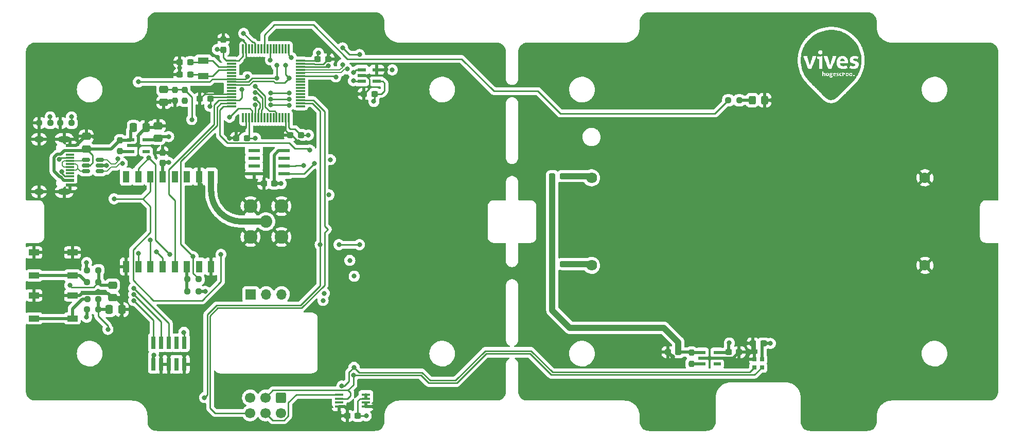
<source format=gbr>
%TF.GenerationSoftware,KiCad,Pcbnew,(5.99.0-12717-g57c7d663b0)*%
%TF.CreationDate,2021-10-15T20:31:14+02:00*%
%TF.ProjectId,Main_PCB,4d61696e-5f50-4434-922e-6b696361645f,rev?*%
%TF.SameCoordinates,Original*%
%TF.FileFunction,Copper,L1,Top*%
%TF.FilePolarity,Positive*%
%FSLAX46Y46*%
G04 Gerber Fmt 4.6, Leading zero omitted, Abs format (unit mm)*
G04 Created by KiCad (PCBNEW (5.99.0-12717-g57c7d663b0)) date 2021-10-15 20:31:14*
%MOMM*%
%LPD*%
G01*
G04 APERTURE LIST*
G04 Aperture macros list*
%AMRoundRect*
0 Rectangle with rounded corners*
0 $1 Rounding radius*
0 $2 $3 $4 $5 $6 $7 $8 $9 X,Y pos of 4 corners*
0 Add a 4 corners polygon primitive as box body*
4,1,4,$2,$3,$4,$5,$6,$7,$8,$9,$2,$3,0*
0 Add four circle primitives for the rounded corners*
1,1,$1+$1,$2,$3*
1,1,$1+$1,$4,$5*
1,1,$1+$1,$6,$7*
1,1,$1+$1,$8,$9*
0 Add four rect primitives between the rounded corners*
20,1,$1+$1,$2,$3,$4,$5,0*
20,1,$1+$1,$4,$5,$6,$7,0*
20,1,$1+$1,$6,$7,$8,$9,0*
20,1,$1+$1,$8,$9,$2,$3,0*%
G04 Aperture macros list end*
%TA.AperFunction,SMDPad,CuDef*%
%ADD10RoundRect,0.237500X-0.237500X0.250000X-0.237500X-0.250000X0.237500X-0.250000X0.237500X0.250000X0*%
%TD*%
%TA.AperFunction,SMDPad,CuDef*%
%ADD11RoundRect,0.237500X0.237500X-0.250000X0.237500X0.250000X-0.237500X0.250000X-0.237500X-0.250000X0*%
%TD*%
%TA.AperFunction,SMDPad,CuDef*%
%ADD12RoundRect,0.250000X-0.475000X0.337500X-0.475000X-0.337500X0.475000X-0.337500X0.475000X0.337500X0*%
%TD*%
%TA.AperFunction,ComponentPad*%
%ADD13C,1.785000*%
%TD*%
%TA.AperFunction,SMDPad,CuDef*%
%ADD14RoundRect,0.237500X-0.287500X-0.237500X0.287500X-0.237500X0.287500X0.237500X-0.287500X0.237500X0*%
%TD*%
%TA.AperFunction,SMDPad,CuDef*%
%ADD15RoundRect,0.250000X0.475000X-0.337500X0.475000X0.337500X-0.475000X0.337500X-0.475000X-0.337500X0*%
%TD*%
%TA.AperFunction,SMDPad,CuDef*%
%ADD16RoundRect,0.150000X0.512500X0.150000X-0.512500X0.150000X-0.512500X-0.150000X0.512500X-0.150000X0*%
%TD*%
%TA.AperFunction,SMDPad,CuDef*%
%ADD17RoundRect,0.237500X-0.300000X-0.237500X0.300000X-0.237500X0.300000X0.237500X-0.300000X0.237500X0*%
%TD*%
%TA.AperFunction,SMDPad,CuDef*%
%ADD18RoundRect,0.237500X0.300000X0.237500X-0.300000X0.237500X-0.300000X-0.237500X0.300000X-0.237500X0*%
%TD*%
%TA.AperFunction,ComponentPad*%
%ADD19RoundRect,0.250000X-0.600000X0.600000X-0.600000X-0.600000X0.600000X-0.600000X0.600000X0.600000X0*%
%TD*%
%TA.AperFunction,ComponentPad*%
%ADD20C,1.700000*%
%TD*%
%TA.AperFunction,SMDPad,CuDef*%
%ADD21RoundRect,0.237500X-0.250000X-0.237500X0.250000X-0.237500X0.250000X0.237500X-0.250000X0.237500X0*%
%TD*%
%TA.AperFunction,SMDPad,CuDef*%
%ADD22R,0.760000X2.050000*%
%TD*%
%TA.AperFunction,ComponentPad*%
%ADD23O,1.600000X1.000000*%
%TD*%
%TA.AperFunction,ComponentPad*%
%ADD24O,2.100000X1.000000*%
%TD*%
%TA.AperFunction,SMDPad,CuDef*%
%ADD25R,1.450000X0.600000*%
%TD*%
%TA.AperFunction,SMDPad,CuDef*%
%ADD26R,1.450000X0.300000*%
%TD*%
%TA.AperFunction,SMDPad,CuDef*%
%ADD27R,1.700000X1.000000*%
%TD*%
%TA.AperFunction,SMDPad,CuDef*%
%ADD28RoundRect,0.237500X0.250000X0.237500X-0.250000X0.237500X-0.250000X-0.237500X0.250000X-0.237500X0*%
%TD*%
%TA.AperFunction,SMDPad,CuDef*%
%ADD29R,1.800000X1.000000*%
%TD*%
%TA.AperFunction,SMDPad,CuDef*%
%ADD30R,1.400000X0.450000*%
%TD*%
%TA.AperFunction,SMDPad,CuDef*%
%ADD31R,0.700000X0.750000*%
%TD*%
%TA.AperFunction,SMDPad,CuDef*%
%ADD32R,1.981200X0.558800*%
%TD*%
%TA.AperFunction,ComponentPad*%
%ADD33R,1.700000X1.700000*%
%TD*%
%TA.AperFunction,ComponentPad*%
%ADD34O,1.700000X1.700000*%
%TD*%
%TA.AperFunction,SMDPad,CuDef*%
%ADD35R,1.400000X0.600000*%
%TD*%
%TA.AperFunction,SMDPad,CuDef*%
%ADD36RoundRect,0.075000X-0.075000X-0.700000X0.075000X-0.700000X0.075000X0.700000X-0.075000X0.700000X0*%
%TD*%
%TA.AperFunction,SMDPad,CuDef*%
%ADD37RoundRect,0.075000X-0.700000X-0.075000X0.700000X-0.075000X0.700000X0.075000X-0.700000X0.075000X0*%
%TD*%
%TA.AperFunction,ComponentPad*%
%ADD38C,2.250000*%
%TD*%
%TA.AperFunction,ComponentPad*%
%ADD39C,2.050000*%
%TD*%
%TA.AperFunction,SMDPad,CuDef*%
%ADD40R,1.200000X0.600000*%
%TD*%
%TA.AperFunction,SMDPad,CuDef*%
%ADD41RoundRect,0.250000X-0.337500X-0.475000X0.337500X-0.475000X0.337500X0.475000X-0.337500X0.475000X0*%
%TD*%
%TA.AperFunction,SMDPad,CuDef*%
%ADD42RoundRect,0.237500X-0.237500X0.300000X-0.237500X-0.300000X0.237500X-0.300000X0.237500X0.300000X0*%
%TD*%
%TA.AperFunction,SMDPad,CuDef*%
%ADD43RoundRect,0.250000X0.325000X0.450000X-0.325000X0.450000X-0.325000X-0.450000X0.325000X-0.450000X0*%
%TD*%
%TA.AperFunction,SMDPad,CuDef*%
%ADD44R,1.050000X1.950000*%
%TD*%
%TA.AperFunction,ViaPad*%
%ADD45C,0.800000*%
%TD*%
%TA.AperFunction,Conductor*%
%ADD46C,0.250000*%
%TD*%
%TA.AperFunction,Conductor*%
%ADD47C,0.500000*%
%TD*%
%TA.AperFunction,Conductor*%
%ADD48C,1.000000*%
%TD*%
%TA.AperFunction,Conductor*%
%ADD49C,0.200000*%
%TD*%
G04 APERTURE END LIST*
%TO.C,G\u002A\u002A\u002A*%
G36*
X203964663Y-71158477D02*
G01*
X204032432Y-71181775D01*
X204092252Y-71218891D01*
X204123389Y-71246955D01*
X204162436Y-71295903D01*
X204195674Y-71354893D01*
X204221017Y-71418922D01*
X204236385Y-71482987D01*
X204240110Y-71527331D01*
X204240229Y-71557550D01*
X203466625Y-71557550D01*
X203466625Y-71538694D01*
X203469866Y-71510502D01*
X203478595Y-71472638D01*
X203491322Y-71429955D01*
X203506556Y-71387308D01*
X203522807Y-71349552D01*
X203527660Y-71339900D01*
X203568844Y-71277425D01*
X203620280Y-71227317D01*
X203682071Y-71189509D01*
X203754317Y-71163932D01*
X203806959Y-71153831D01*
X203889366Y-71149121D01*
X203964663Y-71158477D01*
G37*
G36*
X205263104Y-73598522D02*
G01*
X205281840Y-73607422D01*
X205296415Y-73621072D01*
X205314107Y-73645677D01*
X205325227Y-73676236D01*
X205330659Y-73716185D01*
X205331498Y-73757487D01*
X205326624Y-73813958D01*
X205313517Y-73856719D01*
X205293628Y-73884583D01*
X205265028Y-73901148D01*
X205230393Y-73906658D01*
X205196241Y-73900169D01*
X205193653Y-73899072D01*
X205169240Y-73882001D01*
X205152043Y-73854786D01*
X205141264Y-73815623D01*
X205136441Y-73769575D01*
X205137087Y-73708666D01*
X205146454Y-73661157D01*
X205164682Y-73626802D01*
X205191915Y-73605357D01*
X205228293Y-73596577D01*
X205236853Y-73596319D01*
X205263104Y-73598522D01*
G37*
G36*
X204680802Y-73601391D02*
G01*
X204707212Y-73617707D01*
X204726613Y-73646915D01*
X204736783Y-73674997D01*
X204744220Y-73714801D01*
X204746102Y-73759419D01*
X204742685Y-73802950D01*
X204734227Y-73839494D01*
X204729105Y-73851587D01*
X204704898Y-73884043D01*
X204674046Y-73903188D01*
X204639026Y-73908056D01*
X204606248Y-73899546D01*
X204580513Y-73879213D01*
X204561874Y-73845063D01*
X204550701Y-73797928D01*
X204548007Y-73769343D01*
X204549118Y-73710691D01*
X204559280Y-73663340D01*
X204578079Y-73628028D01*
X204605100Y-73605490D01*
X204639928Y-73596463D01*
X204645470Y-73596319D01*
X204680802Y-73601391D01*
G37*
G36*
X202555044Y-73592074D02*
G01*
X202580490Y-73604315D01*
X202604153Y-73626592D01*
X202621639Y-73653625D01*
X202628553Y-73680135D01*
X202628554Y-73680403D01*
X202626449Y-73685791D01*
X202618456Y-73689421D01*
X202602058Y-73691619D01*
X202574737Y-73692710D01*
X202533978Y-73693019D01*
X202530980Y-73693020D01*
X202433405Y-73693020D01*
X202438844Y-73671351D01*
X202454763Y-73635863D01*
X202480638Y-73609079D01*
X202513062Y-73593323D01*
X202548627Y-73590921D01*
X202555044Y-73592074D01*
G37*
G36*
X201419343Y-73601426D02*
G01*
X201447673Y-73617299D01*
X201467499Y-73645011D01*
X201479411Y-73685455D01*
X201483996Y-73739525D01*
X201484087Y-73751606D01*
X201480473Y-73807699D01*
X201469688Y-73850197D01*
X201451307Y-73880141D01*
X201424910Y-73898573D01*
X201424344Y-73898812D01*
X201399525Y-73907774D01*
X201380671Y-73909134D01*
X201359535Y-73902894D01*
X201349895Y-73898838D01*
X201328241Y-73885470D01*
X201312081Y-73868947D01*
X201312073Y-73868934D01*
X201300005Y-73840143D01*
X201292397Y-73800893D01*
X201289360Y-73756247D01*
X201291007Y-73711265D01*
X201297451Y-73671010D01*
X201307088Y-73643685D01*
X201329963Y-73614544D01*
X201361114Y-73598981D01*
X201381920Y-73596499D01*
X201419343Y-73601426D01*
G37*
G36*
X201994926Y-73586431D02*
G01*
X202016777Y-73607402D01*
X202029044Y-73638572D01*
X202029864Y-73678137D01*
X202029744Y-73679057D01*
X202018503Y-73713341D01*
X201997177Y-73736871D01*
X201968607Y-73748104D01*
X201935636Y-73745494D01*
X201919417Y-73739040D01*
X201901757Y-73722726D01*
X201887737Y-73695704D01*
X201887432Y-73694838D01*
X201880494Y-73670539D01*
X201880481Y-73651034D01*
X201887394Y-73626667D01*
X201887432Y-73626558D01*
X201897854Y-73603172D01*
X201911897Y-73589838D01*
X201929914Y-73582306D01*
X201965350Y-73577464D01*
X201994926Y-73586431D01*
G37*
G36*
X201993906Y-74032324D02*
G01*
X202024944Y-74034597D01*
X202046847Y-74037864D01*
X202051630Y-74039245D01*
X202069264Y-74053236D01*
X202078817Y-74074799D01*
X202077807Y-74097101D01*
X202074876Y-74103230D01*
X202054046Y-74123071D01*
X202022112Y-74138269D01*
X201983627Y-74147995D01*
X201943146Y-74151424D01*
X201905222Y-74147729D01*
X201879125Y-74138751D01*
X201855810Y-74119524D01*
X201846944Y-74095358D01*
X201852982Y-74069314D01*
X201866170Y-74051752D01*
X201877245Y-74041998D01*
X201889342Y-74035989D01*
X201906547Y-74032830D01*
X201932945Y-74031628D01*
X201958818Y-74031472D01*
X201993906Y-74032324D01*
G37*
G36*
X197614212Y-73825373D02*
G01*
X197486206Y-73575708D01*
X197372925Y-73319586D01*
X197355926Y-73274291D01*
X197274433Y-73057142D01*
X197190794Y-72788514D01*
X197122070Y-72513836D01*
X197068324Y-72233247D01*
X197053072Y-72133724D01*
X197041398Y-72049205D01*
X197031860Y-71972096D01*
X197024263Y-71899293D01*
X197018408Y-71827693D01*
X197014099Y-71754191D01*
X197011139Y-71675685D01*
X197009331Y-71589069D01*
X197008478Y-71491240D01*
X197008344Y-71428616D01*
X197008635Y-71325016D01*
X197009721Y-71234322D01*
X197011813Y-71153337D01*
X197015122Y-71078861D01*
X197019860Y-71007696D01*
X197026236Y-70936642D01*
X197034463Y-70862501D01*
X197044752Y-70782073D01*
X197046177Y-70771859D01*
X197440282Y-70771859D01*
X197798382Y-71726776D01*
X197843339Y-71846655D01*
X197886989Y-71963035D01*
X197928967Y-72074947D01*
X197968912Y-72181426D01*
X198006460Y-72281505D01*
X198041248Y-72374217D01*
X198072914Y-72458594D01*
X198101095Y-72533671D01*
X198125428Y-72598480D01*
X198145550Y-72652055D01*
X198161098Y-72693428D01*
X198171710Y-72721633D01*
X198176993Y-72735626D01*
X198197503Y-72789558D01*
X198239282Y-72797886D01*
X198273574Y-72803730D01*
X198309845Y-72808471D01*
X198321352Y-72809592D01*
X198345258Y-72810620D01*
X198381802Y-72810991D01*
X198427701Y-72810780D01*
X198479673Y-72810066D01*
X198534436Y-72808924D01*
X198588708Y-72807431D01*
X198639207Y-72805664D01*
X198682651Y-72803700D01*
X198715758Y-72801615D01*
X198732001Y-72799995D01*
X198771964Y-72794511D01*
X199156186Y-71783185D01*
X199202578Y-71661024D01*
X199247343Y-71543054D01*
X199290150Y-71430148D01*
X199330670Y-71323178D01*
X199368575Y-71223017D01*
X199403534Y-71130538D01*
X199435218Y-71046612D01*
X199463298Y-70972113D01*
X199469042Y-70956842D01*
X199714129Y-70956842D01*
X199714459Y-71009674D01*
X199716000Y-71061369D01*
X199718696Y-71107853D01*
X199722490Y-71145048D01*
X199725605Y-71162690D01*
X199732213Y-71190894D01*
X199862839Y-71193109D01*
X199993465Y-71195323D01*
X199993465Y-71993155D01*
X199993503Y-72129361D01*
X199993625Y-72250241D01*
X199993840Y-72356586D01*
X199994157Y-72449186D01*
X199994588Y-72528833D01*
X199995142Y-72596317D01*
X199995829Y-72652429D01*
X199996659Y-72697959D01*
X199997642Y-72733699D01*
X199998787Y-72760440D01*
X200000105Y-72778971D01*
X200001606Y-72790084D01*
X200003300Y-72794569D01*
X200003538Y-72794708D01*
X200024525Y-72799312D01*
X200058851Y-72803207D01*
X200103751Y-72806361D01*
X200156460Y-72808742D01*
X200214216Y-72810315D01*
X200274252Y-72811050D01*
X200333806Y-72810913D01*
X200390112Y-72809871D01*
X200440407Y-72807892D01*
X200481927Y-72804943D01*
X200511906Y-72800992D01*
X200513230Y-72800731D01*
X200545464Y-72794238D01*
X200547509Y-71780960D01*
X200549550Y-70770020D01*
X200770251Y-70770020D01*
X200772750Y-70777696D01*
X200780585Y-70799584D01*
X200793429Y-70834807D01*
X200810957Y-70882487D01*
X200832842Y-70941747D01*
X200858760Y-71011710D01*
X200888383Y-71091497D01*
X200921387Y-71180233D01*
X200957445Y-71277038D01*
X200996230Y-71381036D01*
X201037419Y-71491350D01*
X201080683Y-71607102D01*
X201125699Y-71727414D01*
X201144699Y-71778159D01*
X201199160Y-71923377D01*
X201250255Y-72059199D01*
X201297790Y-72185122D01*
X201341571Y-72300643D01*
X201381405Y-72405259D01*
X201417097Y-72498465D01*
X201448455Y-72579759D01*
X201475284Y-72648637D01*
X201497391Y-72704596D01*
X201514582Y-72747132D01*
X201526664Y-72775743D01*
X201533442Y-72789925D01*
X201534586Y-72791425D01*
X201552198Y-72796643D01*
X201583392Y-72801096D01*
X201625646Y-72804743D01*
X201676442Y-72807543D01*
X201733259Y-72809455D01*
X201793577Y-72810438D01*
X201854877Y-72810450D01*
X201914639Y-72809450D01*
X201970343Y-72807398D01*
X202019469Y-72804252D01*
X202059324Y-72799995D01*
X202098502Y-72794511D01*
X202419968Y-71948382D01*
X202469216Y-71818756D01*
X202906843Y-71818756D01*
X202908666Y-71892508D01*
X202912736Y-71960584D01*
X202919051Y-72018655D01*
X202922008Y-72037024D01*
X202945629Y-72148006D01*
X202974597Y-72245886D01*
X203010101Y-72333135D01*
X203053335Y-72412224D01*
X203105490Y-72485621D01*
X203167757Y-72555799D01*
X203176523Y-72564680D01*
X203258759Y-72637917D01*
X203347548Y-72698872D01*
X203444357Y-72748225D01*
X203550649Y-72786658D01*
X203667890Y-72814851D01*
X203740610Y-72826658D01*
X203792408Y-72831921D01*
X203856086Y-72835494D01*
X203927494Y-72837377D01*
X204002483Y-72837568D01*
X204076905Y-72836068D01*
X204146610Y-72832875D01*
X204207449Y-72827991D01*
X204219015Y-72826714D01*
X204341931Y-72809218D01*
X204453555Y-72786550D01*
X204558129Y-72757828D01*
X204572302Y-72753321D01*
X204607711Y-72741988D01*
X204632779Y-72732639D01*
X204633641Y-72732093D01*
X205027752Y-72732093D01*
X205075187Y-72749850D01*
X205124010Y-72766178D01*
X205183438Y-72783044D01*
X205248065Y-72799131D01*
X205312487Y-72813121D01*
X205371298Y-72823696D01*
X205387854Y-72826116D01*
X205442294Y-72831716D01*
X205507274Y-72835523D01*
X205578509Y-72837536D01*
X205651718Y-72837751D01*
X205722616Y-72836167D01*
X205786921Y-72832782D01*
X205840350Y-72827594D01*
X205849347Y-72826341D01*
X205969484Y-72802241D01*
X206079977Y-72767326D01*
X206180191Y-72722102D01*
X206269489Y-72667076D01*
X206347236Y-72602757D01*
X206412795Y-72529650D01*
X206465530Y-72448263D01*
X206504806Y-72359103D01*
X206524996Y-72287670D01*
X206531069Y-72255654D01*
X206534690Y-72223622D01*
X206536100Y-72187072D01*
X206535539Y-72141504D01*
X206534454Y-72110385D01*
X206530865Y-72047203D01*
X206525110Y-71995764D01*
X206516227Y-71951739D01*
X206503254Y-71910801D01*
X206485232Y-71868619D01*
X206477017Y-71851681D01*
X206434362Y-71782024D01*
X206379855Y-71721789D01*
X206316173Y-71672013D01*
X206284883Y-71652144D01*
X206252646Y-71634169D01*
X206217176Y-71617168D01*
X206176184Y-71600221D01*
X206127385Y-71582409D01*
X206068490Y-71562813D01*
X205997212Y-71540513D01*
X205963724Y-71530329D01*
X205885266Y-71506137D01*
X205820946Y-71485052D01*
X205769255Y-71466311D01*
X205728686Y-71449146D01*
X205697732Y-71432794D01*
X205674886Y-71416488D01*
X205658640Y-71399464D01*
X205647486Y-71380957D01*
X205642001Y-71367012D01*
X205635918Y-71333756D01*
X205636279Y-71295917D01*
X205642442Y-71259866D01*
X205653767Y-71231971D01*
X205655905Y-71228837D01*
X205686388Y-71196959D01*
X205725538Y-71172994D01*
X205774919Y-71156429D01*
X205836091Y-71146754D01*
X205910618Y-71143454D01*
X205916371Y-71143449D01*
X205992379Y-71145996D01*
X206063973Y-71154002D01*
X206136313Y-71168379D01*
X206214560Y-71190040D01*
X206256699Y-71203614D01*
X206293213Y-71215699D01*
X206323960Y-71225650D01*
X206345842Y-71232481D01*
X206355760Y-71235204D01*
X206355920Y-71235215D01*
X206363883Y-71227823D01*
X206374864Y-71207360D01*
X206387986Y-71176392D01*
X206402375Y-71137488D01*
X206417157Y-71093215D01*
X206431455Y-71046141D01*
X206444395Y-70998835D01*
X206455101Y-70953863D01*
X206459894Y-70930122D01*
X206467571Y-70888515D01*
X206471486Y-70859733D01*
X206470283Y-70840666D01*
X206462606Y-70828201D01*
X206447097Y-70819229D01*
X206422400Y-70810637D01*
X206405457Y-70805280D01*
X206303107Y-70775044D01*
X206208438Y-70752566D01*
X206115603Y-70736846D01*
X206018750Y-70726888D01*
X205916371Y-70721815D01*
X205787508Y-70722377D01*
X205670947Y-70732180D01*
X205565556Y-70751562D01*
X205470201Y-70780865D01*
X205383749Y-70820427D01*
X205305066Y-70870590D01*
X205240485Y-70924585D01*
X205180764Y-70990109D01*
X205134381Y-71062367D01*
X205101005Y-71142278D01*
X205080307Y-71230758D01*
X205071958Y-71328726D01*
X205072722Y-71392054D01*
X205076596Y-71453835D01*
X205082715Y-71504060D01*
X205091970Y-71547235D01*
X205105248Y-71587864D01*
X205116965Y-71616188D01*
X205153316Y-71680115D01*
X205203401Y-71738240D01*
X205267556Y-71790796D01*
X205346116Y-71838012D01*
X205439415Y-71880121D01*
X205547790Y-71917353D01*
X205557773Y-71920319D01*
X205645610Y-71946398D01*
X205719282Y-71968997D01*
X205780210Y-71988742D01*
X205829814Y-72006256D01*
X205869516Y-72022163D01*
X205900736Y-72037086D01*
X205924895Y-72051650D01*
X205943414Y-72066478D01*
X205957713Y-72082195D01*
X205969214Y-72099424D01*
X205970399Y-72101491D01*
X205983469Y-72137152D01*
X205988874Y-72180034D01*
X205986254Y-72222992D01*
X205978041Y-72252844D01*
X205961792Y-72278605D01*
X205935345Y-72306919D01*
X205903149Y-72333608D01*
X205869915Y-72354363D01*
X205829774Y-72372083D01*
X205787179Y-72384776D01*
X205738732Y-72393027D01*
X205681037Y-72397426D01*
X205614182Y-72398568D01*
X205534125Y-72396252D01*
X205460483Y-72389110D01*
X205388145Y-72376245D01*
X205311999Y-72356757D01*
X205231545Y-72331315D01*
X205195882Y-72319386D01*
X205166407Y-72309800D01*
X205146098Y-72303505D01*
X205137931Y-72301450D01*
X205137897Y-72301471D01*
X205134685Y-72309104D01*
X205126948Y-72328431D01*
X205116010Y-72356131D01*
X205108426Y-72375476D01*
X205087040Y-72435725D01*
X205067439Y-72501322D01*
X205050917Y-72567155D01*
X205038769Y-72628113D01*
X205032639Y-72674660D01*
X205027752Y-72732093D01*
X204633641Y-72732093D01*
X204648866Y-72722450D01*
X204657332Y-72708599D01*
X204659537Y-72688263D01*
X204656839Y-72658621D01*
X204650598Y-72616850D01*
X204647561Y-72597081D01*
X204621032Y-72474040D01*
X204581019Y-72359359D01*
X204567230Y-72327028D01*
X204556491Y-72307447D01*
X204545520Y-72298546D01*
X204531035Y-72298253D01*
X204509754Y-72304499D01*
X204499624Y-72308010D01*
X204434966Y-72328016D01*
X204360168Y-72347046D01*
X204281203Y-72363707D01*
X204207995Y-72376038D01*
X204155133Y-72381768D01*
X204094647Y-72385155D01*
X204030310Y-72386278D01*
X203965893Y-72385217D01*
X203905167Y-72382051D01*
X203851903Y-72376858D01*
X203809874Y-72369718D01*
X203801047Y-72367496D01*
X203725487Y-72340636D01*
X203656492Y-72304388D01*
X203596475Y-72260479D01*
X203547851Y-72210635D01*
X203516957Y-72164282D01*
X203491358Y-72104470D01*
X203471325Y-72032934D01*
X203462569Y-71986659D01*
X203457150Y-71952411D01*
X204106014Y-71952411D01*
X204223645Y-71952395D01*
X204326198Y-71952334D01*
X204414710Y-71952205D01*
X204490219Y-71951986D01*
X204553765Y-71951654D01*
X204606385Y-71951186D01*
X204649118Y-71950561D01*
X204683000Y-71949755D01*
X204709072Y-71948748D01*
X204728371Y-71947515D01*
X204741934Y-71946035D01*
X204750801Y-71944285D01*
X204756009Y-71942243D01*
X204758597Y-71939886D01*
X204759325Y-71938309D01*
X204761398Y-71925494D01*
X204764068Y-71899879D01*
X204767039Y-71864757D01*
X204770018Y-71823420D01*
X204771079Y-71806957D01*
X204774347Y-71659685D01*
X204765134Y-71522539D01*
X204743406Y-71395404D01*
X204709126Y-71278165D01*
X204662259Y-71170709D01*
X204602770Y-71072921D01*
X204530624Y-70984685D01*
X204511126Y-70964622D01*
X204425733Y-70889535D01*
X204334027Y-70828513D01*
X204234115Y-70780473D01*
X204129070Y-70745654D01*
X204101464Y-70738505D01*
X204077069Y-70733176D01*
X204052763Y-70729400D01*
X204025427Y-70726909D01*
X203991940Y-70725438D01*
X203949184Y-70724717D01*
X203894037Y-70724481D01*
X203881631Y-70724469D01*
X203821029Y-70724653D01*
X203773384Y-70725447D01*
X203735543Y-70727070D01*
X203704351Y-70729743D01*
X203676654Y-70733685D01*
X203649296Y-70739118D01*
X203639401Y-70741369D01*
X203521949Y-70776263D01*
X203411911Y-70824763D01*
X203365504Y-70850478D01*
X203315298Y-70884437D01*
X203260781Y-70928698D01*
X203205718Y-70979619D01*
X203153874Y-71033555D01*
X203109014Y-71086862D01*
X203081506Y-71125332D01*
X203024646Y-71226897D01*
X202977580Y-71340513D01*
X202940695Y-71465145D01*
X202922008Y-71553521D01*
X202914848Y-71606709D01*
X202909934Y-71671529D01*
X202907265Y-71743653D01*
X202906843Y-71818756D01*
X202469216Y-71818756D01*
X202478995Y-71793018D01*
X202532561Y-71652021D01*
X202580928Y-71524691D01*
X202624357Y-71410327D01*
X202663111Y-71308230D01*
X202697451Y-71217700D01*
X202727639Y-71138036D01*
X202753936Y-71068540D01*
X202776605Y-71008510D01*
X202795906Y-70957246D01*
X202812102Y-70914050D01*
X202825454Y-70878221D01*
X202836224Y-70849058D01*
X202844674Y-70825862D01*
X202851066Y-70807933D01*
X202855660Y-70794571D01*
X202858720Y-70785076D01*
X202860506Y-70778748D01*
X202861280Y-70774887D01*
X202861304Y-70772792D01*
X202860840Y-70771765D01*
X202860150Y-70771105D01*
X202860137Y-70771093D01*
X202850566Y-70767898D01*
X202828814Y-70763261D01*
X202798664Y-70757939D01*
X202780243Y-70755051D01*
X202734960Y-70750080D01*
X202677742Y-70746579D01*
X202612708Y-70744565D01*
X202543974Y-70744060D01*
X202475658Y-70745084D01*
X202411877Y-70747656D01*
X202356749Y-70751796D01*
X202346070Y-70752933D01*
X202308243Y-70757639D01*
X202283384Y-70762049D01*
X202268394Y-70767077D01*
X202260169Y-70773635D01*
X202256993Y-70779123D01*
X202253714Y-70789192D01*
X202246314Y-70813637D01*
X202235118Y-70851344D01*
X202220449Y-70901196D01*
X202202635Y-70962078D01*
X202181998Y-71032876D01*
X202158865Y-71112475D01*
X202133560Y-71199759D01*
X202106409Y-71293613D01*
X202077736Y-71392922D01*
X202047866Y-71496571D01*
X202044230Y-71509200D01*
X202014267Y-71613215D01*
X201985489Y-71712969D01*
X201958218Y-71807354D01*
X201932776Y-71895260D01*
X201909486Y-71975579D01*
X201888671Y-72047201D01*
X201870652Y-72109016D01*
X201855752Y-72159916D01*
X201844294Y-72198792D01*
X201836600Y-72224534D01*
X201832992Y-72236033D01*
X201832844Y-72236413D01*
X201829465Y-72231452D01*
X201821763Y-72211075D01*
X201809770Y-72175383D01*
X201793517Y-72124476D01*
X201773034Y-72058457D01*
X201748353Y-71977426D01*
X201719505Y-71881485D01*
X201686521Y-71770735D01*
X201649432Y-71645277D01*
X201608922Y-71507439D01*
X201391098Y-70764419D01*
X201359112Y-70756338D01*
X201339635Y-70753613D01*
X201306700Y-70751430D01*
X201262956Y-70749781D01*
X201211051Y-70748660D01*
X201153636Y-70748059D01*
X201093359Y-70747970D01*
X201032869Y-70748388D01*
X200974815Y-70749305D01*
X200921847Y-70750714D01*
X200876614Y-70752608D01*
X200841765Y-70754979D01*
X200820151Y-70757778D01*
X200794614Y-70763403D01*
X200776452Y-70767915D01*
X200770251Y-70770020D01*
X200549550Y-70770020D01*
X200549555Y-70767682D01*
X200140561Y-70769770D01*
X199731568Y-70771859D01*
X199720980Y-70832297D01*
X199717332Y-70864078D01*
X199715068Y-70906952D01*
X199714129Y-70956842D01*
X199469042Y-70956842D01*
X199487446Y-70907913D01*
X199507331Y-70854883D01*
X199522624Y-70813898D01*
X199532996Y-70785829D01*
X199538119Y-70771548D01*
X199538621Y-70769850D01*
X199530422Y-70767883D01*
X199509749Y-70764187D01*
X199480075Y-70759360D01*
X199456917Y-70755795D01*
X199410634Y-70750321D01*
X199357286Y-70746505D01*
X199299135Y-70744264D01*
X199238440Y-70743516D01*
X199177462Y-70744176D01*
X199118462Y-70746164D01*
X199063699Y-70749395D01*
X199015436Y-70753788D01*
X198975931Y-70759259D01*
X198947446Y-70765726D01*
X198932242Y-70773106D01*
X198930796Y-70775051D01*
X198927701Y-70784513D01*
X198920486Y-70808373D01*
X198909471Y-70845535D01*
X198894974Y-70894902D01*
X198877313Y-70955379D01*
X198856808Y-71025870D01*
X198833777Y-71105278D01*
X198808538Y-71192509D01*
X198781411Y-71286464D01*
X198752714Y-71386050D01*
X198722766Y-71490170D01*
X198715581Y-71515178D01*
X198685463Y-71619874D01*
X198656557Y-71720057D01*
X198629175Y-71814656D01*
X198603633Y-71902601D01*
X198580245Y-71982821D01*
X198559323Y-72054244D01*
X198541183Y-72115800D01*
X198526137Y-72166418D01*
X198514500Y-72205028D01*
X198506585Y-72230557D01*
X198502707Y-72241937D01*
X198502401Y-72242446D01*
X198499570Y-72234897D01*
X198492538Y-72212940D01*
X198481623Y-72177637D01*
X198467142Y-72130050D01*
X198449415Y-72071240D01*
X198428758Y-72002270D01*
X198405490Y-71924201D01*
X198379927Y-71838096D01*
X198352389Y-71745018D01*
X198323192Y-71646026D01*
X198292655Y-71542185D01*
X198282382Y-71507186D01*
X198251435Y-71401839D01*
X198221700Y-71300892D01*
X198193498Y-71205417D01*
X198167150Y-71116488D01*
X198142975Y-71035177D01*
X198121295Y-70962557D01*
X198102430Y-70899700D01*
X198086701Y-70847680D01*
X198074427Y-70807569D01*
X198065930Y-70780441D01*
X198061530Y-70767367D01*
X198061041Y-70766327D01*
X198047385Y-70760812D01*
X198019962Y-70756092D01*
X197981105Y-70752188D01*
X197933144Y-70749122D01*
X197878413Y-70746914D01*
X197819241Y-70745585D01*
X197757962Y-70745156D01*
X197696906Y-70745648D01*
X197638405Y-70747083D01*
X197584792Y-70749480D01*
X197538397Y-70752862D01*
X197501552Y-70757248D01*
X197481927Y-70761122D01*
X197440282Y-70771859D01*
X197046177Y-70771859D01*
X197056645Y-70696814D01*
X197103882Y-70424029D01*
X197166722Y-70154077D01*
X197182363Y-70100717D01*
X199873299Y-70100717D01*
X199879450Y-70169321D01*
X199899005Y-70235748D01*
X199931972Y-70297793D01*
X199978354Y-70353247D01*
X199981357Y-70356121D01*
X200028222Y-70393755D01*
X200079808Y-70423889D01*
X200130463Y-70443290D01*
X200136468Y-70444804D01*
X200187515Y-70451853D01*
X200245137Y-70451910D01*
X200301534Y-70445269D01*
X200334327Y-70437350D01*
X200396336Y-70410280D01*
X200453078Y-70370285D01*
X200501785Y-70320145D01*
X200539692Y-70262640D01*
X200561689Y-70208921D01*
X200569458Y-70168961D01*
X200572990Y-70120115D01*
X200572283Y-70069048D01*
X200567338Y-70022424D01*
X200561689Y-69997106D01*
X200538177Y-69941338D01*
X200502711Y-69887213D01*
X200459046Y-69839987D01*
X200436017Y-69821122D01*
X200372355Y-69783757D01*
X200304113Y-69760820D01*
X200233555Y-69752175D01*
X200162942Y-69757684D01*
X200094537Y-69777209D01*
X200030602Y-69810612D01*
X199982637Y-69848696D01*
X199935222Y-69903928D01*
X199901191Y-69965814D01*
X199880548Y-70032146D01*
X199873299Y-70100717D01*
X197182363Y-70100717D01*
X197244776Y-69887795D01*
X197337654Y-69626024D01*
X197444965Y-69369600D01*
X197566321Y-69119363D01*
X197701331Y-68876152D01*
X197849605Y-68640805D01*
X198010754Y-68414162D01*
X198184388Y-68197060D01*
X198257679Y-68112595D01*
X198452986Y-67904656D01*
X198658107Y-67709352D01*
X198872556Y-67526921D01*
X199095849Y-67357600D01*
X199327502Y-67201626D01*
X199567030Y-67059237D01*
X199813949Y-66930670D01*
X200067773Y-66816162D01*
X200328019Y-66715952D01*
X200594202Y-66630275D01*
X200865837Y-66559371D01*
X201142440Y-66503475D01*
X201423527Y-66462826D01*
X201671579Y-66440032D01*
X201721607Y-66437489D01*
X201783783Y-66435664D01*
X201855372Y-66434527D01*
X201933637Y-66434051D01*
X202015841Y-66434208D01*
X202099250Y-66434969D01*
X202181126Y-66436307D01*
X202258734Y-66438193D01*
X202329336Y-66440598D01*
X202390197Y-66443496D01*
X202438581Y-66446858D01*
X202451269Y-66448056D01*
X202669995Y-66474177D01*
X202876708Y-66506327D01*
X203074567Y-66545095D01*
X203266731Y-66591067D01*
X203365895Y-66618140D01*
X203636443Y-66703043D01*
X203898640Y-66801472D01*
X204152973Y-66913691D01*
X204399935Y-67039964D01*
X204640014Y-67180555D01*
X204873700Y-67335727D01*
X205101484Y-67505745D01*
X205267672Y-67642245D01*
X205313624Y-67682879D01*
X205367877Y-67733131D01*
X205428015Y-67790578D01*
X205491623Y-67852799D01*
X205556285Y-67917373D01*
X205619588Y-67981878D01*
X205679114Y-68043893D01*
X205732450Y-68100995D01*
X205777180Y-68150765D01*
X205791886Y-68167801D01*
X205973849Y-68393555D01*
X206140918Y-68625408D01*
X206293134Y-68863461D01*
X206430539Y-69107812D01*
X206553175Y-69358562D01*
X206661086Y-69615808D01*
X206754313Y-69879652D01*
X206832898Y-70150192D01*
X206896883Y-70427527D01*
X206946312Y-70711758D01*
X206976531Y-70955106D01*
X206981411Y-71013516D01*
X206985611Y-71084843D01*
X206989080Y-71165900D01*
X206991767Y-71253499D01*
X206993622Y-71344452D01*
X206994594Y-71435573D01*
X206994634Y-71523673D01*
X206993690Y-71605566D01*
X206991713Y-71678064D01*
X206988864Y-71734835D01*
X206962229Y-72021912D01*
X206920831Y-72302683D01*
X206864564Y-72577542D01*
X206793323Y-72846885D01*
X206707001Y-73111107D01*
X206605493Y-73370603D01*
X206488693Y-73625769D01*
X206475337Y-73652728D01*
X206363231Y-73866161D01*
X206245631Y-74067462D01*
X206120531Y-74259518D01*
X205985929Y-74445219D01*
X205839819Y-74627450D01*
X205680199Y-74809100D01*
X205650454Y-74841338D01*
X205633711Y-74858912D01*
X205606110Y-74887307D01*
X205568205Y-74925966D01*
X205520550Y-74974332D01*
X205463699Y-75031848D01*
X205398208Y-75097956D01*
X205324632Y-75172099D01*
X205243524Y-75253720D01*
X205155439Y-75342261D01*
X205060932Y-75437166D01*
X204960558Y-75537876D01*
X204854871Y-75643835D01*
X204744427Y-75754486D01*
X204629778Y-75869270D01*
X204511481Y-75987631D01*
X204390090Y-76109012D01*
X204266159Y-76232855D01*
X204170264Y-76328628D01*
X204020760Y-76477912D01*
X203882201Y-76616258D01*
X203754124Y-76744109D01*
X203636062Y-76861909D01*
X203527549Y-76970101D01*
X203428121Y-77069127D01*
X203337311Y-77159431D01*
X203254654Y-77241456D01*
X203179685Y-77315646D01*
X203111938Y-77382442D01*
X203050947Y-77442289D01*
X202996248Y-77495629D01*
X202947374Y-77542906D01*
X202903860Y-77584562D01*
X202865240Y-77621040D01*
X202831049Y-77652785D01*
X202800822Y-77680239D01*
X202774093Y-77703844D01*
X202750396Y-77724045D01*
X202729265Y-77741283D01*
X202710237Y-77756003D01*
X202692843Y-77768648D01*
X202676621Y-77779659D01*
X202661103Y-77789482D01*
X202645824Y-77798558D01*
X202630319Y-77807331D01*
X202614122Y-77816244D01*
X202598252Y-77824924D01*
X202493921Y-77874933D01*
X202380244Y-77916350D01*
X202262469Y-77947423D01*
X202193401Y-77960160D01*
X202158526Y-77964063D01*
X202112369Y-77967167D01*
X202059114Y-77969396D01*
X202002944Y-77970676D01*
X201948044Y-77970931D01*
X201898596Y-77970085D01*
X201858786Y-77968064D01*
X201842862Y-77966469D01*
X201716401Y-77942848D01*
X201589684Y-77905387D01*
X201466718Y-77855589D01*
X201351508Y-77794955D01*
X201302307Y-77763896D01*
X201269753Y-77740504D01*
X201229968Y-77709453D01*
X201187311Y-77674276D01*
X201146144Y-77638510D01*
X201133597Y-77627150D01*
X201115208Y-77609791D01*
X201086263Y-77581783D01*
X201047387Y-77543750D01*
X200999204Y-77496317D01*
X200942336Y-77440111D01*
X200877407Y-77375757D01*
X200805041Y-77303880D01*
X200725862Y-77225107D01*
X200640492Y-77140062D01*
X200549557Y-77049372D01*
X200453679Y-76953661D01*
X200353482Y-76853556D01*
X200249589Y-76749682D01*
X200142625Y-76642665D01*
X200033212Y-76533129D01*
X199921975Y-76421702D01*
X199809537Y-76309008D01*
X199696521Y-76195673D01*
X199583552Y-76082322D01*
X199471253Y-75969582D01*
X199360247Y-75858077D01*
X199251158Y-75748434D01*
X199144610Y-75641277D01*
X199041226Y-75537233D01*
X198941630Y-75436927D01*
X198846445Y-75340984D01*
X198756296Y-75250031D01*
X198671806Y-75164693D01*
X198593597Y-75085595D01*
X198522295Y-75013362D01*
X198458522Y-74948622D01*
X198402903Y-74891998D01*
X198356060Y-74844118D01*
X198318618Y-74805605D01*
X198291200Y-74777086D01*
X198274429Y-74759187D01*
X198272221Y-74756726D01*
X198085947Y-74534256D01*
X197914146Y-74304783D01*
X197782202Y-74106498D01*
X201714422Y-74106498D01*
X201716074Y-74152310D01*
X201730225Y-74192726D01*
X201748766Y-74214320D01*
X201779406Y-74233946D01*
X201818129Y-74249423D01*
X201847831Y-74256609D01*
X201889704Y-74260896D01*
X201940037Y-74261318D01*
X201992357Y-74258210D01*
X202040193Y-74251907D01*
X202069713Y-74245142D01*
X202124852Y-74222415D01*
X202169358Y-74190998D01*
X202201849Y-74152436D01*
X202220938Y-74108276D01*
X202225635Y-74071021D01*
X202220628Y-74023791D01*
X202204862Y-73986165D01*
X202190850Y-73967981D01*
X202173769Y-73952195D01*
X202153752Y-73940358D01*
X202128108Y-73931794D01*
X202094149Y-73925824D01*
X202049186Y-73921771D01*
X201997334Y-73919211D01*
X201950127Y-73917174D01*
X201916451Y-73915012D01*
X201893722Y-73912341D01*
X201879354Y-73908773D01*
X201870766Y-73903924D01*
X201866936Y-73899736D01*
X201860270Y-73878086D01*
X201862436Y-73867503D01*
X201866528Y-73859780D01*
X201874059Y-73854495D01*
X201888042Y-73850957D01*
X201911493Y-73848473D01*
X201947424Y-73846352D01*
X201956571Y-73845901D01*
X202001351Y-73842960D01*
X202033953Y-73838737D01*
X202058306Y-73832533D01*
X202076661Y-73824550D01*
X202122757Y-73792507D01*
X202142286Y-73768268D01*
X202285423Y-73768268D01*
X202293556Y-73832869D01*
X202313489Y-73890889D01*
X202344434Y-73940414D01*
X202385605Y-73979525D01*
X202411682Y-73995573D01*
X202451643Y-74010077D01*
X202502539Y-74019257D01*
X202560010Y-74022872D01*
X202619698Y-74020681D01*
X202677242Y-74012444D01*
X202685386Y-74010680D01*
X202714559Y-74003604D01*
X202731332Y-73997570D01*
X202739110Y-73990462D01*
X202741296Y-73980162D01*
X202741371Y-73975874D01*
X202854188Y-73975874D01*
X202856726Y-73989641D01*
X202866264Y-73999876D01*
X202885684Y-74008350D01*
X202917871Y-74016832D01*
X202922684Y-74017924D01*
X202950404Y-74021378D01*
X202987909Y-74022505D01*
X203029255Y-74021499D01*
X203068498Y-74018556D01*
X203099693Y-74013870D01*
X203107530Y-74011879D01*
X203161009Y-73989115D01*
X203201571Y-73957139D01*
X203228842Y-73916418D01*
X203242446Y-73867421D01*
X203244012Y-73841646D01*
X203239242Y-73795661D01*
X203225495Y-73762067D01*
X203321289Y-73762067D01*
X203324494Y-73814459D01*
X203333161Y-73854992D01*
X203359541Y-73913903D01*
X203396076Y-73960310D01*
X203442818Y-73994269D01*
X203484138Y-74011454D01*
X203515443Y-74017674D01*
X203556868Y-74021126D01*
X203602650Y-74021778D01*
X203647023Y-74019596D01*
X203678254Y-74015355D01*
X203829091Y-74015355D01*
X203972894Y-74015355D01*
X203975613Y-73848144D01*
X203976688Y-73790902D01*
X203977950Y-73747414D01*
X203979623Y-73715320D01*
X203981929Y-73692256D01*
X203985091Y-73675861D01*
X203989332Y-73663773D01*
X203993798Y-73655374D01*
X204019054Y-73626443D01*
X204051352Y-73611944D01*
X204074904Y-73610038D01*
X204094813Y-73611840D01*
X204110489Y-73617129D01*
X204122429Y-73627612D01*
X204131130Y-73644998D01*
X204137088Y-73670994D01*
X204140801Y-73707311D01*
X204142767Y-73755655D01*
X204143481Y-73817735D01*
X204143528Y-73845870D01*
X204143528Y-74015355D01*
X204296637Y-74015355D01*
X204296637Y-73823417D01*
X204296438Y-73770670D01*
X204395079Y-73770670D01*
X204395230Y-73773476D01*
X204405413Y-73843747D01*
X204427156Y-73903455D01*
X204460144Y-73952146D01*
X204504065Y-73989366D01*
X204558605Y-74014663D01*
X204562512Y-74015884D01*
X204591430Y-74020866D01*
X204630087Y-74022516D01*
X204672491Y-74021012D01*
X204712651Y-74016535D01*
X204740400Y-74010567D01*
X204771383Y-73998534D01*
X204798940Y-73980168D01*
X204825404Y-73955436D01*
X204855901Y-73919351D01*
X204876898Y-73881725D01*
X204889729Y-73838698D01*
X204895727Y-73786407D01*
X204896583Y-73750241D01*
X204985629Y-73750241D01*
X204985841Y-73790896D01*
X204987043Y-73819900D01*
X204990080Y-73841718D01*
X204995801Y-73860815D01*
X205005050Y-73881657D01*
X205013898Y-73899321D01*
X205047301Y-73949678D01*
X205089511Y-73987893D01*
X205138873Y-74012517D01*
X205145706Y-74014637D01*
X205178412Y-74020314D01*
X205220240Y-74022372D01*
X205264634Y-74020926D01*
X205305038Y-74016090D01*
X205324984Y-74011507D01*
X205370711Y-73990419D01*
X205412442Y-73957240D01*
X205445464Y-73915982D01*
X205453048Y-73902471D01*
X205473619Y-73847428D01*
X205483983Y-73786551D01*
X205484368Y-73735767D01*
X205595200Y-73735767D01*
X205595631Y-73793301D01*
X205596783Y-73839428D01*
X205598817Y-73875719D01*
X205601897Y-73903743D01*
X205606186Y-73925070D01*
X205611845Y-73941269D01*
X205619037Y-73953910D01*
X205627926Y-73964562D01*
X205636545Y-73972869D01*
X205661353Y-73992675D01*
X205686395Y-74005154D01*
X205716259Y-74011639D01*
X205755534Y-74013461D01*
X205775349Y-74013172D01*
X205847875Y-74011326D01*
X205850475Y-73979447D01*
X205850905Y-73950603D01*
X205848464Y-73923118D01*
X205848095Y-73921024D01*
X205843736Y-73904376D01*
X205835580Y-73896710D01*
X205818463Y-73894566D01*
X205808467Y-73894479D01*
X205779552Y-73891010D01*
X205760274Y-73879431D01*
X205758467Y-73877529D01*
X205754450Y-73872239D01*
X205751157Y-73865031D01*
X205748487Y-73854283D01*
X205746340Y-73838373D01*
X205744615Y-73815678D01*
X205743211Y-73784576D01*
X205742028Y-73743444D01*
X205740964Y-73690659D01*
X205739919Y-73624600D01*
X205739087Y-73565267D01*
X205735058Y-73269955D01*
X205598065Y-73269955D01*
X205595847Y-73580203D01*
X205595326Y-73665258D01*
X205595200Y-73735767D01*
X205484368Y-73735767D01*
X205484461Y-73723580D01*
X205475377Y-73662251D01*
X205457053Y-73606306D01*
X205429813Y-73559482D01*
X205422695Y-73550820D01*
X205400733Y-73530492D01*
X205372324Y-73510068D01*
X205357039Y-73501116D01*
X205336636Y-73491177D01*
X205317856Y-73484831D01*
X205296127Y-73481291D01*
X205266875Y-73479769D01*
X205231409Y-73479473D01*
X205190743Y-73479979D01*
X205161891Y-73481928D01*
X205140573Y-73485968D01*
X205122504Y-73492745D01*
X205113479Y-73497293D01*
X205063267Y-73533060D01*
X205023663Y-73580943D01*
X205006443Y-73612387D01*
X204997241Y-73633632D01*
X204991212Y-73653324D01*
X204987703Y-73675795D01*
X204986061Y-73705373D01*
X204985630Y-73746389D01*
X204985629Y-73750241D01*
X204896583Y-73750241D01*
X204896602Y-73749429D01*
X204894048Y-73689751D01*
X204885507Y-73641721D01*
X204869659Y-73601561D01*
X204845183Y-73565492D01*
X204824422Y-73542849D01*
X204785363Y-73510451D01*
X204742707Y-73489363D01*
X204692672Y-73478190D01*
X204641987Y-73475444D01*
X204577237Y-73482306D01*
X204521157Y-73502336D01*
X204474441Y-73534695D01*
X204437781Y-73578545D01*
X204411872Y-73633050D01*
X204397406Y-73697371D01*
X204395079Y-73770670D01*
X204296438Y-73770670D01*
X204296385Y-73756508D01*
X204295554Y-73703596D01*
X204294033Y-73662568D01*
X204291711Y-73631311D01*
X204288476Y-73607712D01*
X204284351Y-73590106D01*
X204264287Y-73543284D01*
X204235252Y-73509170D01*
X204196460Y-73487269D01*
X204147123Y-73477087D01*
X204103968Y-73476771D01*
X204070155Y-73479874D01*
X204045620Y-73485989D01*
X204023550Y-73497231D01*
X204011072Y-73505603D01*
X203974699Y-73531241D01*
X203970273Y-73269955D01*
X203833281Y-73269955D01*
X203829091Y-74015355D01*
X203678254Y-74015355D01*
X203684226Y-74014544D01*
X203692259Y-74012692D01*
X203714296Y-74006217D01*
X203724807Y-73998668D01*
X203727913Y-73985110D01*
X203727901Y-73970023D01*
X203724734Y-73941182D01*
X203717785Y-73914059D01*
X203716576Y-73910937D01*
X203708251Y-73894151D01*
X203698345Y-73888550D01*
X203680351Y-73890991D01*
X203676905Y-73891775D01*
X203652528Y-73895473D01*
X203620486Y-73897910D01*
X203598149Y-73898481D01*
X203553009Y-73893322D01*
X203518692Y-73877323D01*
X203494619Y-73849781D01*
X203480210Y-73809995D01*
X203474884Y-73757264D01*
X203474828Y-73749429D01*
X203479965Y-73694115D01*
X203495114Y-73651404D01*
X203520255Y-73621320D01*
X203555363Y-73603885D01*
X203600418Y-73599124D01*
X203615705Y-73600154D01*
X203654183Y-73604066D01*
X203679682Y-73606006D01*
X203695292Y-73605233D01*
X203704103Y-73601003D01*
X203709206Y-73592575D01*
X203713691Y-73579207D01*
X203714610Y-73576401D01*
X203720995Y-73549401D01*
X203723091Y-73523893D01*
X203722856Y-73519993D01*
X203719421Y-73504337D01*
X203710048Y-73494913D01*
X203690228Y-73487773D01*
X203684201Y-73486165D01*
X203658153Y-73481499D01*
X203623070Y-73477929D01*
X203586030Y-73476152D01*
X203581759Y-73476092D01*
X203513760Y-73481280D01*
X203456261Y-73498508D01*
X203408680Y-73528111D01*
X203370438Y-73570425D01*
X203346980Y-73611900D01*
X203332876Y-73654733D01*
X203324198Y-73706806D01*
X203321289Y-73762067D01*
X203225495Y-73762067D01*
X203224014Y-73758449D01*
X203196953Y-73728459D01*
X203156682Y-73704143D01*
X203104699Y-73684816D01*
X203065175Y-73672091D01*
X203038935Y-73661446D01*
X203023541Y-73651431D01*
X203016553Y-73640594D01*
X203015356Y-73631677D01*
X203022288Y-73610061D01*
X203041825Y-73595917D01*
X203072080Y-73589672D01*
X203111163Y-73591751D01*
X203151887Y-73600958D01*
X203176424Y-73606843D01*
X203194507Y-73608602D01*
X203200600Y-73607002D01*
X203209213Y-73591122D01*
X203217469Y-73566338D01*
X203223312Y-73539774D01*
X203224873Y-73522902D01*
X203222744Y-73507930D01*
X203213548Y-73498519D01*
X203193077Y-73490607D01*
X203190625Y-73489857D01*
X203167738Y-73485407D01*
X203134125Y-73481911D01*
X203095169Y-73479838D01*
X203071764Y-73479473D01*
X203031040Y-73479980D01*
X203001846Y-73481973D01*
X202979616Y-73486158D01*
X202959782Y-73493242D01*
X202948342Y-73498581D01*
X202907799Y-73526717D01*
X202879995Y-73564593D01*
X202865439Y-73611448D01*
X202863961Y-73624106D01*
X202865250Y-73673539D01*
X202878678Y-73713997D01*
X202905081Y-73746555D01*
X202945295Y-73772289D01*
X202993031Y-73790222D01*
X203036850Y-73804129D01*
X203066931Y-73816116D01*
X203085357Y-73827359D01*
X203094206Y-73839035D01*
X203095816Y-73848351D01*
X203091392Y-73871285D01*
X203076041Y-73887520D01*
X203066250Y-73893273D01*
X203043516Y-73899656D01*
X203010908Y-73902157D01*
X202974164Y-73900886D01*
X202939024Y-73895953D01*
X202918655Y-73890450D01*
X202897662Y-73883204D01*
X202884285Y-73878889D01*
X202882137Y-73878363D01*
X202877570Y-73885400D01*
X202871084Y-73903141D01*
X202864128Y-73926527D01*
X202858152Y-73950502D01*
X202854605Y-73970007D01*
X202854188Y-73975874D01*
X202741371Y-73975874D01*
X202741371Y-73975853D01*
X202739308Y-73959331D01*
X202734102Y-73936399D01*
X202727232Y-73912098D01*
X202720176Y-73891470D01*
X202714410Y-73879558D01*
X202712802Y-73878363D01*
X202704097Y-73880231D01*
X202684444Y-73885078D01*
X202663516Y-73890450D01*
X202605277Y-73900805D01*
X202552838Y-73900697D01*
X202507974Y-73890683D01*
X202472456Y-73871320D01*
X202448058Y-73843164D01*
X202438883Y-73819939D01*
X202433405Y-73797779D01*
X202765239Y-73797779D01*
X202770517Y-73776751D01*
X202773453Y-73748485D01*
X202771892Y-73710955D01*
X202766571Y-73670143D01*
X202758229Y-73632027D01*
X202749507Y-73606648D01*
X202719591Y-73555504D01*
X202680512Y-73517370D01*
X202631716Y-73491878D01*
X202572654Y-73478663D01*
X202555008Y-73477160D01*
X202488614Y-73480074D01*
X202430190Y-73496760D01*
X202380511Y-73526572D01*
X202340351Y-73568858D01*
X202310488Y-73622972D01*
X202291696Y-73688263D01*
X202289876Y-73699005D01*
X202285423Y-73768268D01*
X202142286Y-73768268D01*
X202154808Y-73752725D01*
X202172578Y-73705622D01*
X202175831Y-73651616D01*
X202175622Y-73648907D01*
X202171930Y-73604378D01*
X202249810Y-73604378D01*
X202249810Y-73481506D01*
X202206542Y-73485095D01*
X202171791Y-73491374D01*
X202144251Y-73502759D01*
X202140669Y-73505149D01*
X202118064Y-73521615D01*
X202073575Y-73501247D01*
X202017667Y-73482918D01*
X201958425Y-73476198D01*
X201899689Y-73480745D01*
X201845294Y-73496218D01*
X201799079Y-73522276D01*
X201794276Y-73526089D01*
X201761698Y-73562729D01*
X201741330Y-73606730D01*
X201733367Y-73654713D01*
X201738005Y-73703296D01*
X201755439Y-73749099D01*
X201779482Y-73782277D01*
X201798874Y-73803038D01*
X201781766Y-73818521D01*
X201757455Y-73849521D01*
X201744062Y-73886071D01*
X201742134Y-73923819D01*
X201752215Y-73958418D01*
X201762299Y-73973618D01*
X201782466Y-73997585D01*
X201754963Y-74025088D01*
X201727524Y-74063146D01*
X201714422Y-74106498D01*
X197782202Y-74106498D01*
X197756879Y-74068443D01*
X197725720Y-74015355D01*
X200565610Y-74015355D01*
X200717572Y-74015355D01*
X200720160Y-73842668D01*
X200721118Y-73785192D01*
X200722191Y-73741542D01*
X200723608Y-73709429D01*
X200725596Y-73686563D01*
X200728384Y-73670654D01*
X200732200Y-73659414D01*
X200737272Y-73650552D01*
X200739634Y-73647253D01*
X200762535Y-73626398D01*
X200791731Y-73613017D01*
X200821117Y-73609347D01*
X200835156Y-73612281D01*
X200849928Y-73619044D01*
X200861419Y-73628061D01*
X200870074Y-73641315D01*
X200876343Y-73660792D01*
X200880673Y-73688473D01*
X200883512Y-73726344D01*
X200885307Y-73776387D01*
X200886493Y-73839704D01*
X200889071Y-74015355D01*
X201032995Y-74015355D01*
X201032917Y-73807852D01*
X201032845Y-73747765D01*
X201137754Y-73747765D01*
X201143253Y-73822481D01*
X201159697Y-73885438D01*
X201187010Y-73936556D01*
X201225114Y-73975753D01*
X201273932Y-74002949D01*
X201333388Y-74018064D01*
X201399651Y-74021159D01*
X201437748Y-74019131D01*
X201465448Y-74015262D01*
X201488465Y-74008264D01*
X201512510Y-73996848D01*
X201516211Y-73994863D01*
X201562891Y-73962061D01*
X201597865Y-73920062D01*
X201621585Y-73867951D01*
X201634502Y-73804814D01*
X201637373Y-73749429D01*
X201632520Y-73678386D01*
X201617530Y-73619068D01*
X201591765Y-73570176D01*
X201554583Y-73530410D01*
X201516498Y-73504472D01*
X201495412Y-73493168D01*
X201477399Y-73485905D01*
X201457877Y-73481794D01*
X201432268Y-73479949D01*
X201395990Y-73479480D01*
X201387564Y-73479473D01*
X201348778Y-73479779D01*
X201321537Y-73481289D01*
X201301272Y-73484891D01*
X201283414Y-73491473D01*
X201263394Y-73501923D01*
X201258830Y-73504498D01*
X201211776Y-73538303D01*
X201176819Y-73580102D01*
X201153309Y-73631202D01*
X201140595Y-73692910D01*
X201137754Y-73747765D01*
X201032845Y-73747765D01*
X201032841Y-73744461D01*
X201032553Y-73694973D01*
X201031883Y-73657173D01*
X201030659Y-73628848D01*
X201028710Y-73607784D01*
X201025865Y-73591767D01*
X201021954Y-73578583D01*
X201016804Y-73566017D01*
X201013717Y-73559284D01*
X200991695Y-73523359D01*
X200963041Y-73498799D01*
X200924963Y-73483901D01*
X200879093Y-73477258D01*
X200826498Y-73478311D01*
X200781526Y-73488891D01*
X200746960Y-73508216D01*
X200737837Y-73516900D01*
X200732243Y-73522548D01*
X200728148Y-73523870D01*
X200725219Y-73518866D01*
X200723126Y-73505536D01*
X200721534Y-73481880D01*
X200720113Y-73445898D01*
X200718719Y-73401779D01*
X200714689Y-73269955D01*
X200658449Y-73267530D01*
X200627208Y-73266940D01*
X200600216Y-73267756D01*
X200583909Y-73269698D01*
X200565610Y-73274291D01*
X200565610Y-74015355D01*
X197725720Y-74015355D01*
X197614212Y-73825373D01*
G37*
%TD*%
D10*
%TO.P,R13,1*%
%TO.N,/bat_voltage*%
X94000000Y-76287500D03*
%TO.P,R13,2*%
%TO.N,GND*%
X94000000Y-78112500D03*
%TD*%
D11*
%TO.P,R12,1*%
%TO.N,VBAT*%
X95600000Y-78112500D03*
%TO.P,R12,2*%
%TO.N,/bat_voltage*%
X95600000Y-76287500D03*
%TD*%
D12*
%TO.P,C13,1*%
%TO.N,/bat_voltage*%
X92200000Y-76250000D03*
%TO.P,C13,2*%
%TO.N,GND*%
X92200000Y-78325000D03*
%TD*%
D13*
%TO.P,U3,1,1*%
%TO.N,Net-(F1-Pad2)*%
X162570000Y-90790000D03*
%TO.P,U3,2,2*%
%TO.N,Net-(F2-Pad2)*%
X162570000Y-105210000D03*
%TO.P,U3,3,3*%
%TO.N,GND*%
X217430000Y-105210000D03*
%TO.P,U3,4,4*%
X217430000Y-90790000D03*
%TD*%
D14*
%TO.P,F2,1*%
%TO.N,VBAT*%
X156125000Y-105000000D03*
%TO.P,F2,2*%
%TO.N,Net-(F2-Pad2)*%
X157875000Y-105000000D03*
%TD*%
D15*
%TO.P,C19,1*%
%TO.N,+5V*%
X79440000Y-86037500D03*
%TO.P,C19,2*%
%TO.N,GND*%
X79440000Y-83962500D03*
%TD*%
D16*
%TO.P,U7,1,I/O1*%
%TO.N,USB+*%
X81637500Y-89700000D03*
%TO.P,U7,2,GND*%
%TO.N,GND*%
X81637500Y-88750000D03*
%TO.P,U7,3,I/O2*%
%TO.N,USB-*%
X81637500Y-87800000D03*
%TO.P,U7,4,I/O2*%
%TO.N,D-*%
X79362500Y-87800000D03*
%TO.P,U7,5,VBUS*%
%TO.N,+5V*%
X79362500Y-88750000D03*
%TO.P,U7,6,I/O1*%
%TO.N,D+*%
X79362500Y-89700000D03*
%TD*%
D17*
%TO.P,C6,1*%
%TO.N,GND*%
X122387500Y-130000000D03*
%TO.P,C6,2*%
%TO.N,VCC*%
X124112500Y-130000000D03*
%TD*%
D18*
%TO.P,C8,2*%
%TO.N,VCC*%
X117525000Y-71250000D03*
%TO.P,C8,1*%
%TO.N,GND*%
X119250000Y-71250000D03*
%TD*%
D19*
%TO.P,J2,1,Pin_1*%
%TO.N,GND*%
X111500000Y-127000000D03*
D20*
%TO.P,J2,2,Pin_2*%
%TO.N,VCC*%
X111500000Y-129540000D03*
%TO.P,J2,3,Pin_3*%
%TO.N,/IC2_MoistureSensor_SCL1*%
X108960000Y-127000000D03*
%TO.P,J2,4,Pin_4*%
%TO.N,/IC2_MoistureSensor_SDA1*%
X108960000Y-129540000D03*
%TO.P,J2,5,Pin_5*%
%TO.N,/IC2_MoistureSensor_SCL2*%
X106420000Y-127000000D03*
%TO.P,J2,6,Pin_6*%
%TO.N,/IC2_MoistureSensor_SDA2*%
X106420000Y-129540000D03*
%TD*%
D21*
%TO.P,R8,1*%
%TO.N,VCC*%
X79587500Y-112500000D03*
%TO.P,R8,2*%
%TO.N,/Reset*%
X81412500Y-112500000D03*
%TD*%
%TO.P,R6,1*%
%TO.N,Net-(R6-Pad1)*%
X79625000Y-110750000D03*
%TO.P,R6,2*%
%TO.N,/Reset*%
X81450000Y-110750000D03*
%TD*%
D22*
%TO.P,JP1,1*%
%TO.N,VCC*%
X90480000Y-121500000D03*
%TO.P,JP1,2*%
%TO.N,/SWDIO*%
X90480000Y-117940000D03*
%TO.P,JP1,3*%
%TO.N,GND*%
X91750000Y-121500000D03*
%TO.P,JP1,4*%
%TO.N,/SWCLK*%
X91750000Y-117940000D03*
%TO.P,JP1,5*%
%TO.N,GND*%
X93020000Y-121500000D03*
%TO.P,JP1,6*%
%TO.N,/SWO*%
X93020000Y-117940000D03*
%TO.P,JP1,7*%
%TO.N,unconnected-(JP1-Pad7)*%
X94290000Y-121500000D03*
%TO.P,JP1,8*%
%TO.N,unconnected-(JP1-Pad8)*%
X94290000Y-117940000D03*
%TO.P,JP1,9*%
%TO.N,GND*%
X95560000Y-121500000D03*
%TO.P,JP1,10*%
%TO.N,/Reset*%
X95560000Y-117940000D03*
%TD*%
D23*
%TO.P,J3,S1,SHIELD*%
%TO.N,GND*%
X71640000Y-93070000D03*
D24*
X75820000Y-93070000D03*
X75820000Y-84430000D03*
D23*
X71640000Y-84430000D03*
D25*
%TO.P,J3,B12,GND*%
X76735000Y-85500000D03*
%TO.P,J3,B9,VBUS*%
%TO.N,+5V*%
X76735000Y-86300000D03*
D26*
%TO.P,J3,B8,SBU2*%
%TO.N,unconnected-(J3-PadB8)*%
X76735000Y-87000000D03*
%TO.P,J3,B7,D-*%
%TO.N,D-*%
X76735000Y-88000000D03*
%TO.P,J3,B6,D+*%
%TO.N,D+*%
X76735000Y-89500000D03*
%TO.P,J3,B5,CC2*%
%TO.N,Net-(J3-PadB5)*%
X76735000Y-90500000D03*
D25*
%TO.P,J3,B4,VBUS*%
%TO.N,+5V*%
X76735000Y-91200000D03*
%TO.P,J3,B1,GND*%
%TO.N,GND*%
X76735000Y-92000000D03*
%TO.P,J3,A12,GND*%
X76735000Y-92000000D03*
%TO.P,J3,A9,VBUS*%
%TO.N,+5V*%
X76735000Y-91200000D03*
D26*
%TO.P,J3,A8,SBU1*%
%TO.N,unconnected-(J3-PadA8)*%
X76735000Y-90000000D03*
%TO.P,J3,A7,D-*%
%TO.N,D-*%
X76735000Y-89000000D03*
%TO.P,J3,A6,D+*%
%TO.N,D+*%
X76735000Y-88500000D03*
%TO.P,J3,A5,CC1*%
%TO.N,Net-(J3-PadA5)*%
X76735000Y-87500000D03*
D25*
%TO.P,J3,A4,VBUS*%
%TO.N,+5V*%
X76735000Y-86300000D03*
%TO.P,J3,A1,GND*%
%TO.N,GND*%
X76735000Y-85500000D03*
%TD*%
D11*
%TO.P,R11,1*%
%TO.N,Net-(PS2-Pad3)*%
X85000000Y-86412500D03*
%TO.P,R11,2*%
%TO.N,+5V*%
X85000000Y-84587500D03*
%TD*%
D27*
%TO.P,SW2,1,1*%
%TO.N,GND*%
X77150000Y-103100000D03*
X70850000Y-103100000D03*
%TO.P,SW2,2,2*%
%TO.N,Net-(R7-Pad1)*%
X70850000Y-106900000D03*
X77150000Y-106900000D03*
%TD*%
D28*
%TO.P,R10,1*%
%TO.N,Net-(D1-Pad2)*%
X186892500Y-78015000D03*
%TO.P,R10,2*%
%TO.N,/D4*%
X185067500Y-78015000D03*
%TD*%
%TO.P,R5,1*%
%TO.N,Net-(J3-PadB5)*%
X73515000Y-81750000D03*
%TO.P,R5,2*%
%TO.N,GND*%
X71690000Y-81750000D03*
%TD*%
D29*
%TO.P,Y1,2,2*%
%TO.N,/OSC32_OUT*%
X98693750Y-74000000D03*
%TO.P,Y1,1,1*%
%TO.N,/OSC32_IN*%
X98693750Y-71500000D03*
%TD*%
D14*
%TO.P,F1,1*%
%TO.N,VBAT*%
X156125000Y-90500000D03*
%TO.P,F1,2*%
%TO.N,Net-(F1-Pad2)*%
X157875000Y-90500000D03*
%TD*%
D27*
%TO.P,SW1,1,1*%
%TO.N,GND*%
X77150000Y-110150000D03*
X70850000Y-110150000D03*
%TO.P,SW1,2,2*%
%TO.N,Net-(R6-Pad1)*%
X70850000Y-113950000D03*
X77150000Y-113950000D03*
%TD*%
D30*
%TO.P,IC1,1,SDA*%
%TO.N,/IC2_MoistureSensor_SDA1*%
X121050000Y-126525000D03*
%TO.P,IC1,2,SCL*%
%TO.N,/IC2_MoistureSensor_SCL1*%
X121050000Y-127175000D03*
%TO.P,IC1,3,ALERT*%
%TO.N,unconnected-(IC1-Pad3)*%
X121050000Y-127825000D03*
%TO.P,IC1,4,GND*%
%TO.N,GND*%
X121050000Y-128475000D03*
%TO.P,IC1,5,A2*%
X125450000Y-128475000D03*
%TO.P,IC1,6,A1*%
X125450000Y-127825000D03*
%TO.P,IC1,7,A0*%
%TO.N,VCC*%
X125450000Y-127175000D03*
%TO.P,IC1,8,VDD*%
X125450000Y-126525000D03*
%TD*%
D21*
%TO.P,R2,1*%
%TO.N,Net-(R2-Pad1)*%
X96087500Y-107500000D03*
%TO.P,R2,2*%
%TO.N,Lora-Reset*%
X97912500Y-107500000D03*
%TD*%
D17*
%TO.P,C14,1*%
%TO.N,GND*%
X175137500Y-119500000D03*
%TO.P,C14,2*%
%TO.N,VBAT*%
X176862500Y-119500000D03*
%TD*%
D28*
%TO.P,R3,1*%
%TO.N,VCC*%
X97912500Y-109500000D03*
%TO.P,R3,2*%
%TO.N,Net-(R2-Pad1)*%
X96087500Y-109500000D03*
%TD*%
D31*
%TO.P,U1,4,SCL*%
%TO.N,/IC2_MoistureSensor_SCL1*%
X190600000Y-122018750D03*
%TO.P,U1,3,SDA*%
%TO.N,/IC2_MoistureSensor_SDA1*%
X189400000Y-122018750D03*
%TO.P,U1,2,GND*%
%TO.N,GND*%
X189400000Y-120668750D03*
%TO.P,U1,1,VDD*%
%TO.N,VCC*%
X190600000Y-120668750D03*
%TD*%
D32*
%TO.P,U5,1,NC*%
%TO.N,unconnected-(U5-Pad1)*%
X107036200Y-86345000D03*
%TO.P,U5,2,NC*%
%TO.N,unconnected-(U5-Pad2)*%
X107036200Y-87615000D03*
%TO.P,U5,3,NC*%
%TO.N,unconnected-(U5-Pad3)*%
X107036200Y-88885000D03*
%TO.P,U5,4,GND*%
%TO.N,GND*%
X107036200Y-90155000D03*
%TO.P,U5,5,SDA*%
%TO.N,/IC2_MoistureSensor_SDA1*%
X111963800Y-90155000D03*
%TO.P,U5,6,SCL*%
%TO.N,/IC2_MoistureSensor_SCL1*%
X111963800Y-88885000D03*
%TO.P,U5,7,NC*%
%TO.N,unconnected-(U5-Pad7)*%
X111963800Y-87615000D03*
%TO.P,U5,8,VCC*%
%TO.N,VCC*%
X111963800Y-86345000D03*
%TD*%
D18*
%TO.P,C15,1*%
%TO.N,GND*%
X186862500Y-119500000D03*
%TO.P,C15,2*%
%TO.N,/battery*%
X185137500Y-119500000D03*
%TD*%
D33*
%TO.P,J4,1,Pin_1*%
%TO.N,/usb3v3*%
X106500000Y-110000000D03*
D34*
%TO.P,J4,2,Pin_2*%
%TO.N,VCC*%
X109040000Y-110000000D03*
%TO.P,J4,3,Pin_3*%
%TO.N,/battery*%
X111580000Y-110000000D03*
%TD*%
D35*
%TO.P,IC2,1,SCL*%
%TO.N,/IC2_MoistureSensor_SCL1*%
X124750000Y-73000000D03*
%TO.P,IC2,2,VSS*%
%TO.N,GND*%
X124750000Y-73950000D03*
%TO.P,IC2,3,SDA*%
%TO.N,/IC2_MoistureSensor_SDA1*%
X124750000Y-74900000D03*
%TO.P,IC2,4,VCC*%
%TO.N,VCC*%
X127250000Y-74900000D03*
%TO.P,IC2,5,WP*%
%TO.N,GND*%
X127250000Y-73000000D03*
%TD*%
D36*
%TO.P,U4,64,VDD*%
%TO.N,VCC*%
X105250000Y-69575000D03*
%TO.P,U4,63,VSS*%
%TO.N,GND*%
X105750000Y-69575000D03*
%TO.P,U4,62,PB9*%
%TO.N,/PB9*%
X106250000Y-69575000D03*
%TO.P,U4,61,PB8*%
%TO.N,/PB8*%
X106750000Y-69575000D03*
%TO.P,U4,60,BOOT0*%
%TO.N,/boot0*%
X107250000Y-69575000D03*
%TO.P,U4,59,PB7*%
%TO.N,/PB7*%
X107750000Y-69575000D03*
%TO.P,U4,58,PB6*%
%TO.N,/D10*%
X108250000Y-69575000D03*
%TO.P,U4,57,PB5*%
%TO.N,/D4*%
X108750000Y-69575000D03*
%TO.P,U4,56,PB4*%
%TO.N,/D5*%
X109250000Y-69575000D03*
%TO.P,U4,55,PB3*%
%TO.N,/SWO*%
X109750000Y-69575000D03*
%TO.P,U4,54,PD2*%
%TO.N,/PD2*%
X110250000Y-69575000D03*
%TO.P,U4,53,PC12*%
%TO.N,/PC12*%
X110750000Y-69575000D03*
%TO.P,U4,52,PC11*%
%TO.N,/PC11*%
X111250000Y-69575000D03*
%TO.P,U4,51,PC10*%
%TO.N,/PC10*%
X111750000Y-69575000D03*
%TO.P,U4,50,PA15*%
%TO.N,/PA15*%
X112250000Y-69575000D03*
%TO.P,U4,49,PA14*%
%TO.N,/SWCLK*%
X112750000Y-69575000D03*
D37*
%TO.P,U4,48,VDDUSB*%
%TO.N,VCC*%
X114675000Y-71500000D03*
%TO.P,U4,47,VSS*%
%TO.N,GND*%
X114675000Y-72000000D03*
%TO.P,U4,46,PA13*%
%TO.N,/SWDIO*%
X114675000Y-72500000D03*
%TO.P,U4,45,PA12*%
%TO.N,USB+*%
X114675000Y-73000000D03*
%TO.P,U4,44,PA11*%
%TO.N,USB-*%
X114675000Y-73500000D03*
%TO.P,U4,43,PA10*%
%TO.N,/LORA_DIO0*%
X114675000Y-74000000D03*
%TO.P,U4,42,PA9*%
%TO.N,/D8*%
X114675000Y-74500000D03*
%TO.P,U4,41,PA8*%
%TO.N,/D7*%
X114675000Y-75000000D03*
%TO.P,U4,40,PC9*%
%TO.N,/PC9*%
X114675000Y-75500000D03*
%TO.P,U4,39,PC8*%
%TO.N,/PC8*%
X114675000Y-76000000D03*
%TO.P,U4,38,PC7*%
%TO.N,/D9*%
X114675000Y-76500000D03*
%TO.P,U4,37,PC6*%
%TO.N,/PC6*%
X114675000Y-77000000D03*
%TO.P,U4,36,PB15*%
%TO.N,/PB15*%
X114675000Y-77500000D03*
%TO.P,U4,35,PB14*%
%TO.N,/IC2_MoistureSensor_SDA2*%
X114675000Y-78000000D03*
%TO.P,U4,34,PB13*%
%TO.N,/IC2_MoistureSensor_SCL2*%
X114675000Y-78500000D03*
%TO.P,U4,33,PB12*%
%TO.N,/PB12*%
X114675000Y-79000000D03*
D36*
%TO.P,U4,32,VDD*%
%TO.N,VCC*%
X112750000Y-80925000D03*
%TO.P,U4,31,VSS*%
%TO.N,GND*%
X112250000Y-80925000D03*
%TO.P,U4,30,PB11*%
%TO.N,/PB11*%
X111750000Y-80925000D03*
%TO.P,U4,29,PB10*%
%TO.N,/D6*%
X111250000Y-80925000D03*
%TO.P,U4,28,PB2*%
%TO.N,/LORA_DIO1*%
X110750000Y-80925000D03*
%TO.P,U4,27,PB1*%
%TO.N,/PB1*%
X110250000Y-80925000D03*
%TO.P,U4,26,PB0*%
%TO.N,/A3*%
X109750000Y-80925000D03*
%TO.P,U4,25,PC5*%
%TO.N,/PC5*%
X109250000Y-80925000D03*
%TO.P,U4,24,PC4*%
%TO.N,/PC4*%
X108750000Y-80925000D03*
%TO.P,U4,23,PA7*%
%TO.N,/SPI_LORA_MOSI*%
X108250000Y-80925000D03*
%TO.P,U4,22,PA6*%
%TO.N,/SPI_LORA_MISO*%
X107750000Y-80925000D03*
%TO.P,U4,21,PA5*%
%TO.N,/SPI_LORA_SCK*%
X107250000Y-80925000D03*
%TO.P,U4,20,PA4*%
%TO.N,/bat_voltage*%
X106750000Y-80925000D03*
%TO.P,U4,19,VDD*%
%TO.N,VCC*%
X106250000Y-80925000D03*
%TO.P,U4,18,VSS*%
%TO.N,GND*%
X105750000Y-80925000D03*
%TO.P,U4,17,PA3*%
%TO.N,/D0_TX*%
X105250000Y-80925000D03*
D37*
%TO.P,U4,16,PA2*%
%TO.N,/D1_TX*%
X103325000Y-79000000D03*
%TO.P,U4,15,PA1*%
%TO.N,Lora-Reset*%
X103325000Y-78500000D03*
%TO.P,U4,14,PA0*%
%TO.N,/SPI_LORA_NSS*%
X103325000Y-78000000D03*
%TO.P,U4,13,VDDA*%
%TO.N,VCC*%
X103325000Y-77500000D03*
%TO.P,U4,12,VSSA*%
%TO.N,GND*%
X103325000Y-77000000D03*
%TO.P,U4,11,PC3*%
%TO.N,/PC3*%
X103325000Y-76500000D03*
%TO.P,U4,10,PC2*%
%TO.N,/PC2*%
X103325000Y-76000000D03*
%TO.P,U4,9,PC1*%
%TO.N,/IC2_MoistureSensor_SDA1*%
X103325000Y-75500000D03*
%TO.P,U4,8,PC0*%
%TO.N,/IC2_MoistureSensor_SCL1*%
X103325000Y-75000000D03*
%TO.P,U4,7,NRST*%
%TO.N,/Reset*%
X103325000Y-74500000D03*
%TO.P,U4,6,PH1*%
%TO.N,/PH1*%
X103325000Y-74000000D03*
%TO.P,U4,5,PH0*%
%TO.N,/PH0*%
X103325000Y-73500000D03*
%TO.P,U4,4,PC15*%
%TO.N,/OSC32_OUT*%
X103325000Y-73000000D03*
%TO.P,U4,3,PC14*%
%TO.N,/OSC32_IN*%
X103325000Y-72500000D03*
%TO.P,U4,2,PC13*%
%TO.N,/PC13*%
X103325000Y-72000000D03*
%TO.P,U4,1,VBAT*%
%TO.N,VCC*%
X103325000Y-71500000D03*
%TD*%
D21*
%TO.P,R7,1*%
%TO.N,Net-(R7-Pad1)*%
X79587500Y-108000000D03*
%TO.P,R7,2*%
%TO.N,/boot0*%
X81412500Y-108000000D03*
%TD*%
D17*
%TO.P,C9,2*%
%TO.N,VCC*%
X105862500Y-84250000D03*
%TO.P,C9,1*%
%TO.N,GND*%
X104137500Y-84250000D03*
%TD*%
D18*
%TO.P,C3,2*%
%TO.N,GND*%
X94831250Y-71750000D03*
%TO.P,C3,1*%
%TO.N,/OSC32_IN*%
X96556250Y-71750000D03*
%TD*%
D15*
%TO.P,C18,2*%
%TO.N,GND*%
X91250000Y-82212500D03*
%TO.P,C18,1*%
%TO.N,/usb3v3*%
X91250000Y-84287500D03*
%TD*%
D38*
%TO.P,J1,2,Ext*%
%TO.N,GND*%
X111540000Y-100540000D03*
X106460000Y-95460000D03*
X111540000Y-95460000D03*
X106460000Y-100540000D03*
D39*
%TO.P,J1,1,In*%
%TO.N,Net-(J1-Pad1)*%
X109000000Y-98000000D03*
%TD*%
D10*
%TO.P,R1,1*%
%TO.N,VBAT*%
X179000000Y-119587500D03*
%TO.P,R1,2*%
%TO.N,Net-(PS1-Pad3)*%
X179000000Y-121412500D03*
%TD*%
D17*
%TO.P,C7,2*%
%TO.N,VCC*%
X190862500Y-118068750D03*
%TO.P,C7,1*%
%TO.N,GND*%
X189137500Y-118068750D03*
%TD*%
D40*
%TO.P,PS1,1,VIN*%
%TO.N,VBAT*%
X180750000Y-119550000D03*
%TO.P,PS1,2,VSS*%
%TO.N,GND*%
X180750000Y-120500000D03*
%TO.P,PS1,3,ON/OFF*%
%TO.N,Net-(PS1-Pad3)*%
X180750000Y-121450000D03*
%TO.P,PS1,4,NC*%
%TO.N,unconnected-(PS1-Pad4)*%
X183250000Y-121450000D03*
%TO.P,PS1,5,VOUT*%
%TO.N,/battery*%
X183250000Y-119550000D03*
%TD*%
D41*
%TO.P,C2,1*%
%TO.N,/Reset*%
X83212500Y-112500000D03*
%TO.P,C2,2*%
%TO.N,GND*%
X85287500Y-112500000D03*
%TD*%
D18*
%TO.P,C4,2*%
%TO.N,GND*%
X94831250Y-73750000D03*
%TO.P,C4,1*%
%TO.N,/OSC32_OUT*%
X96556250Y-73750000D03*
%TD*%
D42*
%TO.P,C1,1*%
%TO.N,GND*%
X92000000Y-86637500D03*
%TO.P,C1,2*%
%TO.N,VCC*%
X92000000Y-88362500D03*
%TD*%
D17*
%TO.P,C5,1*%
%TO.N,GND*%
X108637500Y-91750000D03*
%TO.P,C5,2*%
%TO.N,VCC*%
X110362500Y-91750000D03*
%TD*%
D41*
%TO.P,C17,1*%
%TO.N,+5V*%
X87212500Y-82500000D03*
%TO.P,C17,2*%
%TO.N,GND*%
X89287500Y-82500000D03*
%TD*%
D43*
%TO.P,D1,1,K*%
%TO.N,GND*%
X191050000Y-78000000D03*
%TO.P,D1,2,A*%
%TO.N,Net-(D1-Pad2)*%
X189000000Y-78000000D03*
%TD*%
D28*
%TO.P,R4,1*%
%TO.N,Net-(J3-PadA5)*%
X77015000Y-81750000D03*
%TO.P,R4,2*%
%TO.N,GND*%
X75190000Y-81750000D03*
%TD*%
D12*
%TO.P,C20,1*%
%TO.N,/boot0*%
X83750000Y-108462500D03*
%TO.P,C20,2*%
%TO.N,GND*%
X83750000Y-110537500D03*
%TD*%
D17*
%TO.P,C10,2*%
%TO.N,VCC*%
X114750000Y-83750000D03*
%TO.P,C10,1*%
%TO.N,GND*%
X113025000Y-83750000D03*
%TD*%
D21*
%TO.P,R9,1*%
%TO.N,VCC*%
X79587500Y-106000000D03*
%TO.P,R9,2*%
%TO.N,/boot0*%
X81412500Y-106000000D03*
%TD*%
D44*
%TO.P,U2,16,DIO2*%
%TO.N,unconnected-(U2-Pad16)*%
X86000000Y-90600000D03*
%TO.P,U2,15,DIO1*%
%TO.N,/LORA_DIO1*%
X88000000Y-90600000D03*
%TO.P,U2,14,DIO0*%
%TO.N,/LORA_DIO0*%
X90000000Y-90600000D03*
%TO.P,U2,13,3.3V*%
%TO.N,VCC*%
X92000000Y-90600000D03*
%TO.P,U2,12,DIO4*%
%TO.N,unconnected-(U2-Pad12)*%
X94000000Y-90600000D03*
%TO.P,U2,11,DIO3*%
%TO.N,unconnected-(U2-Pad11)*%
X96000000Y-90600000D03*
%TO.P,U2,10,GND*%
%TO.N,GND*%
X98000000Y-90600000D03*
%TO.P,U2,9,ANT*%
%TO.N,Net-(J1-Pad1)*%
X100000000Y-90600000D03*
%TO.P,U2,8,GND*%
%TO.N,GND*%
X100000000Y-105400000D03*
%TO.P,U2,7,DIO5*%
%TO.N,unconnected-(U2-Pad7)*%
X98000000Y-105400000D03*
%TO.P,U2,6,RESET*%
%TO.N,Net-(R2-Pad1)*%
X96000000Y-105400000D03*
%TO.P,U2,5,NSS*%
%TO.N,/SPI_LORA_NSS*%
X94000000Y-105400000D03*
%TO.P,U2,4,SCK*%
%TO.N,/SPI_LORA_SCK*%
X92000000Y-105400000D03*
%TO.P,U2,3,MOSI*%
%TO.N,/SPI_LORA_MOSI*%
X90000000Y-105400000D03*
%TO.P,U2,2,MISO*%
%TO.N,/SPI_LORA_MISO*%
X88000000Y-105400000D03*
%TO.P,U2,1,GND*%
%TO.N,GND*%
X86000000Y-105400000D03*
%TD*%
D17*
%TO.P,C16,1*%
%TO.N,GND*%
X125137500Y-76950000D03*
%TO.P,C16,2*%
%TO.N,VCC*%
X126862500Y-76950000D03*
%TD*%
D40*
%TO.P,PS2,1,VIN*%
%TO.N,+5V*%
X86750000Y-84550000D03*
%TO.P,PS2,2,VSS*%
%TO.N,GND*%
X86750000Y-85500000D03*
%TO.P,PS2,3,ON/OFF*%
%TO.N,Net-(PS2-Pad3)*%
X86750000Y-86450000D03*
%TO.P,PS2,4,NC*%
%TO.N,unconnected-(PS2-Pad4)*%
X89250000Y-86450000D03*
%TO.P,PS2,5,VOUT*%
%TO.N,/usb3v3*%
X89250000Y-84550000D03*
%TD*%
D17*
%TO.P,C12,2*%
%TO.N,VCC*%
X99862500Y-77750000D03*
%TO.P,C12,1*%
%TO.N,GND*%
X98137500Y-77750000D03*
%TD*%
D42*
%TO.P,C11,2*%
%TO.N,VCC*%
X102000000Y-69750000D03*
%TO.P,C11,1*%
%TO.N,GND*%
X102000000Y-68025000D03*
%TD*%
D45*
%TO.N,GND*%
X110000000Y-106500000D03*
X120500000Y-107000000D03*
%TO.N,/IC2_MoistureSensor_SCL1*%
X110800000Y-72275500D03*
X123400000Y-73400000D03*
%TO.N,/IC2_MoistureSensor_SDA1*%
X112200000Y-72275500D03*
X123400000Y-74800000D03*
%TO.N,GND*%
X168800000Y-119600000D03*
X166400000Y-124800000D03*
X147400000Y-104400000D03*
X147400000Y-108800000D03*
%TO.N,/D1_TX*%
X116200000Y-86200000D03*
X119600000Y-87800000D03*
%TO.N,GND*%
X92200000Y-79600000D03*
%TO.N,/bat_voltage*%
X103009124Y-80809124D03*
X96800000Y-81202429D03*
%TO.N,Lora-Reset*%
X97000000Y-103750000D03*
X119374020Y-93600000D03*
%TO.N,/boot0*%
X124400000Y-70475500D03*
X121612299Y-69387701D03*
X129800000Y-73000000D03*
%TO.N,/Reset*%
X105944842Y-74144842D03*
%TO.N,/SPI_LORA_NSS*%
X105000000Y-76224500D03*
%TO.N,/SPI_LORA_MOSI*%
X109800000Y-76800000D03*
X112800000Y-76800497D03*
%TO.N,/SPI_LORA_MISO*%
X109800000Y-77800000D03*
X112800000Y-77800000D03*
%TO.N,/SPI_LORA_SCK*%
X109812299Y-78800000D03*
X112787452Y-78812051D03*
%TO.N,/IC2_MoistureSensor_SCL2*%
X121000000Y-101800000D03*
X117925020Y-101800000D03*
X124400000Y-101800000D03*
%TO.N,/IC2_MoistureSensor_SCL1*%
X122800000Y-104400000D03*
%TO.N,/IC2_MoistureSensor_SDA1*%
X123524500Y-107000000D03*
%TO.N,/LORA_DIO0*%
X101600000Y-103400000D03*
X118600000Y-109800000D03*
%TO.N,/LORA_DIO1*%
X93200000Y-103400000D03*
X118400000Y-111000000D03*
%TO.N,GND*%
X182400000Y-124900000D03*
X191100000Y-123700000D03*
X151600000Y-117500000D03*
X151700000Y-121900000D03*
%TO.N,/IC2_MoistureSensor_SDA1*%
X121500000Y-125075500D03*
X123500000Y-122000000D03*
%TO.N,/IC2_MoistureSensor_SCL1*%
X123400000Y-123300000D03*
%TO.N,/IC2_MoistureSensor_SCL2*%
X98900000Y-127000000D03*
%TO.N,GND*%
X104800000Y-96300000D03*
X103600000Y-96000000D03*
X102600000Y-95300000D03*
X101900000Y-94300000D03*
X101600000Y-93100000D03*
X101600000Y-91800000D03*
X101600000Y-90500000D03*
X101400000Y-89300000D03*
X100400000Y-88600000D03*
X99200000Y-88600000D03*
X104400000Y-99600000D03*
X102800000Y-99200000D03*
X101400000Y-98400000D03*
X100100000Y-97300000D03*
X99200000Y-96100000D03*
X98700000Y-94800000D03*
X98400000Y-93400000D03*
%TO.N,/IC2_MoistureSensor_SDA1*%
X117000000Y-88400000D03*
%TO.N,/IC2_MoistureSensor_SCL1*%
X115200000Y-88800000D03*
X110800000Y-74400000D03*
%TO.N,/IC2_MoistureSensor_SDA1*%
X112800000Y-74400000D03*
%TO.N,/Reset*%
X95500000Y-116250000D03*
%TO.N,/SWO*%
X109727141Y-71376460D03*
X87249854Y-108988276D03*
%TO.N,/SWCLK*%
X113200000Y-71000000D03*
X87262299Y-109987701D03*
%TO.N,/SWDIO*%
X119250000Y-72325499D03*
X87250000Y-111000000D03*
%TO.N,/LORA_DIO1*%
X89750000Y-87500000D03*
X107250000Y-75750000D03*
%TO.N,/SPI_LORA_MOSI*%
X90000000Y-101000000D03*
X107250000Y-76750497D03*
%TO.N,/SPI_LORA_MISO*%
X88000000Y-103250000D03*
X107250000Y-77750000D03*
%TO.N,/SPI_LORA_SCK*%
X91000000Y-103000000D03*
X107250000Y-78774599D03*
%TO.N,/LORA_DIO0*%
X84000000Y-94250000D03*
X120500000Y-74174501D03*
%TO.N,/boot0*%
X76750000Y-108500000D03*
X105332446Y-67000000D03*
%TO.N,/Reset*%
X83000000Y-115750000D03*
X88000000Y-75000000D03*
%TO.N,GND*%
X124000000Y-76950000D03*
X128750000Y-72950000D03*
X91770000Y-119970000D03*
X93020000Y-119970000D03*
X95520000Y-119970000D03*
X126750000Y-128500000D03*
%TO.N,USB-*%
X122371232Y-72871232D03*
%TO.N,USB+*%
X121628768Y-72128768D03*
%TO.N,USB-*%
X84628768Y-87653268D03*
%TO.N,USB+*%
X85371232Y-88395732D03*
%TO.N,/usb3v3*%
X93000000Y-84000000D03*
%TO.N,VCC*%
X117637500Y-70250000D03*
X111500000Y-91750000D03*
X101000000Y-69637500D03*
X93000000Y-88250000D03*
X125500000Y-130000000D03*
X90520000Y-119970000D03*
X126750000Y-78200000D03*
X107250000Y-84250000D03*
X79500000Y-113750000D03*
X79500000Y-104750000D03*
X116000000Y-83750000D03*
X99000000Y-109500000D03*
X192000000Y-118068750D03*
X99750000Y-79000000D03*
%TO.N,GND*%
X86000000Y-103750000D03*
X94831250Y-72668750D03*
X192275000Y-78000000D03*
X119387500Y-70250000D03*
X82750000Y-88750000D03*
X105750000Y-71500000D03*
X188000000Y-118068750D03*
X80750000Y-84000000D03*
X78000000Y-92000000D03*
X175934000Y-120296418D03*
X90000000Y-81000000D03*
X111750000Y-98000000D03*
X100000000Y-103750000D03*
X103000000Y-84250000D03*
X109000000Y-95250000D03*
X98250000Y-92000000D03*
X109000000Y-100750000D03*
X74100000Y-103100000D03*
X182000000Y-120500000D03*
X74100000Y-110150000D03*
X114366745Y-84867646D03*
X85250000Y-113750000D03*
X93000000Y-86750000D03*
X121250000Y-130000000D03*
X98000000Y-79000000D03*
%TO.N,Net-(J3-PadB5)*%
X75416609Y-89764620D03*
X73500000Y-80750000D03*
%TO.N,Net-(J3-PadA5)*%
X75010867Y-87760867D03*
X77000000Y-80750000D03*
%TO.N,/battery*%
X185250000Y-118000000D03*
%TD*%
D46*
%TO.N,/LORA_DIO0*%
X87150489Y-107675000D02*
X87150489Y-102649511D01*
X90000000Y-99800000D02*
X90000000Y-95500000D01*
X90475489Y-111000000D02*
X87150489Y-107675000D01*
X90000000Y-95500000D02*
X88750000Y-94250000D01*
X98524614Y-111000000D02*
X90475489Y-111000000D01*
X101600000Y-107924614D02*
X98524614Y-111000000D01*
X87150489Y-102649511D02*
X90000000Y-99800000D01*
X101600000Y-103400000D02*
X101600000Y-107924614D01*
%TO.N,/IC2_MoistureSensor_SDA1*%
X121924500Y-125075500D02*
X121500000Y-125075500D01*
X122675489Y-122824511D02*
X122675489Y-124324511D01*
X123500000Y-122000000D02*
X122675489Y-122824511D01*
X122675489Y-124324511D02*
X121924500Y-125075500D01*
X188618750Y-122800000D02*
X189400000Y-122018750D01*
X152635718Y-119300000D02*
X156135718Y-122800000D01*
X145064282Y-119300000D02*
X152635718Y-119300000D01*
X140213802Y-124150480D02*
X145064282Y-119300000D01*
X135986198Y-124150480D02*
X140213802Y-124150480D01*
X134686198Y-122850480D02*
X135986198Y-124150480D01*
X124350480Y-122850480D02*
X134686198Y-122850480D01*
X123500000Y-122000000D02*
X124350480Y-122850480D01*
X156135718Y-122800000D02*
X188618750Y-122800000D01*
X121050000Y-126525000D02*
X113975000Y-126525000D01*
%TO.N,/IC2_MoistureSensor_SCL1*%
X122900000Y-126200000D02*
X122500000Y-125800000D01*
X122425000Y-127175000D02*
X122900000Y-126700000D01*
X121050000Y-127175000D02*
X122425000Y-127175000D01*
X122900000Y-126700000D02*
X122900000Y-126200000D01*
%TO.N,VCC*%
X125450000Y-127175000D02*
X124500000Y-127175000D01*
X124112500Y-127562500D02*
X124112500Y-130000000D01*
X124500000Y-127175000D02*
X124112500Y-127562500D01*
D47*
%TO.N,GND*%
X126725000Y-128475000D02*
X126750000Y-128500000D01*
X125450000Y-128475000D02*
X126725000Y-128475000D01*
D46*
%TO.N,/IC2_MoistureSensor_SCL1*%
X110800000Y-72275500D02*
X110800000Y-74400000D01*
X123800000Y-73000000D02*
X123400000Y-73400000D01*
X124750000Y-73000000D02*
X123800000Y-73000000D01*
%TO.N,/SWCLK*%
X112750000Y-70550000D02*
X112750000Y-69575000D01*
X113200000Y-71000000D02*
X112750000Y-70550000D01*
%TO.N,/IC2_MoistureSensor_SDA1*%
X112200000Y-73800000D02*
X112800000Y-74400000D01*
X112200000Y-72275500D02*
X112200000Y-73800000D01*
X123500000Y-74900000D02*
X123400000Y-74800000D01*
X124750000Y-74900000D02*
X123500000Y-74900000D01*
%TO.N,/D4*%
X182882500Y-80200000D02*
X185067500Y-78015000D01*
X157450000Y-80200000D02*
X182882500Y-80200000D01*
X122400000Y-71200000D02*
X141200000Y-71200000D01*
X116800000Y-65600000D02*
X122400000Y-71200000D01*
X153750000Y-76500000D02*
X157450000Y-80200000D01*
X108750000Y-67250000D02*
X110400000Y-65600000D01*
X110400000Y-65600000D02*
X116800000Y-65600000D01*
X141200000Y-71200000D02*
X146500000Y-76500000D01*
X146500000Y-76500000D02*
X153750000Y-76500000D01*
X108750000Y-69575000D02*
X108750000Y-67250000D01*
%TO.N,Lora-Reset*%
X95000000Y-88086696D02*
X95000000Y-101750000D01*
X95000000Y-101750000D02*
X97000000Y-103750000D01*
X100949520Y-82137176D02*
X95000000Y-88086696D01*
X101600000Y-78500000D02*
X100949520Y-79150480D01*
X100949520Y-79150480D02*
X100949520Y-82137176D01*
X103325000Y-78500000D02*
X101600000Y-78500000D01*
%TO.N,/D1_TX*%
X102000000Y-79000000D02*
X103325000Y-79000000D01*
X101400000Y-79600000D02*
X102000000Y-79000000D01*
X101400000Y-83800000D02*
X101400000Y-79600000D01*
X102649520Y-85049520D02*
X101400000Y-83800000D01*
X112849520Y-85049520D02*
X102649520Y-85049520D01*
X113800000Y-86000000D02*
X112849520Y-85049520D01*
X116000000Y-86000000D02*
X113800000Y-86000000D01*
X116200000Y-86200000D02*
X116000000Y-86000000D01*
%TO.N,GND*%
X92200000Y-78325000D02*
X92200000Y-79600000D01*
X94000000Y-78000000D02*
X92525000Y-78000000D01*
X92525000Y-78000000D02*
X92200000Y-78325000D01*
%TO.N,/bat_voltage*%
X106400000Y-79400000D02*
X106750000Y-79750000D01*
X106750000Y-79750000D02*
X106750000Y-80925000D01*
X104418248Y-79400000D02*
X106400000Y-79400000D01*
X103009124Y-80809124D02*
X104418248Y-79400000D01*
X96800000Y-79400000D02*
X96800000Y-81202429D01*
X96800000Y-77487500D02*
X96800000Y-79400000D01*
X95600000Y-76287500D02*
X96800000Y-77487500D01*
X95562500Y-76250000D02*
X95600000Y-76287500D01*
X92200000Y-76250000D02*
X95562500Y-76250000D01*
%TO.N,/boot0*%
X107250000Y-68732916D02*
X107250000Y-69575000D01*
X106992564Y-68475480D02*
X107250000Y-68732916D01*
X106807926Y-68475480D02*
X106992564Y-68475480D01*
X105332446Y-67000000D02*
X106807926Y-68475480D01*
X122700098Y-70475500D02*
X124400000Y-70475500D01*
X121612299Y-69387701D02*
X122700098Y-70475500D01*
%TO.N,/SWO*%
X109727141Y-69597859D02*
X109750000Y-69575000D01*
X109727141Y-71376460D02*
X109727141Y-69597859D01*
%TO.N,/Reset*%
X105944842Y-74144842D02*
X105589684Y-74500000D01*
X105589684Y-74500000D02*
X103325000Y-74500000D01*
%TO.N,/SPI_LORA_NSS*%
X105000000Y-77600000D02*
X104600000Y-78000000D01*
X104600000Y-78000000D02*
X103325000Y-78000000D01*
X105000000Y-76224500D02*
X105000000Y-77600000D01*
%TO.N,/SPI_LORA_MOSI*%
X112800000Y-76800497D02*
X109800497Y-76800497D01*
X109800497Y-76800497D02*
X109800000Y-76800000D01*
%TO.N,/SPI_LORA_SCK*%
X112775401Y-78800000D02*
X109812299Y-78800000D01*
X112787452Y-78812051D02*
X112775401Y-78800000D01*
%TO.N,/SPI_LORA_MISO*%
X112800000Y-77800000D02*
X109800000Y-77800000D01*
%TO.N,/IC2_MoistureSensor_SDA1*%
X106900480Y-74849520D02*
X106250000Y-75500000D01*
X110224906Y-74849520D02*
X106900480Y-74849520D01*
X112075489Y-75124511D02*
X110499897Y-75124511D01*
X110499897Y-75124511D02*
X110224906Y-74849520D01*
X112800000Y-74400000D02*
X112075489Y-75124511D01*
X106250000Y-75500000D02*
X103325000Y-75500000D01*
%TO.N,/IC2_MoistureSensor_SCL1*%
X106714282Y-74400000D02*
X106114282Y-75000000D01*
X106114282Y-75000000D02*
X103325000Y-75000000D01*
X110800000Y-74400000D02*
X106714282Y-74400000D01*
%TO.N,/LORA_DIO1*%
X107274117Y-75750000D02*
X107250000Y-75750000D01*
X110492564Y-79825480D02*
X109625480Y-79825480D01*
X108873551Y-79073551D02*
X108873551Y-77349434D01*
X110750000Y-80925000D02*
X110750000Y-80082916D01*
X110750000Y-80082916D02*
X110492564Y-79825480D01*
X109625480Y-79825480D02*
X108873551Y-79073551D01*
X108873551Y-77349434D02*
X107274117Y-75750000D01*
%TO.N,GND*%
X113025000Y-83750000D02*
X113249099Y-83750000D01*
X113249099Y-83750000D02*
X114366745Y-84867646D01*
%TO.N,/IC2_MoistureSensor_SDA2*%
X118649520Y-79849521D02*
X118649520Y-98729520D01*
X118649520Y-98729520D02*
X119200000Y-99280000D01*
X118649520Y-99830480D02*
X119200000Y-99280000D01*
X118649520Y-108450479D02*
X118649520Y-99830480D01*
X100640000Y-129540000D02*
X106420000Y-129540000D01*
X101086198Y-112249520D02*
X99800000Y-113535718D01*
X99800000Y-128700000D02*
X100640000Y-129540000D01*
X118649520Y-108450479D02*
X114850479Y-112249520D01*
X99800000Y-113535718D02*
X99800000Y-128700000D01*
X116800000Y-78000000D02*
X118649520Y-79849521D01*
X114675000Y-78000000D02*
X116800000Y-78000000D01*
X114850479Y-112249520D02*
X101086198Y-112249520D01*
%TO.N,/IC2_MoistureSensor_SCL2*%
X116664282Y-78500000D02*
X114675000Y-78500000D01*
X117925020Y-79760738D02*
X116664282Y-78500000D01*
X117925020Y-108539262D02*
X117925020Y-79760738D01*
X100900000Y-111800000D02*
X114664282Y-111800000D01*
X99350480Y-113349520D02*
X100900000Y-111800000D01*
X99350480Y-126549520D02*
X99350480Y-113349520D01*
X98900000Y-127000000D02*
X99350480Y-126549520D01*
X114664282Y-111800000D02*
X117925020Y-108539262D01*
X124400000Y-101800000D02*
X121000000Y-101800000D01*
%TO.N,/LORA_DIO1*%
X90849511Y-88599511D02*
X89750000Y-87500000D01*
X90849511Y-101049511D02*
X90849511Y-88599511D01*
X93200000Y-103400000D02*
X90849511Y-101049511D01*
%TO.N,/IC2_MoistureSensor_SDA1*%
X115245000Y-90155000D02*
X111963800Y-90155000D01*
X117000000Y-88400000D02*
X115245000Y-90155000D01*
%TO.N,/IC2_MoistureSensor_SCL1*%
X113950000Y-88800000D02*
X113865000Y-88885000D01*
X115200000Y-88800000D02*
X113950000Y-88800000D01*
X113865000Y-88885000D02*
X111963800Y-88885000D01*
D47*
%TO.N,GND*%
X98000000Y-91750000D02*
X98000000Y-90600000D01*
X98250000Y-92000000D02*
X98000000Y-91750000D01*
D46*
%TO.N,/IC2_MoistureSensor_SCL1*%
X155949521Y-123249520D02*
X189369230Y-123249520D01*
X152449521Y-119749520D02*
X155949521Y-123249520D01*
X189369230Y-123249520D02*
X190600000Y-122018750D01*
X140400000Y-124600000D02*
X145250480Y-119749520D01*
X135800000Y-124600000D02*
X140400000Y-124600000D01*
X145250480Y-119749520D02*
X152449521Y-119749520D01*
X123400000Y-123300000D02*
X134500000Y-123300000D01*
X134500000Y-123300000D02*
X135800000Y-124600000D01*
X123400000Y-124900000D02*
X122500000Y-125800000D01*
X123400000Y-123300000D02*
X123400000Y-124900000D01*
X110160000Y-125800000D02*
X108960000Y-127000000D01*
X122500000Y-125800000D02*
X110160000Y-125800000D01*
D48*
%TO.N,VBAT*%
X174500000Y-115500000D02*
X176862500Y-117862500D01*
X159000000Y-115500000D02*
X174500000Y-115500000D01*
X176862500Y-117862500D02*
X176862500Y-119500000D01*
X156125000Y-112625000D02*
X159000000Y-115500000D01*
X156125000Y-105000000D02*
X156125000Y-112625000D01*
D47*
X176862500Y-119500000D02*
X178912500Y-119500000D01*
D46*
%TO.N,/Reset*%
X83000000Y-115187307D02*
X81412500Y-113599807D01*
X83000000Y-115750000D02*
X83000000Y-115187307D01*
X81412500Y-113599807D02*
X81412500Y-112500000D01*
%TO.N,/LORA_DIO0*%
X120325499Y-74000000D02*
X114675000Y-74000000D01*
X120500000Y-74174501D02*
X120325499Y-74000000D01*
%TO.N,/Reset*%
X95560000Y-116310000D02*
X95560000Y-117940000D01*
X95500000Y-116250000D02*
X95560000Y-116310000D01*
%TO.N,/LORA_DIO1*%
X88000000Y-89250000D02*
X88000000Y-90600000D01*
X89750000Y-87500000D02*
X88000000Y-89250000D01*
D47*
%TO.N,GND*%
X90000000Y-81000000D02*
X89287500Y-81712500D01*
X89287500Y-81712500D02*
X89287500Y-82500000D01*
D46*
%TO.N,/SWO*%
X87287488Y-108988276D02*
X87249854Y-108988276D01*
X93020000Y-114720788D02*
X87287488Y-108988276D01*
X93020000Y-117940000D02*
X93020000Y-114720788D01*
%TO.N,/SWCLK*%
X91750000Y-114475402D02*
X87262299Y-109987701D01*
X91750000Y-117940000D02*
X91750000Y-114475402D01*
%TO.N,/SWDIO*%
X119075499Y-72500000D02*
X114675000Y-72500000D01*
X119250000Y-72325499D02*
X119075499Y-72500000D01*
%TO.N,GND*%
X105750000Y-71500000D02*
X105750000Y-68732916D01*
%TO.N,/SWDIO*%
X90480000Y-114230000D02*
X87250000Y-111000000D01*
X90480000Y-117940000D02*
X90480000Y-114230000D01*
D47*
%TO.N,VCC*%
X92112500Y-88250000D02*
X92000000Y-88362500D01*
X93000000Y-88250000D02*
X92112500Y-88250000D01*
D46*
%TO.N,Lora-Reset*%
X97912500Y-107412500D02*
X97912500Y-107500000D01*
X97000000Y-106500000D02*
X97912500Y-107412500D01*
X97000000Y-103750000D02*
X97000000Y-106500000D01*
%TO.N,/SPI_LORA_NSS*%
X93000000Y-93500000D02*
X94000000Y-94500000D01*
X100500000Y-81950978D02*
X93000000Y-89450978D01*
X101250000Y-78000000D02*
X100500000Y-78750000D01*
X100500000Y-78750000D02*
X100500000Y-81950978D01*
X93000000Y-89450978D02*
X93000000Y-93500000D01*
X94000000Y-94500000D02*
X94000000Y-105400000D01*
X103325000Y-78000000D02*
X101250000Y-78000000D01*
%TO.N,/SPI_LORA_MOSI*%
X90000000Y-101000000D02*
X90000000Y-105400000D01*
X108424031Y-79461687D02*
X108424031Y-77674031D01*
X107500497Y-76750497D02*
X107250000Y-76750497D01*
X108250000Y-79635718D02*
X108424031Y-79461687D01*
X108424031Y-77674031D02*
X107500497Y-76750497D01*
X108250000Y-80925000D02*
X108250000Y-79635718D01*
%TO.N,/SPI_LORA_MISO*%
X107750000Y-79500000D02*
X107750000Y-80925000D01*
X107974511Y-79275489D02*
X107750000Y-79500000D01*
X107974511Y-78474511D02*
X107974511Y-79275489D01*
X107250000Y-77750000D02*
X107974511Y-78474511D01*
%TO.N,/SPI_LORA_SCK*%
X107250000Y-80925000D02*
X107250000Y-78774599D01*
%TO.N,/SPI_LORA_MISO*%
X88000000Y-103250000D02*
X88000000Y-105400000D01*
%TO.N,/SPI_LORA_SCK*%
X92000000Y-104000000D02*
X92000000Y-105400000D01*
X91000000Y-103000000D02*
X92000000Y-104000000D01*
%TO.N,/LORA_DIO0*%
X90000000Y-93000000D02*
X90000000Y-90600000D01*
X88750000Y-94250000D02*
X90000000Y-93000000D01*
X84000000Y-94250000D02*
X88750000Y-94250000D01*
%TO.N,/boot0*%
X80612980Y-108799520D02*
X81412500Y-108000000D01*
X77049520Y-108799520D02*
X80612980Y-108799520D01*
X76750000Y-108500000D02*
X77049520Y-108799520D01*
%TO.N,/Reset*%
X99742772Y-75000000D02*
X92250000Y-75000000D01*
X100242772Y-74500000D02*
X99742772Y-75000000D01*
X92250000Y-75000000D02*
X88000000Y-75000000D01*
X103325000Y-74500000D02*
X100242772Y-74500000D01*
%TO.N,GND*%
X125137500Y-76950000D02*
X124000000Y-76950000D01*
X126000000Y-74500978D02*
X125449022Y-73950000D01*
X126000000Y-76087500D02*
X126000000Y-74500978D01*
X125449022Y-73950000D02*
X124750000Y-73950000D01*
X125137500Y-76950000D02*
X126000000Y-76087500D01*
X128700000Y-73000000D02*
X128750000Y-72950000D01*
X127250000Y-73000000D02*
X128700000Y-73000000D01*
X91750000Y-119990000D02*
X91770000Y-119970000D01*
X91750000Y-121500000D02*
X91750000Y-119990000D01*
X93020000Y-121500000D02*
X93020000Y-119970000D01*
X95560000Y-120010000D02*
X95520000Y-119970000D01*
X95560000Y-121500000D02*
X95560000Y-120010000D01*
%TO.N,/IC2_MoistureSensor_SDA1*%
X112674511Y-127825489D02*
X112674511Y-130026499D01*
X113975000Y-126525000D02*
X112674511Y-127825489D01*
X111986499Y-130714511D02*
X110134511Y-130714511D01*
X110134511Y-130714511D02*
X108960000Y-129540000D01*
X112674511Y-130026499D02*
X111986499Y-130714511D01*
D49*
%TO.N,USB-*%
X114699999Y-73475001D02*
X114675000Y-73500000D01*
X121343198Y-73475001D02*
X114699999Y-73475001D01*
X121946967Y-72871232D02*
X121343198Y-73475001D01*
X122371232Y-72871232D02*
X121946967Y-72871232D01*
%TO.N,USB+*%
X121628768Y-72553033D02*
X121156802Y-73024999D01*
X114699999Y-73024999D02*
X114675000Y-73000000D01*
X121628768Y-72128768D02*
X121628768Y-72553033D01*
X121156802Y-73024999D02*
X114699999Y-73024999D01*
%TO.N,USB-*%
X84628768Y-88077533D02*
X84628768Y-87653268D01*
X84181302Y-88524999D02*
X84628768Y-88077533D01*
X83514258Y-88524999D02*
X84181302Y-88524999D01*
X82839739Y-87850480D02*
X83514258Y-88524999D01*
X81687980Y-87850480D02*
X82839739Y-87850480D01*
X81637500Y-87800000D02*
X81687980Y-87850480D01*
%TO.N,USB+*%
X84946967Y-88395732D02*
X85371232Y-88395732D01*
X84367698Y-88975001D02*
X84946967Y-88395732D01*
X81637500Y-89700000D02*
X81687980Y-89649520D01*
X83514258Y-88975001D02*
X84367698Y-88975001D01*
X81687980Y-89649520D02*
X82839739Y-89649520D01*
X82839739Y-89649520D02*
X83514258Y-88975001D01*
D48*
%TO.N,VBAT*%
X156125000Y-90500000D02*
X156125000Y-105000000D01*
%TO.N,Net-(F2-Pad2)*%
X162360000Y-105000000D02*
X162570000Y-105210000D01*
X157875000Y-105000000D02*
X162360000Y-105000000D01*
%TO.N,Net-(F1-Pad2)*%
X162280000Y-90500000D02*
X162570000Y-90790000D01*
X157875000Y-90500000D02*
X162280000Y-90500000D01*
D47*
%TO.N,/usb3v3*%
X93000000Y-84000000D02*
X91537500Y-84000000D01*
X91537500Y-84000000D02*
X91250000Y-84287500D01*
D48*
%TO.N,Net-(J1-Pad1)*%
X100000000Y-93000000D02*
X100000000Y-90600000D01*
X100000000Y-93000000D02*
G75*
G03*
X105000000Y-98000000I5000001J1D01*
G01*
X105000000Y-98000000D02*
X109000000Y-98000000D01*
D46*
%TO.N,VCC*%
X128500000Y-75200000D02*
X128500000Y-76450000D01*
D47*
X90480000Y-121500000D02*
X90480000Y-120010000D01*
D46*
X102500000Y-71500000D02*
X103325000Y-71500000D01*
X127250000Y-74900000D02*
X128200000Y-74900000D01*
X105862500Y-84250000D02*
X106250000Y-83862500D01*
X114750000Y-83750000D02*
X113750000Y-82750000D01*
D47*
X110362500Y-91750000D02*
X110362500Y-87047278D01*
D46*
X105862500Y-84250000D02*
X107250000Y-84250000D01*
X99750000Y-79000000D02*
X99862500Y-78887500D01*
X100112500Y-77500000D02*
X103325000Y-77500000D01*
X105250000Y-69575000D02*
X105250000Y-70750000D01*
X128000000Y-76950000D02*
X126862500Y-76950000D01*
X102000000Y-69750000D02*
X102000000Y-71000000D01*
D47*
X125450000Y-126525000D02*
X125450000Y-127150489D01*
D46*
X102000000Y-69750000D02*
X101112500Y-69750000D01*
X106250000Y-83862500D02*
X106250000Y-80925000D01*
D47*
X190600000Y-120668750D02*
X190600000Y-118331250D01*
X79587500Y-112500000D02*
X79587500Y-113662500D01*
D46*
X102000000Y-71000000D02*
X102500000Y-71500000D01*
X99862500Y-77750000D02*
X100112500Y-77500000D01*
X128200000Y-74900000D02*
X128500000Y-75200000D01*
X113000000Y-82750000D02*
X112750000Y-82500000D01*
X113750000Y-82750000D02*
X113000000Y-82750000D01*
D47*
X190862500Y-118068750D02*
X192000000Y-118068750D01*
X90480000Y-120010000D02*
X90520000Y-119970000D01*
D46*
X112750000Y-82500000D02*
X112750000Y-80925000D01*
X117637500Y-70250000D02*
X117525000Y-70362500D01*
X99862500Y-78887500D02*
X99862500Y-77750000D01*
X126862500Y-76950000D02*
X126862500Y-78087500D01*
D47*
X110362500Y-87047278D02*
X111064778Y-86345000D01*
D46*
X117275000Y-71500000D02*
X117525000Y-71250000D01*
X117525000Y-70362500D02*
X117525000Y-71250000D01*
X105250000Y-70750000D02*
X104500000Y-71500000D01*
D47*
X97912500Y-109500000D02*
X99000000Y-109500000D01*
X190600000Y-118331250D02*
X190862500Y-118068750D01*
X110362500Y-91750000D02*
X111500000Y-91750000D01*
D46*
X128500000Y-76450000D02*
X128000000Y-76950000D01*
D47*
X92000000Y-88362500D02*
X92000000Y-90600000D01*
D46*
X114750000Y-83750000D02*
X116000000Y-83750000D01*
X126862500Y-78087500D02*
X126750000Y-78200000D01*
D47*
X111064778Y-86345000D02*
X111963800Y-86345000D01*
D46*
X104500000Y-71500000D02*
X103325000Y-71500000D01*
X114675000Y-71500000D02*
X117275000Y-71500000D01*
X101112500Y-69750000D02*
X101000000Y-69637500D01*
X124112500Y-130000000D02*
X125500000Y-130000000D01*
D47*
X79587500Y-113662500D02*
X79500000Y-113750000D01*
X79500000Y-106000000D02*
X79500000Y-104750000D01*
D46*
%TO.N,GND*%
X98137500Y-77750000D02*
X98137500Y-78862500D01*
X104137500Y-84112500D02*
X105750000Y-82500000D01*
D47*
X189400000Y-118331250D02*
X189137500Y-118068750D01*
X189400000Y-120668750D02*
X189400000Y-118331250D01*
X175137500Y-119500000D02*
X175137582Y-119500000D01*
D46*
X94831250Y-71750000D02*
X94831250Y-72668750D01*
X105750000Y-68732916D02*
X105750000Y-69575000D01*
D47*
X86000000Y-105400000D02*
X86000000Y-103750000D01*
D46*
X119250000Y-70387500D02*
X119387500Y-70250000D01*
D47*
X89287500Y-82500000D02*
X90962500Y-82500000D01*
D46*
X105042084Y-68025000D02*
X105750000Y-68732916D01*
D47*
X80712500Y-83962500D02*
X80750000Y-84000000D01*
X70850000Y-110150000D02*
X74100000Y-110150000D01*
X78674520Y-109825480D02*
X78350000Y-110150000D01*
X180750000Y-120500000D02*
X182000000Y-120500000D01*
X88000000Y-85000000D02*
X88000000Y-83787500D01*
X122387500Y-130000000D02*
X121250000Y-130000000D01*
X84287500Y-110537500D02*
X85287500Y-111537500D01*
X70850000Y-103100000D02*
X74100000Y-103100000D01*
X88000000Y-83787500D02*
X89287500Y-82500000D01*
D46*
X104137500Y-84250000D02*
X103000000Y-84250000D01*
X116985622Y-72049520D02*
X118450480Y-72049520D01*
D47*
X74100000Y-103100000D02*
X77150000Y-103100000D01*
X85287500Y-111537500D02*
X85287500Y-112500000D01*
X74100000Y-110150000D02*
X77150000Y-110150000D01*
X76735000Y-92000000D02*
X78000000Y-92000000D01*
D46*
X100949520Y-77000000D02*
X103325000Y-77000000D01*
X104137500Y-84250000D02*
X104137500Y-84112500D01*
X98137500Y-77750000D02*
X98937020Y-76950480D01*
D47*
X175137582Y-119500000D02*
X175934000Y-120296418D01*
D46*
X98937020Y-76950480D02*
X100900000Y-76950480D01*
D47*
X92000000Y-86637500D02*
X92887500Y-86637500D01*
X85287500Y-113712500D02*
X85250000Y-113750000D01*
X81637500Y-88750000D02*
X82750000Y-88750000D01*
X92887500Y-86637500D02*
X93000000Y-86750000D01*
X185862500Y-120500000D02*
X186862500Y-119500000D01*
D46*
X98137500Y-78862500D02*
X98000000Y-79000000D01*
D47*
X85287500Y-112500000D02*
X85287500Y-113712500D01*
D46*
X113025000Y-83750000D02*
X112250000Y-82975000D01*
D47*
X86750000Y-85500000D02*
X87500000Y-85500000D01*
D46*
X94831250Y-72668750D02*
X94831250Y-73750000D01*
D47*
X189137500Y-118068750D02*
X188000000Y-118068750D01*
X87500000Y-85500000D02*
X88000000Y-85000000D01*
X100000000Y-105400000D02*
X100000000Y-103750000D01*
X83750000Y-110537500D02*
X84287500Y-110537500D01*
X121999511Y-128499511D02*
X121050000Y-128499511D01*
X76735000Y-85500000D02*
X77750000Y-85500000D01*
D46*
X102000000Y-68025000D02*
X105042084Y-68025000D01*
X119250000Y-71250000D02*
X119250000Y-70387500D01*
X114675000Y-72000000D02*
X116936102Y-72000000D01*
X112250000Y-82975000D02*
X112250000Y-80925000D01*
D47*
X122387500Y-130000000D02*
X122387500Y-128887500D01*
X77750000Y-85500000D02*
X79287500Y-83962500D01*
D46*
X118450480Y-72049520D02*
X119250000Y-71250000D01*
D47*
X191050000Y-78000000D02*
X192275000Y-78000000D01*
X79440000Y-83962500D02*
X80712500Y-83962500D01*
X83037980Y-109825480D02*
X78674520Y-109825480D01*
X83750000Y-110537500D02*
X83037980Y-109825480D01*
X182000000Y-120500000D02*
X185862500Y-120500000D01*
X125450000Y-128475000D02*
X125450000Y-127850009D01*
X78350000Y-110150000D02*
X77150000Y-110150000D01*
D46*
X105750000Y-82500000D02*
X105750000Y-80925000D01*
X116936102Y-72000000D02*
X116985622Y-72049520D01*
D47*
X122387500Y-128887500D02*
X121999511Y-128499511D01*
D46*
X100900000Y-76950480D02*
X100949520Y-77000000D01*
D47*
X79287500Y-83962500D02*
X79440000Y-83962500D01*
D46*
%TO.N,/OSC32_IN*%
X103325000Y-72500000D02*
X101250000Y-72500000D01*
X101250000Y-72500000D02*
X100250000Y-71500000D01*
X100250000Y-71500000D02*
X98693750Y-71500000D01*
X98443750Y-71750000D02*
X98693750Y-71500000D01*
X96556250Y-71750000D02*
X98443750Y-71750000D01*
%TO.N,/OSC32_OUT*%
X103325000Y-73000000D02*
X101250000Y-73000000D01*
X96556250Y-73750000D02*
X98443750Y-73750000D01*
X98443750Y-73750000D02*
X98693750Y-74000000D01*
X100250000Y-74000000D02*
X98693750Y-74000000D01*
X101250000Y-73000000D02*
X100250000Y-74000000D01*
D47*
%TO.N,VBAT*%
X178912500Y-119500000D02*
X179000000Y-119587500D01*
X179037500Y-119550000D02*
X179000000Y-119587500D01*
X180750000Y-119550000D02*
X179037500Y-119550000D01*
X176875000Y-119512500D02*
X176862500Y-119500000D01*
%TO.N,Net-(R7-Pad1)*%
X70850000Y-106900000D02*
X77150000Y-106900000D01*
X78400000Y-106900000D02*
X79500000Y-108000000D01*
X77150000Y-106900000D02*
X78400000Y-106900000D01*
%TO.N,Net-(PS1-Pad3)*%
X179000000Y-121412500D02*
X180712500Y-121412500D01*
X180712500Y-121412500D02*
X180750000Y-121450000D01*
%TO.N,Net-(R2-Pad1)*%
X96000000Y-105400000D02*
X96000000Y-109412500D01*
X96000000Y-109412500D02*
X96087500Y-109500000D01*
%TO.N,+5V*%
X76735000Y-86300000D02*
X75818406Y-86300000D01*
X75782017Y-91200000D02*
X76735000Y-91200000D01*
X79177500Y-86300000D02*
X79440000Y-86037500D01*
X74658987Y-86911356D02*
X74161356Y-87408987D01*
D46*
X80500000Y-87097500D02*
X79440000Y-86037500D01*
D47*
X86712500Y-84587500D02*
X86750000Y-84550000D01*
X86750000Y-84550000D02*
X86750000Y-82962500D01*
X75207050Y-86911356D02*
X74658987Y-86911356D01*
X85000000Y-84587500D02*
X83550000Y-86037500D01*
D46*
X79362500Y-88750000D02*
X80024999Y-88750000D01*
D47*
X85000000Y-84587500D02*
X86712500Y-84587500D01*
X74161356Y-89710758D02*
X75064729Y-90614131D01*
D46*
X80500000Y-88274999D02*
X80500000Y-87097500D01*
D47*
X86750000Y-82962500D02*
X87212500Y-82500000D01*
X75196148Y-90614131D02*
X75782017Y-91200000D01*
X75818406Y-86300000D02*
X75207050Y-86911356D01*
X74161356Y-87408987D02*
X74161356Y-89710758D01*
X76735000Y-86300000D02*
X79177500Y-86300000D01*
X83550000Y-86037500D02*
X79440000Y-86037500D01*
X75064729Y-90614131D02*
X75196148Y-90614131D01*
D46*
X80024999Y-88750000D02*
X80500000Y-88274999D01*
D49*
%TO.N,D+*%
X79362500Y-89700000D02*
X78450000Y-89700000D01*
X76735000Y-88500000D02*
X77709022Y-88500000D01*
X78000000Y-88790978D02*
X78000000Y-89250000D01*
X78450000Y-89700000D02*
X78000000Y-89250000D01*
X77750000Y-89500000D02*
X76735000Y-89500000D01*
X78000000Y-89250000D02*
X77750000Y-89500000D01*
X77709022Y-88500000D02*
X78000000Y-88790978D01*
D46*
%TO.N,Net-(J3-PadB5)*%
X73500000Y-80750000D02*
X73500000Y-81735000D01*
X76735000Y-90500000D02*
X75894511Y-90500000D01*
X75894511Y-90500000D02*
X75416609Y-90022098D01*
X73500000Y-81735000D02*
X73515000Y-81750000D01*
X75416609Y-90022098D02*
X75416609Y-89764620D01*
D49*
%TO.N,D-*%
X79162500Y-88000000D02*
X79362500Y-87800000D01*
X75500000Y-88260978D02*
X75500000Y-88750000D01*
X76735000Y-88000000D02*
X75760978Y-88000000D01*
X75750000Y-89000000D02*
X76735000Y-89000000D01*
X75760978Y-88000000D02*
X75500000Y-88260978D01*
X76735000Y-88000000D02*
X79162500Y-88000000D01*
X75500000Y-88750000D02*
X75750000Y-89000000D01*
D46*
%TO.N,Net-(J3-PadA5)*%
X76735000Y-87500000D02*
X75271734Y-87500000D01*
X77000000Y-80750000D02*
X77000000Y-81735000D01*
X77000000Y-81735000D02*
X77015000Y-81750000D01*
X75271734Y-87500000D02*
X75010867Y-87760867D01*
D47*
%TO.N,/Reset*%
X81412500Y-112500000D02*
X81412500Y-110787500D01*
X83212500Y-112500000D02*
X81412500Y-112500000D01*
X81412500Y-110787500D02*
X81450000Y-110750000D01*
%TO.N,/boot0*%
X83750000Y-108462500D02*
X81875000Y-108462500D01*
X81500000Y-106000000D02*
X81500000Y-108000000D01*
X81875000Y-108462500D02*
X81412500Y-108000000D01*
%TO.N,Net-(R6-Pad1)*%
X77200000Y-114000000D02*
X77150000Y-113950000D01*
X79625000Y-110750000D02*
X78750000Y-110750000D01*
X77150000Y-112350000D02*
X77150000Y-113950000D01*
X77150000Y-113950000D02*
X70850000Y-113950000D01*
X78750000Y-110750000D02*
X77150000Y-112350000D01*
%TO.N,Net-(D1-Pad2)*%
X189000000Y-78000000D02*
X186907500Y-78000000D01*
X186907500Y-78000000D02*
X186892500Y-78015000D01*
%TO.N,Net-(PS2-Pad3)*%
X85037500Y-86450000D02*
X85000000Y-86412500D01*
X86750000Y-86450000D02*
X85037500Y-86450000D01*
%TO.N,/battery*%
X183250000Y-119550000D02*
X185087500Y-119550000D01*
X185137500Y-118112500D02*
X185137500Y-119500000D01*
X185250000Y-118000000D02*
X185137500Y-118112500D01*
X185087500Y-119550000D02*
X185137500Y-119500000D01*
%TO.N,/usb3v3*%
X89250000Y-84550000D02*
X90987500Y-84550000D01*
%TD*%
%TA.AperFunction,Conductor*%
%TO.N,GND*%
G36*
X126970056Y-63509500D02*
G01*
X126972284Y-63509847D01*
X126984859Y-63511805D01*
X126984861Y-63511805D01*
X126993730Y-63513186D01*
X127002632Y-63512022D01*
X127002634Y-63512022D01*
X127008959Y-63511195D01*
X127034282Y-63510452D01*
X127198126Y-63522170D01*
X127203343Y-63522543D01*
X127221137Y-63525101D01*
X127411540Y-63566521D01*
X127428788Y-63571586D01*
X127611358Y-63639682D01*
X127627710Y-63647149D01*
X127693020Y-63682810D01*
X127798734Y-63740534D01*
X127813848Y-63750248D01*
X127923516Y-63832344D01*
X127969842Y-63867023D01*
X127983428Y-63878796D01*
X128121204Y-64016572D01*
X128132977Y-64030158D01*
X128249752Y-64186152D01*
X128259469Y-64201271D01*
X128352851Y-64372290D01*
X128360318Y-64388642D01*
X128428414Y-64571212D01*
X128433480Y-64588462D01*
X128474899Y-64778863D01*
X128477457Y-64796658D01*
X128489041Y-64958629D01*
X128488297Y-64976533D01*
X128488195Y-64984858D01*
X128486814Y-64993730D01*
X128487978Y-65002632D01*
X128487978Y-65002635D01*
X128490936Y-65025251D01*
X128492000Y-65041589D01*
X128492000Y-65946793D01*
X128490254Y-65967697D01*
X128486929Y-65987461D01*
X128486776Y-66000000D01*
X128487466Y-66004815D01*
X128487627Y-66007290D01*
X128488195Y-66012885D01*
X128503772Y-66270405D01*
X128505735Y-66302858D01*
X128560427Y-66601301D01*
X128561559Y-66604933D01*
X128561559Y-66604934D01*
X128607145Y-66751223D01*
X128650693Y-66890975D01*
X128652255Y-66894445D01*
X128652257Y-66894451D01*
X128691287Y-66981171D01*
X128775217Y-67167656D01*
X128777186Y-67170913D01*
X128777188Y-67170917D01*
X128870528Y-67325320D01*
X128932184Y-67427311D01*
X128934525Y-67430299D01*
X128934527Y-67430302D01*
X128981345Y-67490060D01*
X129119304Y-67666152D01*
X129333848Y-67880696D01*
X129572689Y-68067816D01*
X129600026Y-68084342D01*
X129829083Y-68222812D01*
X129829087Y-68222814D01*
X129832344Y-68224783D01*
X129962752Y-68283475D01*
X130105549Y-68347743D01*
X130105555Y-68347745D01*
X130109025Y-68349307D01*
X130398699Y-68439573D01*
X130697142Y-68494265D01*
X130700933Y-68494494D01*
X130700939Y-68494495D01*
X130878995Y-68505264D01*
X130969213Y-68510721D01*
X130982517Y-68512239D01*
X130987461Y-68513071D01*
X130993938Y-68513150D01*
X130995141Y-68513165D01*
X130995145Y-68513165D01*
X131000000Y-68513224D01*
X131027588Y-68509273D01*
X131045451Y-68508000D01*
X146950672Y-68508000D01*
X146970056Y-68509500D01*
X146971637Y-68509746D01*
X146984859Y-68511805D01*
X146984861Y-68511805D01*
X146993730Y-68513186D01*
X147002632Y-68512022D01*
X147002634Y-68512022D01*
X147008959Y-68511195D01*
X147034282Y-68510452D01*
X147190046Y-68521592D01*
X147203343Y-68522543D01*
X147221137Y-68525101D01*
X147411540Y-68566521D01*
X147428788Y-68571586D01*
X147611358Y-68639682D01*
X147627710Y-68647149D01*
X147640380Y-68654067D01*
X147798734Y-68740534D01*
X147813848Y-68750248D01*
X147941557Y-68845849D01*
X147969842Y-68867023D01*
X147983428Y-68878796D01*
X148121204Y-69016572D01*
X148132977Y-69030158D01*
X148249752Y-69186152D01*
X148259466Y-69201266D01*
X148298214Y-69272229D01*
X148352851Y-69372290D01*
X148360318Y-69388642D01*
X148428414Y-69571212D01*
X148433479Y-69588460D01*
X148463712Y-69727436D01*
X148474899Y-69778863D01*
X148477457Y-69796657D01*
X148488378Y-69949352D01*
X148489041Y-69958629D01*
X148488297Y-69976533D01*
X148488195Y-69984858D01*
X148486814Y-69993730D01*
X148487978Y-70002632D01*
X148487978Y-70002635D01*
X148490936Y-70025251D01*
X148492000Y-70041589D01*
X148492000Y-74450672D01*
X148490500Y-74470056D01*
X148486814Y-74493730D01*
X148487799Y-74501262D01*
X148487973Y-74503137D01*
X148487972Y-74503200D01*
X148488012Y-74503562D01*
X148504919Y-74686013D01*
X148506513Y-74691614D01*
X148506513Y-74691616D01*
X148514292Y-74718956D01*
X148556042Y-74865691D01*
X148639310Y-75032917D01*
X148751888Y-75181994D01*
X148889942Y-75307847D01*
X148894890Y-75310910D01*
X148894893Y-75310913D01*
X148944860Y-75341851D01*
X149048771Y-75406190D01*
X149070550Y-75414627D01*
X149213826Y-75470132D01*
X149222966Y-75473673D01*
X149228684Y-75474742D01*
X149228688Y-75474743D01*
X149400870Y-75506930D01*
X149400872Y-75506930D01*
X149406595Y-75508000D01*
X149593405Y-75508000D01*
X149599128Y-75506930D01*
X149599130Y-75506930D01*
X149771312Y-75474743D01*
X149771316Y-75474742D01*
X149777034Y-75473673D01*
X149786175Y-75470132D01*
X149929450Y-75414627D01*
X149951229Y-75406190D01*
X150055140Y-75341851D01*
X150105107Y-75310913D01*
X150105110Y-75310910D01*
X150110058Y-75307847D01*
X150248112Y-75181994D01*
X150360690Y-75032917D01*
X150443958Y-74865691D01*
X150485708Y-74718956D01*
X150493487Y-74691616D01*
X150493487Y-74691614D01*
X150495081Y-74686013D01*
X150508378Y-74542515D01*
X150509581Y-74533283D01*
X150513071Y-74512539D01*
X150513224Y-74500000D01*
X150509273Y-74472412D01*
X150508000Y-74454549D01*
X150508000Y-71455301D01*
X196498516Y-71455301D01*
X196498662Y-71456106D01*
X196500152Y-71456093D01*
X196500152Y-71456094D01*
X196500475Y-71493124D01*
X196500478Y-71493504D01*
X196500483Y-71494261D01*
X196500557Y-71528804D01*
X196500756Y-71530170D01*
X196500810Y-71531478D01*
X196500886Y-71540230D01*
X196501014Y-71554976D01*
X196500951Y-71557608D01*
X196500616Y-71560102D01*
X196500878Y-71572666D01*
X196501361Y-71595808D01*
X196501383Y-71597336D01*
X196501668Y-71629974D01*
X196502045Y-71632455D01*
X196502181Y-71635147D01*
X196502447Y-71647873D01*
X196502410Y-71651860D01*
X196502009Y-71655276D01*
X196502192Y-71660132D01*
X196502192Y-71660135D01*
X196503299Y-71689491D01*
X196503361Y-71691609D01*
X196503489Y-71697736D01*
X196504011Y-71722756D01*
X196504568Y-71726142D01*
X196504834Y-71730229D01*
X196505008Y-71734831D01*
X196505059Y-71740198D01*
X196504654Y-71744412D01*
X196506584Y-71777331D01*
X196506708Y-71779908D01*
X196507459Y-71799824D01*
X196507834Y-71809782D01*
X196508532Y-71813617D01*
X196509192Y-71825268D01*
X196508872Y-71829651D01*
X196509269Y-71834506D01*
X196509269Y-71834507D01*
X196511503Y-71861831D01*
X196511706Y-71864724D01*
X196513010Y-71886971D01*
X196513413Y-71893837D01*
X196514237Y-71897887D01*
X196515093Y-71908804D01*
X196514899Y-71912653D01*
X196515405Y-71917500D01*
X196518267Y-71944927D01*
X196518529Y-71947737D01*
X196520926Y-71977052D01*
X196521874Y-71981219D01*
X196522945Y-71991966D01*
X196522844Y-71995180D01*
X196523441Y-72000006D01*
X196523441Y-72000009D01*
X196526958Y-72028449D01*
X196527230Y-72030832D01*
X196530389Y-72061099D01*
X196531333Y-72064854D01*
X196532063Y-72069715D01*
X196532520Y-72073414D01*
X196532811Y-72076579D01*
X196532760Y-72079507D01*
X196537567Y-72114304D01*
X196537799Y-72116081D01*
X196539670Y-72131206D01*
X196541718Y-72147768D01*
X196542484Y-72150586D01*
X196543024Y-72153816D01*
X196544588Y-72165139D01*
X196544946Y-72168503D01*
X196544939Y-72171557D01*
X196550232Y-72206096D01*
X196550484Y-72207827D01*
X196554840Y-72239364D01*
X196555680Y-72242292D01*
X196556303Y-72245709D01*
X196560495Y-72273065D01*
X196561168Y-72280247D01*
X196561235Y-72280239D01*
X196561780Y-72285080D01*
X196561949Y-72289945D01*
X196567172Y-72317210D01*
X196567175Y-72317226D01*
X196567971Y-72321845D01*
X196569484Y-72331715D01*
X196571712Y-72346256D01*
X196573013Y-72350548D01*
X196573967Y-72354750D01*
X196575739Y-72361938D01*
X196582841Y-72399014D01*
X196616921Y-72576929D01*
X196617181Y-72578287D01*
X196618911Y-72590565D01*
X196619655Y-72598743D01*
X196620838Y-72603470D01*
X196620838Y-72603472D01*
X196624957Y-72619933D01*
X196626475Y-72626813D01*
X196627992Y-72634729D01*
X196630003Y-72645230D01*
X196631461Y-72649467D01*
X196631462Y-72649470D01*
X196632932Y-72653742D01*
X196636021Y-72664157D01*
X196690356Y-72881323D01*
X196692754Y-72893385D01*
X196693995Y-72901744D01*
X196696536Y-72909903D01*
X196700412Y-72922352D01*
X196702342Y-72929231D01*
X196702820Y-72931139D01*
X196706838Y-72947201D01*
X196710336Y-72955775D01*
X196713967Y-72965888D01*
X196741257Y-73053540D01*
X196780101Y-73178298D01*
X196783169Y-73190154D01*
X196784917Y-73198578D01*
X196786629Y-73203139D01*
X196792448Y-73218645D01*
X196794786Y-73225461D01*
X196800243Y-73242988D01*
X196804287Y-73251486D01*
X196808470Y-73261338D01*
X196842301Y-73351486D01*
X196866410Y-73415728D01*
X196866258Y-73415785D01*
X196866258Y-73415786D01*
X196866410Y-73415729D01*
X196866411Y-73415731D01*
X196871157Y-73428378D01*
X196874333Y-73438004D01*
X196884865Y-73474852D01*
X196887438Y-73483856D01*
X196892229Y-73491450D01*
X196892863Y-73492866D01*
X196900108Y-73506461D01*
X196900972Y-73508414D01*
X196903710Y-73515118D01*
X196908553Y-73528024D01*
X196908560Y-73528038D01*
X196910133Y-73532231D01*
X196914689Y-73540545D01*
X196919415Y-73550112D01*
X197004020Y-73741399D01*
X197008985Y-73752625D01*
X197013382Y-73764033D01*
X197016102Y-73772260D01*
X197018323Y-73776593D01*
X197018324Y-73776594D01*
X197025866Y-73791304D01*
X197028973Y-73797817D01*
X197036374Y-73814551D01*
X197041387Y-73822571D01*
X197046658Y-73831857D01*
X197129080Y-73992614D01*
X197147866Y-74029254D01*
X197152927Y-74040436D01*
X197156068Y-74048385D01*
X197158536Y-74052589D01*
X197158538Y-74052594D01*
X197166954Y-74066934D01*
X197170409Y-74073224D01*
X197176759Y-74085608D01*
X197178807Y-74089602D01*
X197184211Y-74097236D01*
X197190026Y-74106241D01*
X197302395Y-74297689D01*
X197302808Y-74298393D01*
X197308525Y-74309330D01*
X197312031Y-74316920D01*
X197314730Y-74320976D01*
X197314734Y-74320983D01*
X197324057Y-74334993D01*
X197327824Y-74341015D01*
X197337233Y-74357046D01*
X197340030Y-74360555D01*
X197340031Y-74360556D01*
X197342929Y-74364191D01*
X197349303Y-74372932D01*
X197354094Y-74380132D01*
X197355757Y-74382698D01*
X197391362Y-74439129D01*
X197395217Y-74442534D01*
X197398615Y-74447040D01*
X197473605Y-74559734D01*
X197479978Y-74570421D01*
X197483768Y-74577557D01*
X197496952Y-74595166D01*
X197500960Y-74600841D01*
X197511430Y-74616576D01*
X197514416Y-74619916D01*
X197514416Y-74619917D01*
X197517337Y-74623185D01*
X197524254Y-74631634D01*
X197573506Y-74697419D01*
X197660024Y-74812980D01*
X197667054Y-74823419D01*
X197671044Y-74830036D01*
X197685382Y-74847160D01*
X197689623Y-74852515D01*
X197698463Y-74864323D01*
X197698469Y-74864330D01*
X197701150Y-74867911D01*
X197704318Y-74871082D01*
X197707173Y-74873941D01*
X197714633Y-74882095D01*
X197858006Y-75053327D01*
X197861948Y-75058656D01*
X197862056Y-75058573D01*
X197865013Y-75062431D01*
X197867671Y-75066516D01*
X197870923Y-75070140D01*
X197871115Y-75070391D01*
X197874205Y-75074034D01*
X197876668Y-75077646D01*
X197879999Y-75081201D01*
X197890237Y-75092129D01*
X197894882Y-75097372D01*
X197896965Y-75099859D01*
X197896969Y-75099862D01*
X197897309Y-75100268D01*
X197897561Y-75100627D01*
X197897941Y-75101022D01*
X197906143Y-75110818D01*
X197909482Y-75113815D01*
X197912596Y-75117038D01*
X197912553Y-75117079D01*
X197917248Y-75121774D01*
X197920668Y-75125586D01*
X197923688Y-75128116D01*
X197926738Y-75131402D01*
X197926797Y-75131344D01*
X197931078Y-75135748D01*
X197932674Y-75137420D01*
X197942374Y-75147773D01*
X197942382Y-75147781D01*
X197945439Y-75151043D01*
X197947475Y-75152675D01*
X197948615Y-75153788D01*
X197953306Y-75158613D01*
X197953737Y-75159058D01*
X197964644Y-75170404D01*
X197965155Y-75170935D01*
X197963875Y-75172166D01*
X197964028Y-75172277D01*
X197965254Y-75171077D01*
X197966970Y-75172830D01*
X197967762Y-75173647D01*
X197977687Y-75183971D01*
X197976487Y-75185125D01*
X197977013Y-75185981D01*
X197978455Y-75184570D01*
X197992334Y-75198756D01*
X197992612Y-75199042D01*
X198017248Y-75224383D01*
X198015840Y-75225752D01*
X198016034Y-75226065D01*
X198017527Y-75224599D01*
X198039986Y-75247463D01*
X198040163Y-75247644D01*
X198062325Y-75270296D01*
X198065291Y-75273328D01*
X198065630Y-75273588D01*
X198065866Y-75273812D01*
X198068476Y-75276468D01*
X198068672Y-75276683D01*
X198068845Y-75276924D01*
X198096099Y-75304591D01*
X198121671Y-75330625D01*
X198121915Y-75330812D01*
X198122095Y-75330982D01*
X198132706Y-75341754D01*
X198132830Y-75341889D01*
X198132959Y-75342069D01*
X198160562Y-75370032D01*
X198185990Y-75395846D01*
X198186167Y-75395981D01*
X198186301Y-75396107D01*
X198200663Y-75410657D01*
X198204327Y-75414369D01*
X198204434Y-75414486D01*
X198204536Y-75414627D01*
X198204892Y-75414987D01*
X198204913Y-75415010D01*
X198231965Y-75442368D01*
X198232041Y-75442444D01*
X198257690Y-75468428D01*
X198257830Y-75468534D01*
X198257945Y-75468643D01*
X198272346Y-75483207D01*
X198282796Y-75493776D01*
X198282880Y-75493867D01*
X198282962Y-75493981D01*
X198292972Y-75504091D01*
X198310867Y-75522166D01*
X198310925Y-75522225D01*
X198335548Y-75547127D01*
X198336219Y-75547806D01*
X198336328Y-75547889D01*
X198336409Y-75547965D01*
X198367500Y-75579368D01*
X198367565Y-75579439D01*
X198367634Y-75579534D01*
X198371939Y-75583877D01*
X198395594Y-75607744D01*
X198395642Y-75607792D01*
X198420690Y-75633091D01*
X198420961Y-75633365D01*
X198421054Y-75633436D01*
X198421121Y-75633498D01*
X198442020Y-75654584D01*
X198457828Y-75670533D01*
X198457880Y-75670590D01*
X198457939Y-75670671D01*
X198484334Y-75697275D01*
X198484364Y-75697330D01*
X198484376Y-75697318D01*
X198511322Y-75724504D01*
X198511398Y-75724561D01*
X198511479Y-75724637D01*
X198553156Y-75766647D01*
X198553211Y-75766707D01*
X198553261Y-75766775D01*
X198553434Y-75766949D01*
X198553443Y-75766959D01*
X198559120Y-75772676D01*
X198581076Y-75794788D01*
X198606689Y-75820605D01*
X198606761Y-75820659D01*
X198606808Y-75820703D01*
X198652896Y-75867120D01*
X198652933Y-75867160D01*
X198652979Y-75867224D01*
X198653148Y-75867394D01*
X198677595Y-75891997D01*
X198680200Y-75894619D01*
X198706444Y-75921050D01*
X198706508Y-75921098D01*
X198706556Y-75921143D01*
X198715821Y-75930467D01*
X198756391Y-75971297D01*
X198756430Y-75971339D01*
X198756472Y-75971397D01*
X198756621Y-75971547D01*
X198756623Y-75971549D01*
X198778419Y-75993469D01*
X198783771Y-75998852D01*
X198809969Y-76025217D01*
X198810023Y-76025257D01*
X198810063Y-76025295D01*
X198863060Y-76078596D01*
X198863088Y-76078627D01*
X198863125Y-76078677D01*
X198863253Y-76078806D01*
X198863257Y-76078810D01*
X198889648Y-76105335D01*
X198889676Y-76105363D01*
X198916645Y-76132486D01*
X198916699Y-76132527D01*
X198916740Y-76132565D01*
X198972238Y-76188344D01*
X198972274Y-76188383D01*
X198972310Y-76188433D01*
X198972427Y-76188550D01*
X198972432Y-76188556D01*
X199001171Y-76217423D01*
X199001197Y-76217450D01*
X199015822Y-76232149D01*
X199025856Y-76242234D01*
X199025902Y-76242269D01*
X199025930Y-76242295D01*
X199083341Y-76299964D01*
X199083374Y-76299999D01*
X199083409Y-76300048D01*
X199108005Y-76324741D01*
X199112629Y-76329383D01*
X199112653Y-76329407D01*
X199136838Y-76353701D01*
X199136847Y-76353709D01*
X199136973Y-76353836D01*
X199137024Y-76353875D01*
X199137038Y-76353888D01*
X199195738Y-76412818D01*
X199195762Y-76412844D01*
X199195798Y-76412893D01*
X199195932Y-76413028D01*
X199195939Y-76413035D01*
X199223504Y-76440694D01*
X199223527Y-76440716D01*
X199249381Y-76466671D01*
X199249423Y-76466702D01*
X199249463Y-76466740D01*
X199308788Y-76526265D01*
X199308828Y-76526308D01*
X199308859Y-76526352D01*
X199308967Y-76526461D01*
X199308975Y-76526469D01*
X199337868Y-76555443D01*
X199337893Y-76555468D01*
X199358692Y-76576337D01*
X199362455Y-76580113D01*
X199362494Y-76580143D01*
X199362533Y-76580179D01*
X199421897Y-76639711D01*
X199421934Y-76639751D01*
X199421965Y-76639793D01*
X199422076Y-76639904D01*
X199450044Y-76667936D01*
X199450068Y-76667960D01*
X199473567Y-76691525D01*
X199475577Y-76693541D01*
X199475623Y-76693576D01*
X199475659Y-76693609D01*
X199534429Y-76752513D01*
X199534461Y-76752548D01*
X199534497Y-76752597D01*
X199548704Y-76766828D01*
X199562746Y-76780894D01*
X199562772Y-76780920D01*
X199586946Y-76805149D01*
X199588120Y-76806326D01*
X199588167Y-76806362D01*
X199588202Y-76806394D01*
X199611255Y-76829487D01*
X199645764Y-76864055D01*
X199645795Y-76864089D01*
X199645831Y-76864137D01*
X199645948Y-76864255D01*
X199645959Y-76864266D01*
X199664342Y-76882669D01*
X199672795Y-76891131D01*
X199699466Y-76917848D01*
X199699517Y-76917887D01*
X199699557Y-76917924D01*
X199755277Y-76973707D01*
X199755310Y-76973743D01*
X199755348Y-76973794D01*
X199781530Y-76999989D01*
X199808991Y-77027481D01*
X199809048Y-77027524D01*
X199809092Y-77027565D01*
X199862342Y-77080841D01*
X199862382Y-77080884D01*
X199862424Y-77080942D01*
X199888992Y-77107505D01*
X199916076Y-77134602D01*
X199916132Y-77134644D01*
X199916186Y-77134695D01*
X199966343Y-77184843D01*
X199966394Y-77184898D01*
X199966439Y-77184959D01*
X199993285Y-77211780D01*
X200020100Y-77238590D01*
X200020163Y-77238637D01*
X200020213Y-77238683D01*
X200066673Y-77285101D01*
X200066720Y-77285151D01*
X200066772Y-77285223D01*
X200093593Y-77311997D01*
X200120439Y-77338818D01*
X200120510Y-77338872D01*
X200120564Y-77338922D01*
X200160156Y-77378444D01*
X200162692Y-77380976D01*
X200162749Y-77381037D01*
X200162809Y-77381119D01*
X200185370Y-77403619D01*
X200190604Y-77408839D01*
X200190647Y-77408882D01*
X200216255Y-77434446D01*
X200216264Y-77434454D01*
X200216476Y-77434666D01*
X200216559Y-77434728D01*
X200216609Y-77434775D01*
X200253800Y-77471865D01*
X200253857Y-77471927D01*
X200253929Y-77472025D01*
X200280910Y-77498903D01*
X200307594Y-77525515D01*
X200307694Y-77525589D01*
X200307762Y-77525653D01*
X200339370Y-77557142D01*
X200339432Y-77557207D01*
X200339519Y-77557326D01*
X200339819Y-77557624D01*
X200339826Y-77557632D01*
X200366962Y-77584629D01*
X200367020Y-77584686D01*
X200393180Y-77610746D01*
X200393287Y-77610825D01*
X200393380Y-77610912D01*
X200418776Y-77636179D01*
X200418872Y-77636282D01*
X200418971Y-77636416D01*
X200419320Y-77636763D01*
X200419325Y-77636768D01*
X200423613Y-77641027D01*
X200446685Y-77663943D01*
X200472614Y-77689739D01*
X200472755Y-77689844D01*
X200472858Y-77689940D01*
X200491431Y-77708387D01*
X200491557Y-77708522D01*
X200491689Y-77708701D01*
X200492155Y-77709163D01*
X200492157Y-77709165D01*
X200517700Y-77734481D01*
X200519312Y-77736079D01*
X200545297Y-77761889D01*
X200545477Y-77762023D01*
X200545628Y-77762162D01*
X200556744Y-77773181D01*
X200556907Y-77773355D01*
X200557086Y-77773597D01*
X200585013Y-77801199D01*
X200610635Y-77826594D01*
X200610874Y-77826771D01*
X200611071Y-77826953D01*
X200614138Y-77829985D01*
X200614364Y-77830226D01*
X200614619Y-77830569D01*
X200642355Y-77857873D01*
X200663599Y-77878869D01*
X200662232Y-77880253D01*
X200662579Y-77880493D01*
X200663845Y-77879199D01*
X200691268Y-77906027D01*
X200691551Y-77906305D01*
X200703923Y-77918485D01*
X200703944Y-77918507D01*
X200704569Y-77919333D01*
X200721460Y-77935677D01*
X200731785Y-77945668D01*
X200732277Y-77946147D01*
X200734988Y-77948799D01*
X200736114Y-77949968D01*
X200737713Y-77952030D01*
X200753384Y-77966823D01*
X200754992Y-77968369D01*
X200757094Y-77970426D01*
X200757029Y-77970493D01*
X200760757Y-77974023D01*
X200763303Y-77977168D01*
X200766911Y-77980435D01*
X200766916Y-77980440D01*
X200776642Y-77989246D01*
X200780413Y-77992860D01*
X200783095Y-77996038D01*
X200786768Y-77999229D01*
X200786770Y-77999231D01*
X200796665Y-78007827D01*
X200800525Y-78011323D01*
X200807933Y-78018316D01*
X200811407Y-78021596D01*
X200814850Y-78024025D01*
X200819023Y-78027616D01*
X200832230Y-78039574D01*
X200832233Y-78039576D01*
X200832211Y-78039601D01*
X200832664Y-78039995D01*
X200833577Y-78041022D01*
X200837329Y-78044116D01*
X200837331Y-78044118D01*
X200857831Y-78061023D01*
X200860250Y-78063070D01*
X200881675Y-78081684D01*
X200882765Y-78082387D01*
X200884847Y-78084113D01*
X200886215Y-78085571D01*
X200890045Y-78088560D01*
X200890058Y-78088572D01*
X200910709Y-78104689D01*
X200913349Y-78106806D01*
X200934910Y-78124586D01*
X200935715Y-78125076D01*
X200938124Y-78126943D01*
X200941178Y-78129950D01*
X200963114Y-78145712D01*
X200967093Y-78148693D01*
X200985956Y-78163415D01*
X200986928Y-78163972D01*
X200990014Y-78166341D01*
X200990097Y-78166229D01*
X200994001Y-78169137D01*
X200997668Y-78172338D01*
X201001782Y-78174935D01*
X201001786Y-78174938D01*
X201008288Y-78179042D01*
X201014768Y-78183132D01*
X201015040Y-78183304D01*
X201021298Y-78187522D01*
X201023884Y-78189380D01*
X201031549Y-78194888D01*
X201035494Y-78197723D01*
X201044654Y-78202501D01*
X201053617Y-78207657D01*
X201059543Y-78211398D01*
X201067407Y-78216790D01*
X201075987Y-78223163D01*
X201079895Y-78226066D01*
X201084201Y-78228332D01*
X201084202Y-78228333D01*
X201092847Y-78232883D01*
X201101418Y-78237833D01*
X201111180Y-78243995D01*
X201115258Y-78245820D01*
X201115263Y-78245823D01*
X201126129Y-78250686D01*
X201133315Y-78254180D01*
X201209518Y-78294285D01*
X201214086Y-78296689D01*
X201220102Y-78300070D01*
X201235164Y-78309083D01*
X201235170Y-78309086D01*
X201239351Y-78311588D01*
X201243865Y-78313416D01*
X201243871Y-78313419D01*
X201246726Y-78314575D01*
X201258116Y-78319862D01*
X201262407Y-78322120D01*
X201266625Y-78323623D01*
X201266626Y-78323623D01*
X201284390Y-78329951D01*
X201289405Y-78331859D01*
X201381560Y-78369180D01*
X201388146Y-78372068D01*
X201403316Y-78379245D01*
X201403323Y-78379247D01*
X201407714Y-78381325D01*
X201416063Y-78383794D01*
X201427620Y-78387831D01*
X201432810Y-78389933D01*
X201437159Y-78391009D01*
X201437165Y-78391011D01*
X201454724Y-78395356D01*
X201460179Y-78396836D01*
X201555920Y-78425139D01*
X201562095Y-78427140D01*
X201584223Y-78434945D01*
X201591082Y-78436226D01*
X201601540Y-78438742D01*
X201603076Y-78439079D01*
X201607364Y-78440347D01*
X201611794Y-78440995D01*
X201611795Y-78440995D01*
X201631525Y-78443880D01*
X201636415Y-78444694D01*
X201717443Y-78459828D01*
X201727310Y-78461671D01*
X201735865Y-78463579D01*
X201752852Y-78467995D01*
X201765483Y-78469260D01*
X201776018Y-78470769D01*
X201785445Y-78472530D01*
X201789935Y-78472721D01*
X201790566Y-78472793D01*
X201793504Y-78473404D01*
X201798357Y-78473650D01*
X201798362Y-78473651D01*
X201817474Y-78474621D01*
X201823640Y-78475086D01*
X201839994Y-78476724D01*
X201840002Y-78476724D01*
X201844452Y-78477170D01*
X201848368Y-78477004D01*
X201848463Y-78477010D01*
X201850335Y-78477334D01*
X201874353Y-78477745D01*
X201879272Y-78477829D01*
X201883506Y-78477973D01*
X201904792Y-78479054D01*
X201904797Y-78479054D01*
X201909270Y-78479281D01*
X201910057Y-78479209D01*
X201911161Y-78479508D01*
X201911159Y-78479107D01*
X201911161Y-78479107D01*
X201943507Y-78478957D01*
X201946181Y-78478974D01*
X201972780Y-78479429D01*
X201975381Y-78479473D01*
X201975825Y-78479481D01*
X201975826Y-78479481D01*
X201975815Y-78480145D01*
X201976379Y-78480278D01*
X201976359Y-78479414D01*
X202008749Y-78478676D01*
X202011031Y-78478644D01*
X202039091Y-78478513D01*
X202039952Y-78478509D01*
X202039956Y-78479402D01*
X202040840Y-78479224D01*
X202040814Y-78478607D01*
X202040815Y-78478607D01*
X202041604Y-78478574D01*
X202044714Y-78478444D01*
X202044715Y-78478444D01*
X202045693Y-78478403D01*
X202045697Y-78478403D01*
X202062486Y-78477700D01*
X202074382Y-78477202D01*
X202076740Y-78477127D01*
X202101213Y-78476568D01*
X202104785Y-78476487D01*
X202104786Y-78476487D01*
X202104803Y-78477243D01*
X202106973Y-78476757D01*
X202106968Y-78476678D01*
X202107062Y-78476672D01*
X202121320Y-78475713D01*
X202138451Y-78474561D01*
X202141633Y-78474387D01*
X202165113Y-78473404D01*
X202170057Y-78473197D01*
X202170057Y-78473200D01*
X202171167Y-78473118D01*
X202175694Y-78473313D01*
X202201057Y-78470475D01*
X202206610Y-78469977D01*
X202207886Y-78469891D01*
X202224538Y-78468772D01*
X202224545Y-78468771D01*
X202229006Y-78468471D01*
X202231401Y-78467962D01*
X202239451Y-78467292D01*
X202241746Y-78467050D01*
X202246608Y-78466914D01*
X202263439Y-78463810D01*
X202272239Y-78462508D01*
X202286152Y-78460951D01*
X202299570Y-78457472D01*
X202308309Y-78455535D01*
X202329506Y-78451626D01*
X202339322Y-78450214D01*
X202342696Y-78449864D01*
X202353794Y-78448711D01*
X202368886Y-78444729D01*
X202378162Y-78442654D01*
X202386062Y-78441197D01*
X202386063Y-78441197D01*
X202390470Y-78440384D01*
X202395350Y-78438742D01*
X202405058Y-78435475D01*
X202413095Y-78433066D01*
X202489904Y-78412801D01*
X202497601Y-78411027D01*
X202516960Y-78407205D01*
X202526891Y-78403587D01*
X202537866Y-78400148D01*
X202540772Y-78399381D01*
X202540777Y-78399379D01*
X202545107Y-78398237D01*
X202549221Y-78396497D01*
X202549232Y-78396493D01*
X202564099Y-78390204D01*
X202570050Y-78387863D01*
X202645067Y-78360531D01*
X202650192Y-78358664D01*
X202656986Y-78356405D01*
X202673147Y-78351538D01*
X202673155Y-78351535D01*
X202677810Y-78350133D01*
X202682194Y-78348031D01*
X202682203Y-78348028D01*
X202685584Y-78346407D01*
X202696908Y-78341643D01*
X202702096Y-78339753D01*
X202722068Y-78329058D01*
X202727085Y-78326515D01*
X202788591Y-78297033D01*
X202800307Y-78292128D01*
X202807298Y-78289607D01*
X202823445Y-78280776D01*
X202823847Y-78280575D01*
X202824361Y-78280388D01*
X202828320Y-78278209D01*
X202834597Y-78274981D01*
X202840274Y-78272259D01*
X202846687Y-78269186D01*
X202846692Y-78269183D01*
X202850723Y-78267251D01*
X202855404Y-78264122D01*
X202868102Y-78256783D01*
X202871238Y-78255525D01*
X202886743Y-78246315D01*
X202892101Y-78243307D01*
X202894913Y-78241818D01*
X202899369Y-78239881D01*
X202913153Y-78231156D01*
X202918490Y-78227960D01*
X202925145Y-78224195D01*
X202925146Y-78224194D01*
X202926037Y-78223690D01*
X202929175Y-78222205D01*
X202933193Y-78219478D01*
X202933198Y-78219475D01*
X202938959Y-78215565D01*
X202945366Y-78211492D01*
X202948048Y-78209899D01*
X202948051Y-78209897D01*
X202951904Y-78207608D01*
X202954188Y-78205768D01*
X202955635Y-78204821D01*
X202959542Y-78202816D01*
X202963479Y-78199954D01*
X202963490Y-78199947D01*
X202967176Y-78197267D01*
X202973872Y-78192720D01*
X202979149Y-78189380D01*
X202982362Y-78186637D01*
X202986023Y-78184088D01*
X202989768Y-78182023D01*
X202993615Y-78179048D01*
X202993623Y-78179042D01*
X202996666Y-78176688D01*
X203002989Y-78172103D01*
X203004610Y-78171003D01*
X203004617Y-78170997D01*
X203008324Y-78168481D01*
X203011637Y-78165465D01*
X203012672Y-78164649D01*
X203016484Y-78161827D01*
X203019713Y-78159936D01*
X203023484Y-78156860D01*
X203026721Y-78154220D01*
X203032259Y-78149953D01*
X203038453Y-78145450D01*
X203041661Y-78142334D01*
X203042943Y-78141255D01*
X203047114Y-78137989D01*
X203049837Y-78136314D01*
X203057223Y-78130017D01*
X203061840Y-78126268D01*
X203065409Y-78123507D01*
X203068951Y-78120767D01*
X203072062Y-78117560D01*
X203073171Y-78116568D01*
X203078334Y-78112325D01*
X203080697Y-78110814D01*
X203088166Y-78104219D01*
X203091922Y-78101030D01*
X203099776Y-78094623D01*
X203102679Y-78091470D01*
X203105030Y-78089326D01*
X203106238Y-78088259D01*
X203107904Y-78086813D01*
X203110559Y-78084549D01*
X203110563Y-78084546D01*
X203111392Y-78085519D01*
X203113276Y-78083127D01*
X203113067Y-78082897D01*
X203113070Y-78082894D01*
X203113072Y-78082893D01*
X203120338Y-78076293D01*
X203123283Y-78073702D01*
X203128002Y-78069680D01*
X203128004Y-78069678D01*
X203131412Y-78066773D01*
X203133654Y-78064230D01*
X203134467Y-78063461D01*
X203139130Y-78059227D01*
X203140420Y-78058071D01*
X203141121Y-78057452D01*
X203146029Y-78053117D01*
X203146918Y-78054123D01*
X203148177Y-78052515D01*
X203147693Y-78051994D01*
X203150967Y-78048953D01*
X203150967Y-78048952D01*
X203151257Y-78048683D01*
X203151264Y-78048678D01*
X203154162Y-78045987D01*
X203156452Y-78043911D01*
X203164432Y-78036865D01*
X203166110Y-78034894D01*
X203174230Y-78027355D01*
X203175144Y-78026517D01*
X203184284Y-78018215D01*
X203185288Y-78019320D01*
X203186049Y-78018316D01*
X203185295Y-78017518D01*
X203190500Y-78012602D01*
X203192299Y-78010935D01*
X203199595Y-78004308D01*
X203200302Y-78005087D01*
X203201879Y-78004178D01*
X203200720Y-78002950D01*
X203200721Y-78002948D01*
X203212201Y-77992105D01*
X203212833Y-77991513D01*
X203220387Y-77984500D01*
X203226029Y-77979261D01*
X203226030Y-77979260D01*
X203227106Y-77980418D01*
X203227511Y-77979876D01*
X203226565Y-77978887D01*
X203230153Y-77975451D01*
X203231492Y-77974190D01*
X203237618Y-77968502D01*
X203238568Y-77969525D01*
X203239571Y-77968931D01*
X203238324Y-77967629D01*
X203253671Y-77952937D01*
X203254283Y-77952355D01*
X203257108Y-77949687D01*
X203271939Y-77935678D01*
X203273124Y-77936933D01*
X203273276Y-77936724D01*
X203272132Y-77935541D01*
X203273480Y-77934237D01*
X203274567Y-77933198D01*
X203279199Y-77928823D01*
X203279400Y-77929036D01*
X203279438Y-77929004D01*
X203279917Y-77929583D01*
X203280338Y-77930029D01*
X203280927Y-77929674D01*
X203279606Y-77928310D01*
X203299586Y-77908983D01*
X203299930Y-77908653D01*
X203325014Y-77884640D01*
X203326287Y-77885970D01*
X203326566Y-77885799D01*
X203325202Y-77884400D01*
X203350082Y-77860138D01*
X203350447Y-77859784D01*
X203352604Y-77857698D01*
X203375661Y-77835394D01*
X203376187Y-77834716D01*
X203376691Y-77834190D01*
X203376712Y-77834169D01*
X203377516Y-77833386D01*
X203377958Y-77832986D01*
X203378492Y-77832603D01*
X203406178Y-77805437D01*
X203406437Y-77805184D01*
X203430389Y-77781827D01*
X203430405Y-77781810D01*
X203431726Y-77780522D01*
X203432124Y-77780004D01*
X203432524Y-77779584D01*
X203439687Y-77772556D01*
X203440006Y-77772265D01*
X203440418Y-77771969D01*
X203468146Y-77744630D01*
X203476861Y-77736079D01*
X203492724Y-77720514D01*
X203492732Y-77720506D01*
X203493768Y-77719489D01*
X203494078Y-77719083D01*
X203494385Y-77718759D01*
X203508315Y-77705025D01*
X203508571Y-77704791D01*
X203508883Y-77704566D01*
X203509678Y-77703779D01*
X203509698Y-77703761D01*
X203536462Y-77677275D01*
X203536625Y-77677113D01*
X203561524Y-77652563D01*
X203561526Y-77652560D01*
X203562322Y-77651776D01*
X203562559Y-77651465D01*
X203562788Y-77651222D01*
X203583968Y-77630261D01*
X203584150Y-77630094D01*
X203584391Y-77629920D01*
X203612451Y-77602075D01*
X203613027Y-77601505D01*
X203637315Y-77577469D01*
X203637317Y-77577466D01*
X203637911Y-77576879D01*
X203638084Y-77576651D01*
X203638257Y-77576467D01*
X203667142Y-77547802D01*
X203667276Y-77547678D01*
X203667453Y-77547550D01*
X203695236Y-77519922D01*
X203697425Y-77517750D01*
X203720561Y-77494791D01*
X203720569Y-77494783D01*
X203721032Y-77494323D01*
X203721170Y-77494141D01*
X203721277Y-77494026D01*
X203748427Y-77467028D01*
X203758335Y-77457175D01*
X203758427Y-77457091D01*
X203758561Y-77456993D01*
X203786687Y-77428981D01*
X203805653Y-77410121D01*
X203811859Y-77403950D01*
X203811870Y-77403938D01*
X203812191Y-77403619D01*
X203812286Y-77403492D01*
X203812377Y-77403395D01*
X203858039Y-77357918D01*
X203858109Y-77357854D01*
X203858200Y-77357787D01*
X203877226Y-77338818D01*
X203885839Y-77330230D01*
X203885885Y-77330184D01*
X203886205Y-77329865D01*
X203911876Y-77304298D01*
X203911950Y-77304199D01*
X203911998Y-77304148D01*
X203966749Y-77249558D01*
X203966791Y-77249520D01*
X203966857Y-77249472D01*
X203967023Y-77249306D01*
X203967031Y-77249299D01*
X203994924Y-77221467D01*
X203994958Y-77221433D01*
X204020406Y-77196061D01*
X204020412Y-77196054D01*
X204020571Y-77195896D01*
X204020618Y-77195833D01*
X204020663Y-77195785D01*
X204036601Y-77179883D01*
X204084937Y-77131654D01*
X204084967Y-77131626D01*
X204085007Y-77131597D01*
X204085104Y-77131500D01*
X204085115Y-77131490D01*
X204113706Y-77102948D01*
X204113728Y-77102926D01*
X204138656Y-77078054D01*
X204138757Y-77077953D01*
X204138785Y-77077915D01*
X204138811Y-77077887D01*
X204213099Y-77003730D01*
X204213105Y-77003725D01*
X204213128Y-77003708D01*
X204242401Y-76974479D01*
X204242415Y-76974471D01*
X204242412Y-76974468D01*
X204266858Y-76950066D01*
X204266909Y-76950015D01*
X204266926Y-76949993D01*
X204351691Y-76865358D01*
X204351700Y-76865351D01*
X204404498Y-76812631D01*
X204405506Y-76811625D01*
X204405508Y-76811623D01*
X204455761Y-76761444D01*
X204501214Y-76716058D01*
X204501226Y-76716046D01*
X204501243Y-76716034D01*
X204527891Y-76689420D01*
X204555022Y-76662329D01*
X204555036Y-76662311D01*
X204555051Y-76662294D01*
X204597159Y-76620240D01*
X204597198Y-76620204D01*
X204597247Y-76620168D01*
X204626089Y-76591347D01*
X204650950Y-76566517D01*
X204650985Y-76566471D01*
X204651018Y-76566435D01*
X204721209Y-76496294D01*
X204721246Y-76496259D01*
X204721299Y-76496221D01*
X204748658Y-76468864D01*
X204774975Y-76442566D01*
X204775015Y-76442512D01*
X204775054Y-76442470D01*
X204842724Y-76374807D01*
X204842754Y-76374779D01*
X204842811Y-76374737D01*
X204870653Y-76346880D01*
X204896471Y-76321064D01*
X204896512Y-76321010D01*
X204896550Y-76320969D01*
X204961134Y-76256349D01*
X204961177Y-76256309D01*
X204961231Y-76256270D01*
X204971161Y-76246329D01*
X204989572Y-76227896D01*
X204989599Y-76227869D01*
X216886689Y-76227869D01*
X216903238Y-76514883D01*
X216904063Y-76519088D01*
X216904064Y-76519096D01*
X216929106Y-76646734D01*
X216958586Y-76796995D01*
X216959973Y-76801045D01*
X216959974Y-76801050D01*
X217049266Y-77061848D01*
X217051710Y-77068986D01*
X217112012Y-77188884D01*
X217177066Y-77318228D01*
X217180885Y-77325822D01*
X217297014Y-77494791D01*
X217333448Y-77547802D01*
X217343721Y-77562750D01*
X217346608Y-77565923D01*
X217346609Y-77565924D01*
X217534095Y-77771969D01*
X217537206Y-77775388D01*
X217540501Y-77778143D01*
X217748469Y-77952030D01*
X217757759Y-77959798D01*
X218001298Y-78112571D01*
X218263318Y-78230877D01*
X218305281Y-78243307D01*
X218534857Y-78311311D01*
X218534862Y-78311312D01*
X218538970Y-78312529D01*
X218543204Y-78313177D01*
X218543209Y-78313178D01*
X218784714Y-78350133D01*
X218823153Y-78356015D01*
X218969485Y-78358314D01*
X219106317Y-78360464D01*
X219106323Y-78360464D01*
X219110608Y-78360531D01*
X219114860Y-78360016D01*
X219114868Y-78360016D01*
X219391756Y-78326508D01*
X219391761Y-78326507D01*
X219396017Y-78325992D01*
X219516877Y-78294285D01*
X219669954Y-78254126D01*
X219669955Y-78254126D01*
X219674097Y-78253039D01*
X219939704Y-78143021D01*
X220072990Y-78065135D01*
X220184219Y-78000138D01*
X220184220Y-78000137D01*
X220187922Y-77997974D01*
X220414159Y-77820582D01*
X220421577Y-77812928D01*
X220569998Y-77659769D01*
X220614227Y-77614128D01*
X220616760Y-77610680D01*
X220616764Y-77610675D01*
X220781887Y-77385886D01*
X220784425Y-77382431D01*
X220787467Y-77376828D01*
X220919554Y-77133555D01*
X220919555Y-77133553D01*
X220921604Y-77129779D01*
X220978746Y-76978559D01*
X221021707Y-76864866D01*
X221021708Y-76864862D01*
X221023225Y-76860848D01*
X221067402Y-76667960D01*
X221086449Y-76584797D01*
X221086450Y-76584793D01*
X221087407Y-76580613D01*
X221088100Y-76572856D01*
X221112743Y-76296726D01*
X221112743Y-76296724D01*
X221112963Y-76294260D01*
X221113427Y-76250000D01*
X221112902Y-76242295D01*
X221094165Y-75967452D01*
X221094164Y-75967446D01*
X221093873Y-75963175D01*
X221089336Y-75941264D01*
X221052209Y-75761985D01*
X221035574Y-75681658D01*
X220939607Y-75410657D01*
X220868270Y-75272443D01*
X220809715Y-75158995D01*
X220809715Y-75158994D01*
X220807750Y-75155188D01*
X220804273Y-75150240D01*
X220698682Y-75000000D01*
X220642441Y-74919977D01*
X220546410Y-74816635D01*
X220449661Y-74712521D01*
X220449658Y-74712519D01*
X220446740Y-74709378D01*
X220224268Y-74527287D01*
X219979142Y-74377073D01*
X219961048Y-74369130D01*
X219719830Y-74263243D01*
X219715898Y-74261517D01*
X219689963Y-74254129D01*
X219521696Y-74206197D01*
X219439406Y-74182756D01*
X219226704Y-74152485D01*
X219159036Y-74142854D01*
X219159034Y-74142854D01*
X219154784Y-74142249D01*
X219150495Y-74142227D01*
X219150488Y-74142226D01*
X218871583Y-74140765D01*
X218871576Y-74140765D01*
X218867297Y-74140743D01*
X218863053Y-74141302D01*
X218863049Y-74141302D01*
X218737660Y-74157810D01*
X218582266Y-74178268D01*
X218578126Y-74179401D01*
X218578124Y-74179401D01*
X218560180Y-74184310D01*
X218304964Y-74254129D01*
X218301016Y-74255813D01*
X218044476Y-74365237D01*
X218044472Y-74365239D01*
X218040524Y-74366923D01*
X217926473Y-74435181D01*
X217797521Y-74512357D01*
X217797517Y-74512360D01*
X217793839Y-74514561D01*
X217569472Y-74694313D01*
X217484086Y-74784291D01*
X217381511Y-74892383D01*
X217371577Y-74902851D01*
X217203814Y-75136317D01*
X217201805Y-75140112D01*
X217201804Y-75140113D01*
X217193822Y-75155188D01*
X217069288Y-75390392D01*
X217038708Y-75473955D01*
X216973971Y-75650859D01*
X216970489Y-75660373D01*
X216909245Y-75941264D01*
X216906221Y-75979685D01*
X216889798Y-76188371D01*
X216886689Y-76227869D01*
X204989599Y-76227869D01*
X205014732Y-76202722D01*
X205014871Y-76202583D01*
X205014910Y-76202530D01*
X205014949Y-76202489D01*
X205075914Y-76141453D01*
X205075955Y-76141415D01*
X205076014Y-76141371D01*
X205103727Y-76113606D01*
X205129627Y-76087676D01*
X205129677Y-76087610D01*
X205129703Y-76087582D01*
X205186489Y-76030689D01*
X205186533Y-76030648D01*
X205186593Y-76030604D01*
X205214541Y-76002584D01*
X205226323Y-75990780D01*
X205240031Y-75977047D01*
X205240040Y-75977037D01*
X205240186Y-75976891D01*
X205240230Y-75976832D01*
X205240269Y-75976790D01*
X205292308Y-75924616D01*
X205292362Y-75924566D01*
X205292430Y-75924517D01*
X205292606Y-75924341D01*
X205321008Y-75895843D01*
X205321043Y-75895808D01*
X205345811Y-75870977D01*
X205345818Y-75870969D01*
X205345989Y-75870798D01*
X205346039Y-75870731D01*
X205346076Y-75870691D01*
X205392848Y-75823762D01*
X205392889Y-75823724D01*
X205392970Y-75823665D01*
X205421726Y-75794788D01*
X205434314Y-75782158D01*
X205446308Y-75770124D01*
X205446313Y-75770119D01*
X205446492Y-75769939D01*
X205446544Y-75769870D01*
X205446588Y-75769822D01*
X205487513Y-75728724D01*
X205487584Y-75728658D01*
X205487663Y-75728600D01*
X205488731Y-75727527D01*
X205516197Y-75699918D01*
X205516206Y-75699927D01*
X205516238Y-75699877D01*
X205541142Y-75674868D01*
X205541206Y-75674782D01*
X205541242Y-75674744D01*
X205575814Y-75639993D01*
X205575867Y-75639943D01*
X205575968Y-75639869D01*
X205576219Y-75639617D01*
X205576227Y-75639609D01*
X205596241Y-75619468D01*
X205603330Y-75612334D01*
X205629387Y-75586142D01*
X205629464Y-75586039D01*
X205629519Y-75585980D01*
X205657141Y-75558182D01*
X205657220Y-75558109D01*
X205657341Y-75558020D01*
X205685274Y-75529872D01*
X205710684Y-75504301D01*
X205710772Y-75504183D01*
X205710857Y-75504091D01*
X205715978Y-75498931D01*
X205730993Y-75483801D01*
X205731098Y-75483703D01*
X205731245Y-75483594D01*
X205731622Y-75483214D01*
X205731630Y-75483206D01*
X205759001Y-75455577D01*
X205759075Y-75455502D01*
X205784115Y-75430269D01*
X205784117Y-75430267D01*
X205784488Y-75429893D01*
X205784597Y-75429747D01*
X205784696Y-75429640D01*
X205796834Y-75417387D01*
X205796977Y-75417254D01*
X205797170Y-75417111D01*
X205824725Y-75389234D01*
X205842238Y-75371556D01*
X205849761Y-75363962D01*
X205849765Y-75363958D01*
X205850262Y-75363456D01*
X205850409Y-75363258D01*
X205850529Y-75363128D01*
X205854161Y-75359452D01*
X205854360Y-75359267D01*
X205854633Y-75359064D01*
X205871689Y-75341754D01*
X205882030Y-75331258D01*
X205882172Y-75331114D01*
X205902971Y-75310072D01*
X205904345Y-75311430D01*
X205904532Y-75311160D01*
X205903227Y-75309881D01*
X205930471Y-75282095D01*
X205930688Y-75281875D01*
X205942097Y-75270296D01*
X205942124Y-75270271D01*
X205942792Y-75269767D01*
X205955567Y-75256624D01*
X205957372Y-75258379D01*
X205957500Y-75258291D01*
X205955673Y-75256515D01*
X205969528Y-75242262D01*
X205969894Y-75241887D01*
X205971527Y-75240221D01*
X205972488Y-75239300D01*
X205974212Y-75237976D01*
X205990191Y-75221204D01*
X205991382Y-75219972D01*
X205993521Y-75217790D01*
X205994306Y-75217027D01*
X205996972Y-75214909D01*
X206011876Y-75198756D01*
X206014117Y-75196390D01*
X206020281Y-75190049D01*
X206020282Y-75190047D01*
X206023403Y-75186837D01*
X206024630Y-75185150D01*
X206026063Y-75183552D01*
X206031770Y-75177562D01*
X206032591Y-75176731D01*
X206035679Y-75174154D01*
X206043485Y-75165271D01*
X206056735Y-75150192D01*
X206058784Y-75147916D01*
X206069487Y-75136317D01*
X206078291Y-75126775D01*
X206080837Y-75123077D01*
X206081759Y-75121923D01*
X206085550Y-75117400D01*
X206106800Y-75093217D01*
X206198271Y-74989121D01*
X206207551Y-74979658D01*
X206207800Y-74979393D01*
X206211398Y-74976104D01*
X206227207Y-74956387D01*
X206230857Y-74952040D01*
X206242536Y-74938748D01*
X206242540Y-74938743D01*
X206245501Y-74935373D01*
X206247952Y-74931622D01*
X206247957Y-74931615D01*
X206248516Y-74930759D01*
X206255693Y-74920859D01*
X206312683Y-74849780D01*
X206361018Y-74789496D01*
X206369891Y-74779555D01*
X206370591Y-74778850D01*
X206374017Y-74775398D01*
X206378434Y-74769305D01*
X206388202Y-74755828D01*
X206391917Y-74750957D01*
X206402278Y-74738035D01*
X206402281Y-74738031D01*
X206405083Y-74734536D01*
X206408456Y-74728826D01*
X206414927Y-74718956D01*
X206419592Y-74712521D01*
X206512143Y-74584836D01*
X206520415Y-74574596D01*
X206521341Y-74573565D01*
X206521341Y-74573564D01*
X206524592Y-74569945D01*
X206527865Y-74564921D01*
X206537571Y-74550019D01*
X206541130Y-74544844D01*
X206550618Y-74531754D01*
X206550621Y-74531749D01*
X206553253Y-74528118D01*
X206556532Y-74521896D01*
X206562425Y-74511863D01*
X206652753Y-74373190D01*
X206660605Y-74362426D01*
X206661226Y-74361664D01*
X206661231Y-74361656D01*
X206664301Y-74357885D01*
X206676484Y-74337031D01*
X206679700Y-74331821D01*
X206688749Y-74317928D01*
X206688750Y-74317927D01*
X206691202Y-74314162D01*
X206694002Y-74308137D01*
X206699467Y-74297689D01*
X206784167Y-74152705D01*
X206791463Y-74141650D01*
X206791656Y-74141343D01*
X206794563Y-74137423D01*
X206806336Y-74115008D01*
X206809066Y-74110084D01*
X206820265Y-74090915D01*
X206822338Y-74085821D01*
X206827494Y-74074727D01*
X206863317Y-74006525D01*
X206907080Y-73923208D01*
X206910219Y-73917601D01*
X206912968Y-73913706D01*
X206926311Y-73886772D01*
X206929285Y-73881626D01*
X206929082Y-73881513D01*
X206931447Y-73877250D01*
X206934129Y-73873190D01*
X206937370Y-73866109D01*
X206937969Y-73864801D01*
X206939394Y-73861897D01*
X206939946Y-73860636D01*
X206942035Y-73856659D01*
X206942706Y-73854771D01*
X206943712Y-73853572D01*
X206943214Y-73853344D01*
X206946553Y-73846050D01*
X206948215Y-73842561D01*
X206958093Y-73822622D01*
X206958096Y-73822615D01*
X206960086Y-73818598D01*
X206961487Y-73814339D01*
X206963186Y-73810191D01*
X206963308Y-73810241D01*
X206965485Y-73804689D01*
X207054277Y-73610710D01*
X207059962Y-73599744D01*
X207061721Y-73596723D01*
X207064168Y-73592522D01*
X207065939Y-73587993D01*
X207065942Y-73587988D01*
X207072072Y-73572317D01*
X207074847Y-73565773D01*
X207080714Y-73552957D01*
X207080718Y-73552946D01*
X207082584Y-73548870D01*
X207085177Y-73540088D01*
X207088674Y-73529875D01*
X207094447Y-73515118D01*
X207168693Y-73325312D01*
X207173711Y-73314124D01*
X207175388Y-73310826D01*
X207175392Y-73310816D01*
X207177593Y-73306486D01*
X207184259Y-73286082D01*
X207186680Y-73279333D01*
X207191748Y-73266378D01*
X207191752Y-73266364D01*
X207193382Y-73262198D01*
X207194915Y-73255671D01*
X207195528Y-73253058D01*
X207198421Y-73242735D01*
X207266493Y-73034375D01*
X207270857Y-73022932D01*
X207274314Y-73015045D01*
X207279799Y-72994308D01*
X207281834Y-72987419D01*
X207286142Y-72974233D01*
X207286144Y-72974227D01*
X207287534Y-72969971D01*
X207289150Y-72960754D01*
X207289160Y-72960698D01*
X207291456Y-72950237D01*
X207337270Y-72777026D01*
X207347634Y-72737842D01*
X207351363Y-72726103D01*
X207352605Y-72722766D01*
X207352606Y-72722762D01*
X207354306Y-72718196D01*
X207358639Y-72697029D01*
X207360267Y-72690085D01*
X207363856Y-72676514D01*
X207363856Y-72676512D01*
X207365003Y-72672177D01*
X207366076Y-72662996D01*
X207367782Y-72652365D01*
X207369721Y-72642896D01*
X207407541Y-72458148D01*
X207412132Y-72435720D01*
X207415230Y-72423657D01*
X207416181Y-72420593D01*
X207416182Y-72420587D01*
X207417625Y-72415937D01*
X207420832Y-72394188D01*
X207422043Y-72387304D01*
X207423226Y-72381526D01*
X207425825Y-72368828D01*
X207426354Y-72359979D01*
X207427477Y-72349120D01*
X207442791Y-72245254D01*
X207460081Y-72127987D01*
X207462556Y-72115563D01*
X207463212Y-72112962D01*
X207464400Y-72108250D01*
X207464849Y-72103413D01*
X207464850Y-72103406D01*
X207466477Y-72085863D01*
X207467286Y-72079121D01*
X207469463Y-72064354D01*
X207470116Y-72059925D01*
X207470136Y-72055326D01*
X207470151Y-72051582D01*
X207470689Y-72040471D01*
X207483754Y-71899651D01*
X207491371Y-71817547D01*
X207492911Y-71807260D01*
X207493253Y-71804588D01*
X207494242Y-71799824D01*
X207495554Y-71773685D01*
X207495935Y-71768362D01*
X207497647Y-71749909D01*
X207497647Y-71749907D01*
X207498061Y-71745445D01*
X207497838Y-71740971D01*
X207497923Y-71737023D01*
X207498182Y-71732905D01*
X207498445Y-71731474D01*
X207499325Y-71699204D01*
X207499436Y-71696323D01*
X207500679Y-71671567D01*
X207500679Y-71671560D01*
X207500903Y-71667095D01*
X207500512Y-71662863D01*
X207500841Y-71653136D01*
X207501200Y-71650996D01*
X207501600Y-71616342D01*
X207501639Y-71614359D01*
X207502374Y-71587430D01*
X207502374Y-71587426D01*
X207502496Y-71582950D01*
X207502126Y-71579743D01*
X207502065Y-71576001D01*
X207502156Y-71568066D01*
X207502270Y-71565477D01*
X207502652Y-71563019D01*
X207502635Y-71527231D01*
X207502643Y-71525780D01*
X207502651Y-71525132D01*
X207503021Y-71493054D01*
X207502697Y-71490590D01*
X207502618Y-71487939D01*
X207502612Y-71473972D01*
X207502683Y-71471834D01*
X207502987Y-71469729D01*
X207502693Y-71442160D01*
X207502599Y-71433299D01*
X207502592Y-71432014D01*
X207502579Y-71403356D01*
X207502577Y-71398865D01*
X207502274Y-71396760D01*
X207502185Y-71394596D01*
X207502151Y-71391362D01*
X207502005Y-71377673D01*
X207502052Y-71375676D01*
X207502323Y-71373662D01*
X207501577Y-71337090D01*
X207501560Y-71335964D01*
X207501550Y-71334965D01*
X207501379Y-71318963D01*
X207501252Y-71307027D01*
X207501252Y-71307023D01*
X207501204Y-71302558D01*
X207500896Y-71300555D01*
X207500791Y-71298513D01*
X207500449Y-71281767D01*
X207500477Y-71279606D01*
X207500742Y-71277482D01*
X207500243Y-71261214D01*
X207499628Y-71241156D01*
X207499595Y-71239863D01*
X207499009Y-71211156D01*
X207498918Y-71206671D01*
X207498572Y-71204559D01*
X207498438Y-71202377D01*
X207498429Y-71202066D01*
X207498023Y-71188837D01*
X207498028Y-71186217D01*
X207498308Y-71183720D01*
X207497374Y-71161886D01*
X207496780Y-71148008D01*
X207496724Y-71146487D01*
X207495861Y-71118353D01*
X207495861Y-71118349D01*
X207495723Y-71113865D01*
X207495292Y-71111398D01*
X207495098Y-71108712D01*
X207494790Y-71101494D01*
X207494744Y-71097770D01*
X207495059Y-71094491D01*
X207493034Y-71060088D01*
X207492932Y-71058099D01*
X207491779Y-71031157D01*
X207491779Y-71031153D01*
X207491587Y-71026678D01*
X207491211Y-71024668D01*
X207490631Y-71015026D01*
X207490942Y-71010661D01*
X207490537Y-71005814D01*
X207490537Y-71005807D01*
X207488293Y-70978952D01*
X207488074Y-70975870D01*
X207486652Y-70951719D01*
X207486651Y-70951715D01*
X207486388Y-70947241D01*
X207486042Y-70945545D01*
X207485528Y-70939725D01*
X207485385Y-70936650D01*
X207485536Y-70931779D01*
X207482227Y-70905135D01*
X207481706Y-70900120D01*
X207481001Y-70891671D01*
X207479730Y-70876461D01*
X207478728Y-70872093D01*
X207478509Y-70870689D01*
X207476619Y-70859977D01*
X207476614Y-70859930D01*
X207465054Y-70766837D01*
X207454625Y-70682851D01*
X207453685Y-70669567D01*
X207453668Y-70668589D01*
X207453667Y-70668582D01*
X207453581Y-70663713D01*
X207452108Y-70655242D01*
X207449446Y-70639932D01*
X207448544Y-70633876D01*
X207446499Y-70617414D01*
X207446498Y-70617409D01*
X207445945Y-70612956D01*
X207444767Y-70608631D01*
X207444766Y-70608624D01*
X207444200Y-70606546D01*
X207441637Y-70595033D01*
X207402871Y-70372115D01*
X207401337Y-70359625D01*
X207401129Y-70356750D01*
X207401129Y-70356749D01*
X207400777Y-70351888D01*
X207395767Y-70330172D01*
X207394411Y-70323463D01*
X207391890Y-70308966D01*
X207391889Y-70308962D01*
X207391122Y-70304552D01*
X207388472Y-70296405D01*
X207385524Y-70285776D01*
X207367874Y-70209275D01*
X207335013Y-70066841D01*
X207332826Y-70054650D01*
X207331774Y-70046494D01*
X207325680Y-70025513D01*
X207323905Y-70018697D01*
X207323783Y-70018169D01*
X207319694Y-70000446D01*
X207316446Y-69992047D01*
X207312970Y-69981761D01*
X207311999Y-69978416D01*
X207250892Y-69768046D01*
X207248049Y-69756116D01*
X207246477Y-69747725D01*
X207241851Y-69734631D01*
X207239308Y-69727436D01*
X207237117Y-69720623D01*
X207231974Y-69702919D01*
X207229360Y-69697142D01*
X207228128Y-69694419D01*
X207224119Y-69684450D01*
X207150450Y-69475957D01*
X207146946Y-69464267D01*
X207146018Y-69460521D01*
X207144848Y-69455795D01*
X207136594Y-69436118D01*
X207133989Y-69429370D01*
X207129406Y-69416399D01*
X207129404Y-69416394D01*
X207127912Y-69412172D01*
X207123497Y-69403730D01*
X207118961Y-69394083D01*
X207033665Y-69190747D01*
X207029499Y-69179291D01*
X207028352Y-69175587D01*
X207028350Y-69175582D01*
X207026908Y-69170927D01*
X207017561Y-69151815D01*
X207014562Y-69145207D01*
X207009255Y-69132555D01*
X207009253Y-69132550D01*
X207007518Y-69128415D01*
X207005216Y-69124570D01*
X207005213Y-69124564D01*
X207002599Y-69120198D01*
X206997519Y-69110836D01*
X206900603Y-68912675D01*
X206895771Y-68901444D01*
X206894440Y-68897884D01*
X206894436Y-68897876D01*
X206892731Y-68893315D01*
X206882248Y-68874674D01*
X206878901Y-68868301D01*
X206870858Y-68851856D01*
X206865540Y-68844035D01*
X206859912Y-68834951D01*
X206751340Y-68641876D01*
X206745837Y-68630860D01*
X206742441Y-68623141D01*
X206730783Y-68604909D01*
X206727117Y-68598801D01*
X206724976Y-68594992D01*
X206722817Y-68591154D01*
X206720248Y-68586584D01*
X206720246Y-68586581D01*
X206718048Y-68582672D01*
X206712426Y-68575346D01*
X206706240Y-68566526D01*
X206586037Y-68378539D01*
X206579855Y-68367727D01*
X206576201Y-68360533D01*
X206563344Y-68342690D01*
X206559429Y-68336926D01*
X206551672Y-68324794D01*
X206551670Y-68324791D01*
X206549254Y-68321013D01*
X206543472Y-68314301D01*
X206536707Y-68305723D01*
X206404863Y-68122753D01*
X206397995Y-68112136D01*
X206394202Y-68105573D01*
X206380123Y-68088105D01*
X206376002Y-68082700D01*
X206367293Y-68070615D01*
X206367288Y-68070609D01*
X206364670Y-68066976D01*
X206358854Y-68060938D01*
X206351513Y-68052610D01*
X206265103Y-67945405D01*
X206211665Y-67879107D01*
X206207874Y-67873777D01*
X206207756Y-67873864D01*
X206204867Y-67869943D01*
X206202290Y-67865810D01*
X206186862Y-67847937D01*
X206183688Y-67844040D01*
X206181466Y-67840631D01*
X206178219Y-67837018D01*
X206178211Y-67837008D01*
X206175836Y-67834366D01*
X206171446Y-67829210D01*
X206167322Y-67824093D01*
X206164511Y-67820605D01*
X206161231Y-67817549D01*
X206158175Y-67814265D01*
X206158225Y-67814218D01*
X206153685Y-67809503D01*
X206140814Y-67794592D01*
X206140810Y-67794588D01*
X206137888Y-67791203D01*
X206136291Y-67789812D01*
X206131850Y-67784836D01*
X206130709Y-67783158D01*
X206127393Y-67779608D01*
X206127390Y-67779604D01*
X206107813Y-67758645D01*
X206106181Y-67756863D01*
X206088890Y-67737624D01*
X206088889Y-67737623D01*
X206085898Y-67734295D01*
X206082913Y-67731799D01*
X206079443Y-67728272D01*
X206076615Y-67725244D01*
X206074623Y-67722971D01*
X206073010Y-67720665D01*
X206048620Y-67695255D01*
X206047502Y-67694076D01*
X206025459Y-67670476D01*
X206023270Y-67668715D01*
X206021057Y-67666539D01*
X206012790Y-67657926D01*
X206011222Y-67656180D01*
X206009881Y-67654309D01*
X206006333Y-67650693D01*
X205984648Y-67628597D01*
X205983676Y-67627595D01*
X205963933Y-67607026D01*
X205963924Y-67607018D01*
X205960818Y-67603782D01*
X205959005Y-67602365D01*
X205957284Y-67600714D01*
X205945911Y-67589125D01*
X205944498Y-67587584D01*
X205943255Y-67585885D01*
X205917469Y-67560134D01*
X205916693Y-67559352D01*
X205893308Y-67535522D01*
X205891637Y-67534244D01*
X205890075Y-67532777D01*
X205888868Y-67531571D01*
X205877919Y-67520637D01*
X205876435Y-67519053D01*
X205875144Y-67517326D01*
X205849149Y-67491898D01*
X205848262Y-67491021D01*
X205847697Y-67490456D01*
X205824778Y-67467569D01*
X205823059Y-67466283D01*
X205821443Y-67464795D01*
X205810795Y-67454380D01*
X205809028Y-67452535D01*
X205807531Y-67450581D01*
X205781596Y-67425807D01*
X205780553Y-67424799D01*
X205757168Y-67401923D01*
X205755185Y-67400471D01*
X205753250Y-67398729D01*
X205746567Y-67392345D01*
X205744081Y-67389818D01*
X205742117Y-67387335D01*
X205738556Y-67384037D01*
X205738550Y-67384030D01*
X205716662Y-67363756D01*
X205715251Y-67362429D01*
X205695645Y-67343700D01*
X205695632Y-67343689D01*
X205692398Y-67340600D01*
X205690449Y-67339208D01*
X205682651Y-67331997D01*
X205679786Y-67328541D01*
X205655631Y-67307181D01*
X205653501Y-67305254D01*
X205635357Y-67288448D01*
X205635353Y-67288445D01*
X205632068Y-67285402D01*
X205630520Y-67284332D01*
X205625236Y-67279694D01*
X205623934Y-67278444D01*
X205620687Y-67274807D01*
X205599027Y-67257016D01*
X205595536Y-67254041D01*
X205580212Y-67240490D01*
X205580211Y-67240489D01*
X205576860Y-67237526D01*
X205573123Y-67235068D01*
X205569554Y-67232338D01*
X205569561Y-67232329D01*
X205563859Y-67228130D01*
X205450689Y-67135176D01*
X205440666Y-67125994D01*
X205440472Y-67125796D01*
X205440469Y-67125793D01*
X205437062Y-67122316D01*
X205417150Y-67107454D01*
X205412557Y-67103856D01*
X205399192Y-67092878D01*
X205399181Y-67092870D01*
X205395728Y-67090034D01*
X205391906Y-67087715D01*
X205391902Y-67087712D01*
X205390636Y-67086944D01*
X205380640Y-67080202D01*
X205203181Y-66947747D01*
X205193534Y-66939771D01*
X205191274Y-66937705D01*
X205191267Y-66937700D01*
X205187682Y-66934422D01*
X205169252Y-66922184D01*
X205163585Y-66918192D01*
X205151927Y-66909490D01*
X205151913Y-66909481D01*
X205148329Y-66906806D01*
X205140687Y-66902642D01*
X205131276Y-66896968D01*
X205127486Y-66894451D01*
X204947289Y-66774796D01*
X204937351Y-66767471D01*
X204934644Y-66765263D01*
X204930874Y-66762188D01*
X204926682Y-66759733D01*
X204926679Y-66759731D01*
X204912150Y-66751223D01*
X204906122Y-66747460D01*
X204894375Y-66739660D01*
X204894372Y-66739658D01*
X204890638Y-66737179D01*
X204886598Y-66735258D01*
X204886586Y-66735251D01*
X204882371Y-66733247D01*
X204872812Y-66728187D01*
X204683653Y-66617414D01*
X204673391Y-66610714D01*
X204666439Y-66605676D01*
X204647318Y-66595899D01*
X204641026Y-66592452D01*
X204625167Y-66583165D01*
X204616476Y-66579617D01*
X204606746Y-66575154D01*
X204492682Y-66516833D01*
X204412123Y-66475643D01*
X204401494Y-66469539D01*
X204398356Y-66467528D01*
X204398351Y-66467525D01*
X204394252Y-66464898D01*
X204374598Y-66456226D01*
X204368106Y-66453137D01*
X204351761Y-66444780D01*
X204342895Y-66441739D01*
X204332917Y-66437835D01*
X204132552Y-66349429D01*
X204121511Y-66343896D01*
X204118462Y-66342176D01*
X204118460Y-66342175D01*
X204114230Y-66339789D01*
X204093909Y-66332161D01*
X204087348Y-66329484D01*
X204070337Y-66321978D01*
X204061520Y-66319506D01*
X204051253Y-66316147D01*
X203844896Y-66238680D01*
X203833416Y-66233707D01*
X203830677Y-66232355D01*
X203830671Y-66232353D01*
X203826310Y-66230200D01*
X203814941Y-66226632D01*
X203805189Y-66223571D01*
X203798650Y-66221320D01*
X203780831Y-66214631D01*
X203776460Y-66213668D01*
X203776444Y-66213663D01*
X203772314Y-66212753D01*
X203761709Y-66209926D01*
X203553729Y-66144658D01*
X203546913Y-66142073D01*
X203546893Y-66142128D01*
X203542309Y-66140487D01*
X203537868Y-66138499D01*
X203511137Y-66131201D01*
X203506669Y-66129890D01*
X203483197Y-66122524D01*
X203478770Y-66121801D01*
X203474967Y-66120899D01*
X203467283Y-66119229D01*
X203438435Y-66111353D01*
X203432618Y-66109376D01*
X203432558Y-66109561D01*
X203427928Y-66108067D01*
X203423418Y-66106217D01*
X203394710Y-66099349D01*
X203390843Y-66098359D01*
X203370746Y-66092872D01*
X203365336Y-66091395D01*
X203360894Y-66090840D01*
X203356489Y-66089968D01*
X203356511Y-66089859D01*
X203350455Y-66088761D01*
X203228032Y-66059474D01*
X203219223Y-66056832D01*
X203215654Y-66055842D01*
X203211084Y-66054184D01*
X203185107Y-66049094D01*
X203180034Y-66047991D01*
X203166543Y-66044764D01*
X203161638Y-66043590D01*
X203161636Y-66043590D01*
X203157286Y-66042549D01*
X203152833Y-66042136D01*
X203152375Y-66042060D01*
X203140429Y-66040340D01*
X203010632Y-66014908D01*
X203003263Y-66013018D01*
X203003258Y-66013039D01*
X202998518Y-66011922D01*
X202993885Y-66010444D01*
X202989082Y-66009697D01*
X202989078Y-66009696D01*
X202967043Y-66006269D01*
X202962196Y-66005418D01*
X202938591Y-66000793D01*
X202934113Y-66000563D01*
X202931776Y-66000276D01*
X202922089Y-65999278D01*
X202815275Y-65982665D01*
X202785738Y-65978071D01*
X202779018Y-65976612D01*
X202778997Y-65976717D01*
X202774217Y-65975767D01*
X202769532Y-65974454D01*
X202752431Y-65972412D01*
X202741394Y-65971094D01*
X202736969Y-65970486D01*
X202716447Y-65967294D01*
X202716443Y-65967294D01*
X202712022Y-65966606D01*
X202707547Y-65966552D01*
X202703072Y-65966179D01*
X202703075Y-65966148D01*
X202696206Y-65965697D01*
X202597795Y-65953945D01*
X202550038Y-65948242D01*
X202543494Y-65947285D01*
X202543144Y-65947224D01*
X202538423Y-65946026D01*
X202525003Y-65944759D01*
X202518454Y-65943966D01*
X202518010Y-65943900D01*
X202513277Y-65942823D01*
X202508430Y-65942486D01*
X202508428Y-65942486D01*
X202495800Y-65941609D01*
X202489587Y-65941023D01*
X202479729Y-65939845D01*
X202479722Y-65939845D01*
X202475288Y-65939315D01*
X202470817Y-65939420D01*
X202468960Y-65939331D01*
X202463149Y-65938919D01*
X202454721Y-65938123D01*
X202454717Y-65938122D01*
X202454718Y-65938107D01*
X202454633Y-65938105D01*
X202453891Y-65937953D01*
X202451932Y-65937860D01*
X202450018Y-65937679D01*
X202449082Y-65937724D01*
X202421269Y-65936399D01*
X202418560Y-65936241D01*
X202389022Y-65934189D01*
X202388018Y-65934262D01*
X202386188Y-65934162D01*
X202386185Y-65934240D01*
X202350865Y-65933037D01*
X202349231Y-65932969D01*
X202317062Y-65931438D01*
X202316211Y-65931519D01*
X202310640Y-65931301D01*
X202310640Y-65931304D01*
X202308043Y-65931241D01*
X202274083Y-65930415D01*
X202272860Y-65930379D01*
X202255785Y-65929798D01*
X202239573Y-65929246D01*
X202237552Y-65929466D01*
X202235519Y-65929479D01*
X202232222Y-65929398D01*
X202230649Y-65929305D01*
X202228998Y-65929021D01*
X202224629Y-65928950D01*
X202224618Y-65928949D01*
X202191949Y-65928416D01*
X202190944Y-65928396D01*
X202187280Y-65928307D01*
X202157001Y-65927571D01*
X202155349Y-65927767D01*
X202153738Y-65927792D01*
X202146367Y-65927671D01*
X202144960Y-65927598D01*
X202143460Y-65927351D01*
X202139454Y-65927314D01*
X202139446Y-65927314D01*
X202124317Y-65927176D01*
X202105964Y-65927009D01*
X202105304Y-65927000D01*
X202071078Y-65926441D01*
X202069577Y-65926631D01*
X202068141Y-65926664D01*
X202059294Y-65926583D01*
X202057882Y-65926520D01*
X202056388Y-65926285D01*
X202052387Y-65926277D01*
X202052379Y-65926277D01*
X202028175Y-65926231D01*
X202019154Y-65926214D01*
X202018314Y-65926209D01*
X202010639Y-65926139D01*
X201987985Y-65925932D01*
X201987976Y-65925932D01*
X201984000Y-65925896D01*
X201982499Y-65926097D01*
X201981043Y-65926141D01*
X201978912Y-65926137D01*
X201973375Y-65926126D01*
X201971778Y-65926068D01*
X201970123Y-65925820D01*
X201934365Y-65926037D01*
X201933101Y-65926045D01*
X201932094Y-65926047D01*
X201902474Y-65925990D01*
X201902466Y-65925990D01*
X201898130Y-65925982D01*
X201896467Y-65926217D01*
X201894862Y-65926277D01*
X201890915Y-65926302D01*
X201888904Y-65926246D01*
X201886877Y-65925963D01*
X201882006Y-65926040D01*
X201882001Y-65926040D01*
X201850493Y-65926540D01*
X201849263Y-65926554D01*
X201821918Y-65926721D01*
X201815806Y-65926758D01*
X201815711Y-65926772D01*
X201809555Y-65926862D01*
X201808439Y-65926722D01*
X201773152Y-65927758D01*
X201771460Y-65927796D01*
X201739243Y-65928307D01*
X201739242Y-65928215D01*
X201736820Y-65928288D01*
X201735344Y-65928135D01*
X201730483Y-65928382D01*
X201730479Y-65928382D01*
X201713491Y-65929246D01*
X201702618Y-65929799D01*
X201699951Y-65929906D01*
X201674332Y-65930658D01*
X201670240Y-65930778D01*
X201670239Y-65930732D01*
X201668823Y-65930814D01*
X201664505Y-65930542D01*
X201637993Y-65932978D01*
X201632886Y-65933343D01*
X201609360Y-65934539D01*
X201604955Y-65935400D01*
X201604082Y-65935507D01*
X201592658Y-65937144D01*
X201496000Y-65946026D01*
X201409818Y-65953945D01*
X201396927Y-65954467D01*
X201396374Y-65954461D01*
X201389989Y-65954392D01*
X201377462Y-65956204D01*
X201367127Y-65957698D01*
X201360623Y-65958466D01*
X201345187Y-65959884D01*
X201345182Y-65959885D01*
X201340718Y-65960295D01*
X201336363Y-65961332D01*
X201336354Y-65961334D01*
X201333195Y-65962087D01*
X201322028Y-65964220D01*
X201101130Y-65996164D01*
X201088766Y-65997333D01*
X201085480Y-65997481D01*
X201085468Y-65997482D01*
X201080610Y-65997701D01*
X201075841Y-65998665D01*
X201075839Y-65998665D01*
X201059140Y-66002039D01*
X201052220Y-66003238D01*
X201033631Y-66005926D01*
X201025054Y-66008447D01*
X201014487Y-66011063D01*
X200935903Y-66026943D01*
X200796253Y-66055163D01*
X200783992Y-66057018D01*
X200780673Y-66057354D01*
X200780665Y-66057355D01*
X200775828Y-66057845D01*
X200754707Y-66063358D01*
X200747848Y-66064945D01*
X200729460Y-66068661D01*
X200725246Y-66070159D01*
X200725240Y-66070161D01*
X200720969Y-66071680D01*
X200710580Y-66074876D01*
X200496501Y-66130756D01*
X200484378Y-66133291D01*
X200481035Y-66133820D01*
X200481031Y-66133821D01*
X200476229Y-66134581D01*
X200471607Y-66136069D01*
X200471597Y-66136071D01*
X200455479Y-66141259D01*
X200448702Y-66143232D01*
X200434949Y-66146822D01*
X200434936Y-66146827D01*
X200430605Y-66147957D01*
X200426481Y-66149689D01*
X200426469Y-66149693D01*
X200422260Y-66151461D01*
X200412077Y-66155230D01*
X200202462Y-66222699D01*
X200190506Y-66225909D01*
X200182408Y-66227661D01*
X200170218Y-66232355D01*
X200162092Y-66235484D01*
X200155438Y-66237834D01*
X200137649Y-66243560D01*
X200133617Y-66245526D01*
X200129494Y-66247536D01*
X200119553Y-66251864D01*
X200065991Y-66272489D01*
X199914692Y-66330748D01*
X199902955Y-66334617D01*
X199894948Y-66336827D01*
X199875089Y-66345786D01*
X199868600Y-66348496D01*
X199851188Y-66355201D01*
X199843248Y-66359641D01*
X199833580Y-66364513D01*
X199633816Y-66454632D01*
X199622312Y-66459156D01*
X199614442Y-66461813D01*
X199610124Y-66464061D01*
X199610120Y-66464063D01*
X199608517Y-66464898D01*
X199595157Y-66471854D01*
X199588838Y-66474923D01*
X199571798Y-66482610D01*
X199568009Y-66485017D01*
X199568008Y-66485018D01*
X199564111Y-66487494D01*
X199554733Y-66492902D01*
X199360412Y-66594082D01*
X199349182Y-66599245D01*
X199341468Y-66602343D01*
X199337270Y-66604838D01*
X199337271Y-66604838D01*
X199322791Y-66613445D01*
X199316598Y-66616895D01*
X199300066Y-66625503D01*
X199292655Y-66630820D01*
X199283610Y-66636737D01*
X199129772Y-66728187D01*
X199095068Y-66748817D01*
X199084142Y-66754606D01*
X199081018Y-66756070D01*
X199081015Y-66756072D01*
X199076609Y-66758136D01*
X199072575Y-66760852D01*
X199072570Y-66760855D01*
X199058567Y-66770283D01*
X199052581Y-66774074D01*
X199043713Y-66779346D01*
X199036565Y-66783595D01*
X199033076Y-66786408D01*
X199033072Y-66786411D01*
X199029487Y-66789302D01*
X199020772Y-66795731D01*
X198851818Y-66909490D01*
X198838331Y-66918571D01*
X198827735Y-66924972D01*
X198820441Y-66928903D01*
X198816559Y-66931847D01*
X198816554Y-66931850D01*
X198803113Y-66942043D01*
X198797349Y-66946164D01*
X198785593Y-66954079D01*
X198785587Y-66954084D01*
X198781869Y-66956587D01*
X198778543Y-66959593D01*
X198778540Y-66959595D01*
X198775132Y-66962675D01*
X198766785Y-66969590D01*
X198740430Y-66989575D01*
X198604200Y-67092878D01*
X198590809Y-67103032D01*
X198580585Y-67110021D01*
X198573539Y-67114345D01*
X198569836Y-67117495D01*
X198569832Y-67117498D01*
X198564169Y-67122316D01*
X198558494Y-67127144D01*
X198556935Y-67128470D01*
X198551443Y-67132882D01*
X198536547Y-67144178D01*
X198533398Y-67147363D01*
X198533393Y-67147367D01*
X198530169Y-67150627D01*
X198522224Y-67157998D01*
X198353051Y-67301913D01*
X198343234Y-67309464D01*
X198336471Y-67314155D01*
X198332954Y-67317503D01*
X198332951Y-67317506D01*
X198320663Y-67329206D01*
X198315423Y-67333922D01*
X198304575Y-67343150D01*
X198304570Y-67343155D01*
X198301161Y-67346055D01*
X198298194Y-67349413D01*
X198298190Y-67349417D01*
X198295190Y-67352813D01*
X198287666Y-67360625D01*
X198126659Y-67513926D01*
X198125653Y-67514884D01*
X198116249Y-67522992D01*
X198113644Y-67525023D01*
X198113638Y-67525028D01*
X198109800Y-67528021D01*
X198106470Y-67531566D01*
X198106465Y-67531571D01*
X198094824Y-67543966D01*
X198089866Y-67548958D01*
X198076270Y-67561903D01*
X198073496Y-67565422D01*
X198073490Y-67565428D01*
X198070716Y-67568946D01*
X198063615Y-67577193D01*
X197912645Y-67737927D01*
X197907094Y-67743195D01*
X197907107Y-67743208D01*
X197903647Y-67746624D01*
X197899925Y-67749769D01*
X197896732Y-67753449D01*
X197896729Y-67753452D01*
X197882169Y-67770233D01*
X197878852Y-67773908D01*
X197862425Y-67791396D01*
X197859852Y-67795063D01*
X197858513Y-67796709D01*
X197852344Y-67804603D01*
X197824716Y-67836443D01*
X197819295Y-67842014D01*
X197819297Y-67842016D01*
X197815970Y-67845574D01*
X197812383Y-67848861D01*
X197802629Y-67861057D01*
X197795607Y-67869837D01*
X197792375Y-67873717D01*
X197779731Y-67888288D01*
X197779728Y-67888293D01*
X197776790Y-67891678D01*
X197774357Y-67895453D01*
X197773428Y-67896692D01*
X197767171Y-67905391D01*
X197633708Y-68072266D01*
X197625543Y-68081509D01*
X197623079Y-68084038D01*
X197623075Y-68084042D01*
X197619674Y-68087532D01*
X197607098Y-68105219D01*
X197602848Y-68110851D01*
X197591247Y-68125357D01*
X197586584Y-68133272D01*
X197580717Y-68142322D01*
X197469233Y-68299116D01*
X197453947Y-68320614D01*
X197446270Y-68330356D01*
X197440892Y-68336529D01*
X197429230Y-68355039D01*
X197425329Y-68360863D01*
X197417054Y-68372500D01*
X197417050Y-68372507D01*
X197414453Y-68376159D01*
X197412399Y-68380145D01*
X197410335Y-68384150D01*
X197404941Y-68393590D01*
X197288487Y-68578431D01*
X197281332Y-68588632D01*
X197276384Y-68594992D01*
X197272540Y-68601918D01*
X197265707Y-68614227D01*
X197262148Y-68620238D01*
X197257510Y-68627600D01*
X197252077Y-68636224D01*
X197250251Y-68640314D01*
X197248475Y-68644290D01*
X197243590Y-68654067D01*
X197137648Y-68844916D01*
X197131044Y-68855534D01*
X197130807Y-68855877D01*
X197126506Y-68862083D01*
X197124379Y-68866469D01*
X197116877Y-68881938D01*
X197113668Y-68888115D01*
X197106635Y-68900783D01*
X197106630Y-68900793D01*
X197104462Y-68904699D01*
X197101419Y-68912675D01*
X197101341Y-68912879D01*
X197096990Y-68922943D01*
X197001798Y-69119230D01*
X196995789Y-69130199D01*
X196994342Y-69132555D01*
X196991625Y-69136978D01*
X196989749Y-69141462D01*
X196989748Y-69141463D01*
X196983109Y-69157328D01*
X196980247Y-69163669D01*
X196971963Y-69180751D01*
X196970601Y-69185014D01*
X196970600Y-69185016D01*
X196969294Y-69189103D01*
X196965506Y-69199392D01*
X196881374Y-69400428D01*
X196881330Y-69400532D01*
X196875953Y-69411782D01*
X196872130Y-69418858D01*
X196867190Y-69432781D01*
X196864767Y-69439611D01*
X196862263Y-69446095D01*
X196854953Y-69463561D01*
X196852731Y-69472114D01*
X196849531Y-69482550D01*
X196776624Y-69688037D01*
X196771897Y-69699527D01*
X196768420Y-69706920D01*
X196762251Y-69727968D01*
X196760109Y-69734585D01*
X196753821Y-69752306D01*
X196752052Y-69761088D01*
X196749446Y-69771647D01*
X196697424Y-69949120D01*
X196697238Y-69949750D01*
X196687167Y-69983427D01*
X196683316Y-69994419D01*
X196680923Y-70000356D01*
X196679818Y-70005103D01*
X196677660Y-70014374D01*
X196675874Y-70021097D01*
X196675800Y-70021434D01*
X196674776Y-70024858D01*
X196674768Y-70026120D01*
X196674506Y-70027309D01*
X196670321Y-70041589D01*
X196668973Y-70046187D01*
X196667758Y-70054634D01*
X196667670Y-70055244D01*
X196665674Y-70065861D01*
X196616196Y-70278413D01*
X196612848Y-70290176D01*
X196610084Y-70298354D01*
X196607816Y-70311455D01*
X196606429Y-70319463D01*
X196604994Y-70326537D01*
X196601857Y-70340010D01*
X196601855Y-70340021D01*
X196600840Y-70344382D01*
X196600453Y-70348848D01*
X196600026Y-70353775D01*
X196598648Y-70364396D01*
X196597311Y-70372115D01*
X196562737Y-70571773D01*
X196561270Y-70577984D01*
X196561432Y-70578020D01*
X196560388Y-70582782D01*
X196558984Y-70587435D01*
X196558312Y-70592249D01*
X196558312Y-70592251D01*
X196554955Y-70616318D01*
X196554319Y-70620386D01*
X196552573Y-70630467D01*
X196551459Y-70636904D01*
X196549870Y-70646078D01*
X196549739Y-70650571D01*
X196549707Y-70650889D01*
X196545058Y-70674373D01*
X196538590Y-70696000D01*
X196538535Y-70704973D01*
X196538535Y-70704975D01*
X196538401Y-70726997D01*
X196537278Y-70742485D01*
X196537205Y-70743562D01*
X196536585Y-70748007D01*
X196536594Y-70750371D01*
X196536354Y-70752826D01*
X196536148Y-70754437D01*
X196535446Y-70759926D01*
X196534827Y-70763823D01*
X196533927Y-70767140D01*
X196533389Y-70771989D01*
X196530148Y-70801197D01*
X196529899Y-70803286D01*
X196525941Y-70834221D01*
X196525993Y-70837633D01*
X196525643Y-70841793D01*
X196525575Y-70842410D01*
X196524839Y-70847671D01*
X196523806Y-70851820D01*
X196523371Y-70856669D01*
X196520862Y-70884631D01*
X196520597Y-70887268D01*
X196517806Y-70912415D01*
X196517806Y-70912422D01*
X196517312Y-70916871D01*
X196517421Y-70920304D01*
X196516476Y-70930608D01*
X196515611Y-70934459D01*
X196513725Y-70962801D01*
X196513468Y-70966658D01*
X196513242Y-70969548D01*
X196510633Y-70998624D01*
X196510844Y-71002631D01*
X196510105Y-71013173D01*
X196509379Y-71016775D01*
X196508835Y-71029017D01*
X196507933Y-71049325D01*
X196507780Y-71052079D01*
X196505821Y-71081511D01*
X196506158Y-71085950D01*
X196506027Y-71092234D01*
X196506011Y-71092581D01*
X196505688Y-71096904D01*
X196505004Y-71100655D01*
X196504878Y-71105514D01*
X196504878Y-71105519D01*
X196504133Y-71134360D01*
X196504051Y-71136695D01*
X196503583Y-71147243D01*
X196502695Y-71167230D01*
X196503063Y-71170981D01*
X196503065Y-71175679D01*
X196502883Y-71182739D01*
X196502704Y-71185845D01*
X196502231Y-71188665D01*
X196502067Y-71202377D01*
X196501810Y-71223801D01*
X196501777Y-71225541D01*
X196501258Y-71245668D01*
X196500948Y-71257669D01*
X196501280Y-71260506D01*
X196501333Y-71263685D01*
X196501135Y-71280232D01*
X196501048Y-71282125D01*
X196500748Y-71284013D01*
X196500734Y-71288873D01*
X196500733Y-71288889D01*
X196500643Y-71320769D01*
X196500635Y-71321917D01*
X196500460Y-71336578D01*
X196500235Y-71355408D01*
X196500483Y-71357305D01*
X196500537Y-71359202D01*
X196500466Y-71384535D01*
X196500456Y-71388145D01*
X196500419Y-71389091D01*
X196500260Y-71390126D01*
X196500266Y-71393000D01*
X196500266Y-71393003D01*
X196500341Y-71428242D01*
X196500341Y-71428863D01*
X196500329Y-71433299D01*
X196500267Y-71455306D01*
X196498516Y-71455301D01*
X150508000Y-71455301D01*
X150508000Y-70049328D01*
X150509500Y-70029943D01*
X150511805Y-70015141D01*
X150511805Y-70015139D01*
X150513186Y-70006270D01*
X150511637Y-69994425D01*
X150511195Y-69991041D01*
X150510452Y-69965713D01*
X150511623Y-69949352D01*
X150522543Y-69796657D01*
X150525101Y-69778863D01*
X150536288Y-69727436D01*
X150566521Y-69588460D01*
X150571586Y-69571212D01*
X150639682Y-69388642D01*
X150647149Y-69372290D01*
X150701786Y-69272229D01*
X150740534Y-69201266D01*
X150750248Y-69186152D01*
X150867023Y-69030158D01*
X150878796Y-69016572D01*
X151016572Y-68878796D01*
X151030158Y-68867023D01*
X151058443Y-68845849D01*
X151186152Y-68750248D01*
X151201266Y-68740534D01*
X151359620Y-68654067D01*
X151372290Y-68647149D01*
X151388642Y-68639682D01*
X151571212Y-68571586D01*
X151588460Y-68566521D01*
X151778863Y-68525101D01*
X151796658Y-68522543D01*
X151847498Y-68518907D01*
X151958631Y-68510959D01*
X151976533Y-68511703D01*
X151984858Y-68511805D01*
X151993730Y-68513186D01*
X152002632Y-68512022D01*
X152002635Y-68512022D01*
X152025251Y-68509064D01*
X152041589Y-68508000D01*
X167946793Y-68508000D01*
X167967697Y-68509746D01*
X167987461Y-68513071D01*
X167993789Y-68513148D01*
X167995141Y-68513165D01*
X167995145Y-68513165D01*
X168000000Y-68513224D01*
X168004815Y-68512534D01*
X168007290Y-68512373D01*
X168012885Y-68511805D01*
X168299062Y-68494495D01*
X168299068Y-68494494D01*
X168302858Y-68494265D01*
X168601301Y-68439573D01*
X168890975Y-68349307D01*
X168894445Y-68347745D01*
X168894451Y-68347743D01*
X169037248Y-68283475D01*
X169167656Y-68224783D01*
X169170913Y-68222814D01*
X169170917Y-68222812D01*
X169399974Y-68084342D01*
X169427311Y-68067816D01*
X169666152Y-67880696D01*
X169880696Y-67666152D01*
X170018655Y-67490060D01*
X170065473Y-67430302D01*
X170065475Y-67430299D01*
X170067816Y-67427311D01*
X170129472Y-67325320D01*
X170222812Y-67170917D01*
X170222814Y-67170913D01*
X170224783Y-67167656D01*
X170308713Y-66981171D01*
X170347743Y-66894451D01*
X170347745Y-66894445D01*
X170349307Y-66890975D01*
X170392855Y-66751223D01*
X170438441Y-66604934D01*
X170438441Y-66604933D01*
X170439573Y-66601301D01*
X170494265Y-66302858D01*
X170497251Y-66253502D01*
X170507215Y-66088760D01*
X170510721Y-66030787D01*
X170512239Y-66017483D01*
X170512263Y-66017340D01*
X170513071Y-66012539D01*
X170513224Y-66000000D01*
X170509273Y-65972412D01*
X170508000Y-65954549D01*
X170508000Y-65049328D01*
X170509500Y-65029943D01*
X170511805Y-65015141D01*
X170511805Y-65015139D01*
X170513186Y-65006270D01*
X170512022Y-64997366D01*
X170511195Y-64991041D01*
X170510452Y-64965713D01*
X170510536Y-64964548D01*
X170522543Y-64796657D01*
X170525101Y-64778863D01*
X170566520Y-64588462D01*
X170571586Y-64571212D01*
X170639682Y-64388642D01*
X170647149Y-64372290D01*
X170740531Y-64201271D01*
X170750248Y-64186152D01*
X170867023Y-64030158D01*
X170878796Y-64016572D01*
X171016572Y-63878796D01*
X171030158Y-63867023D01*
X171076484Y-63832344D01*
X171186152Y-63750248D01*
X171201266Y-63740534D01*
X171306980Y-63682810D01*
X171372290Y-63647149D01*
X171388642Y-63639682D01*
X171571212Y-63571586D01*
X171588460Y-63566521D01*
X171778863Y-63525101D01*
X171796658Y-63522543D01*
X171845557Y-63519046D01*
X171958631Y-63510959D01*
X171976533Y-63511703D01*
X171984858Y-63511805D01*
X171993730Y-63513186D01*
X172002632Y-63512022D01*
X172002635Y-63512022D01*
X172025251Y-63509064D01*
X172041589Y-63508000D01*
X207950672Y-63508000D01*
X207970056Y-63509500D01*
X207972284Y-63509847D01*
X207984859Y-63511805D01*
X207984861Y-63511805D01*
X207993730Y-63513186D01*
X208002632Y-63512022D01*
X208002634Y-63512022D01*
X208008959Y-63511195D01*
X208034282Y-63510452D01*
X208198126Y-63522170D01*
X208203343Y-63522543D01*
X208221137Y-63525101D01*
X208411540Y-63566521D01*
X208428788Y-63571586D01*
X208611358Y-63639682D01*
X208627710Y-63647149D01*
X208693020Y-63682810D01*
X208798734Y-63740534D01*
X208813848Y-63750248D01*
X208923516Y-63832344D01*
X208969842Y-63867023D01*
X208983428Y-63878796D01*
X209121204Y-64016572D01*
X209132977Y-64030158D01*
X209249752Y-64186152D01*
X209259469Y-64201271D01*
X209352851Y-64372290D01*
X209360318Y-64388642D01*
X209428414Y-64571212D01*
X209433480Y-64588462D01*
X209474899Y-64778863D01*
X209477457Y-64796658D01*
X209489041Y-64958629D01*
X209488297Y-64976533D01*
X209488195Y-64984858D01*
X209486814Y-64993730D01*
X209487978Y-65002632D01*
X209487978Y-65002635D01*
X209490936Y-65025251D01*
X209492000Y-65041589D01*
X209492000Y-65946793D01*
X209490254Y-65967697D01*
X209486929Y-65987461D01*
X209486776Y-66000000D01*
X209487466Y-66004815D01*
X209487627Y-66007290D01*
X209488195Y-66012885D01*
X209503772Y-66270405D01*
X209505735Y-66302858D01*
X209560427Y-66601301D01*
X209561559Y-66604933D01*
X209561559Y-66604934D01*
X209607145Y-66751223D01*
X209650693Y-66890975D01*
X209652255Y-66894445D01*
X209652257Y-66894451D01*
X209691287Y-66981171D01*
X209775217Y-67167656D01*
X209777186Y-67170913D01*
X209777188Y-67170917D01*
X209870528Y-67325320D01*
X209932184Y-67427311D01*
X209934525Y-67430299D01*
X209934527Y-67430302D01*
X209981345Y-67490060D01*
X210119304Y-67666152D01*
X210333848Y-67880696D01*
X210572689Y-68067816D01*
X210600026Y-68084342D01*
X210829083Y-68222812D01*
X210829087Y-68222814D01*
X210832344Y-68224783D01*
X210962752Y-68283475D01*
X211105549Y-68347743D01*
X211105555Y-68347745D01*
X211109025Y-68349307D01*
X211398699Y-68439573D01*
X211697142Y-68494265D01*
X211700933Y-68494494D01*
X211700939Y-68494495D01*
X211878995Y-68505264D01*
X211969213Y-68510721D01*
X211982517Y-68512239D01*
X211987461Y-68513071D01*
X211993938Y-68513150D01*
X211995141Y-68513165D01*
X211995145Y-68513165D01*
X212000000Y-68513224D01*
X212027588Y-68509273D01*
X212045451Y-68508000D01*
X227950672Y-68508000D01*
X227970056Y-68509500D01*
X227971637Y-68509746D01*
X227984859Y-68511805D01*
X227984861Y-68511805D01*
X227993730Y-68513186D01*
X228002632Y-68512022D01*
X228002634Y-68512022D01*
X228008959Y-68511195D01*
X228034282Y-68510452D01*
X228190046Y-68521592D01*
X228203343Y-68522543D01*
X228221137Y-68525101D01*
X228411540Y-68566521D01*
X228428788Y-68571586D01*
X228611358Y-68639682D01*
X228627710Y-68647149D01*
X228640380Y-68654067D01*
X228798734Y-68740534D01*
X228813848Y-68750248D01*
X228941557Y-68845849D01*
X228969842Y-68867023D01*
X228983428Y-68878796D01*
X229121204Y-69016572D01*
X229132977Y-69030158D01*
X229249752Y-69186152D01*
X229259466Y-69201266D01*
X229298214Y-69272229D01*
X229352851Y-69372290D01*
X229360318Y-69388642D01*
X229428414Y-69571212D01*
X229433479Y-69588460D01*
X229463712Y-69727436D01*
X229474899Y-69778863D01*
X229477457Y-69796657D01*
X229488378Y-69949352D01*
X229489041Y-69958629D01*
X229488297Y-69976533D01*
X229488195Y-69984858D01*
X229486814Y-69993730D01*
X229487978Y-70002632D01*
X229487978Y-70002635D01*
X229490936Y-70025251D01*
X229492000Y-70041589D01*
X229492000Y-94366000D01*
X229471998Y-94434121D01*
X229418342Y-94480614D01*
X229366000Y-94492000D01*
X227553206Y-94492000D01*
X227532302Y-94490254D01*
X227526435Y-94489267D01*
X227512538Y-94486929D01*
X227506180Y-94486851D01*
X227504857Y-94486835D01*
X227504853Y-94486835D01*
X227499999Y-94486776D01*
X227495192Y-94487465D01*
X227495185Y-94487465D01*
X227478780Y-94489815D01*
X227471898Y-94490609D01*
X227438005Y-94493574D01*
X227324293Y-94503523D01*
X227318979Y-94504947D01*
X227318978Y-94504947D01*
X227159237Y-94547749D01*
X227159235Y-94547750D01*
X227153927Y-94549172D01*
X227148947Y-94551494D01*
X227148945Y-94551495D01*
X226999056Y-94621390D01*
X226999053Y-94621392D01*
X226994075Y-94623713D01*
X226849596Y-94724878D01*
X226724878Y-94849596D01*
X226623713Y-94994075D01*
X226549172Y-95153927D01*
X226503523Y-95324293D01*
X226503044Y-95329773D01*
X226503042Y-95329785D01*
X226492194Y-95453768D01*
X226490928Y-95463691D01*
X226486929Y-95487460D01*
X226486776Y-95499999D01*
X226488565Y-95512491D01*
X226490727Y-95527587D01*
X226492000Y-95545450D01*
X226492000Y-100446794D01*
X226490254Y-100467698D01*
X226486929Y-100487462D01*
X226486776Y-100500001D01*
X226487465Y-100504808D01*
X226487465Y-100504815D01*
X226489815Y-100521220D01*
X226490609Y-100528102D01*
X226492488Y-100549580D01*
X226503523Y-100675707D01*
X226504947Y-100681021D01*
X226504947Y-100681022D01*
X226543261Y-100824011D01*
X226549172Y-100846073D01*
X226551494Y-100851053D01*
X226551495Y-100851055D01*
X226590123Y-100933891D01*
X226623713Y-101005925D01*
X226724878Y-101150404D01*
X226849596Y-101275122D01*
X226994075Y-101376287D01*
X226999053Y-101378608D01*
X226999056Y-101378610D01*
X227148945Y-101448505D01*
X227153927Y-101450828D01*
X227159235Y-101452250D01*
X227159237Y-101452251D01*
X227318978Y-101495053D01*
X227318979Y-101495053D01*
X227324293Y-101496477D01*
X227329779Y-101496957D01*
X227329785Y-101496958D01*
X227453768Y-101507806D01*
X227463691Y-101509072D01*
X227482667Y-101512265D01*
X227482672Y-101512265D01*
X227487460Y-101513071D01*
X227493759Y-101513148D01*
X227495140Y-101513165D01*
X227495144Y-101513165D01*
X227499999Y-101513224D01*
X227527587Y-101509273D01*
X227545450Y-101508000D01*
X229366000Y-101508000D01*
X229434121Y-101528002D01*
X229480614Y-101581658D01*
X229492000Y-101634000D01*
X229492000Y-125950672D01*
X229490500Y-125970056D01*
X229486814Y-125993730D01*
X229487978Y-126002632D01*
X229487978Y-126002634D01*
X229488805Y-126008959D01*
X229489548Y-126034282D01*
X229478963Y-126182285D01*
X229477457Y-126203343D01*
X229474899Y-126221137D01*
X229433480Y-126411538D01*
X229428414Y-126428788D01*
X229360318Y-126611358D01*
X229352851Y-126627710D01*
X229321689Y-126684780D01*
X229259794Y-126798134D01*
X229259469Y-126798729D01*
X229249752Y-126813848D01*
X229150075Y-126947002D01*
X229132977Y-126969842D01*
X229121204Y-126983428D01*
X228983428Y-127121204D01*
X228969841Y-127132977D01*
X228813848Y-127249752D01*
X228798734Y-127259466D01*
X228752887Y-127284500D01*
X228627710Y-127352851D01*
X228611358Y-127360318D01*
X228428788Y-127428414D01*
X228411540Y-127433479D01*
X228359882Y-127444717D01*
X228221137Y-127474899D01*
X228203342Y-127477457D01*
X228154443Y-127480954D01*
X228041369Y-127489041D01*
X228023467Y-127488297D01*
X228015142Y-127488195D01*
X228006270Y-127486814D01*
X227997368Y-127487978D01*
X227997365Y-127487978D01*
X227974749Y-127490936D01*
X227958411Y-127492000D01*
X212053207Y-127492000D01*
X212032303Y-127490254D01*
X212026507Y-127489279D01*
X212012539Y-127486929D01*
X212006211Y-127486852D01*
X212004859Y-127486835D01*
X212004855Y-127486835D01*
X212000000Y-127486776D01*
X211995185Y-127487466D01*
X211992710Y-127487627D01*
X211987115Y-127488195D01*
X211700938Y-127505505D01*
X211700932Y-127505506D01*
X211697142Y-127505735D01*
X211398699Y-127560427D01*
X211395067Y-127561559D01*
X211395066Y-127561559D01*
X211170426Y-127631560D01*
X211109025Y-127650693D01*
X211105555Y-127652255D01*
X211105549Y-127652257D01*
X210983929Y-127706994D01*
X210832344Y-127775217D01*
X210829087Y-127777186D01*
X210829083Y-127777188D01*
X210653240Y-127883489D01*
X210572689Y-127932184D01*
X210333848Y-128119304D01*
X210119304Y-128333848D01*
X210036474Y-128439573D01*
X209945206Y-128556068D01*
X209932184Y-128572689D01*
X209902838Y-128621233D01*
X209777323Y-128828861D01*
X209775217Y-128832344D01*
X209748012Y-128892792D01*
X209669029Y-129068285D01*
X209650693Y-129109025D01*
X209560427Y-129398699D01*
X209505735Y-129697142D01*
X209505506Y-129700933D01*
X209505505Y-129700939D01*
X209489279Y-129969210D01*
X209487761Y-129982517D01*
X209486929Y-129987461D01*
X209486776Y-130000000D01*
X209489441Y-130018607D01*
X209490727Y-130027588D01*
X209492000Y-130045451D01*
X209492000Y-130950672D01*
X209490500Y-130970057D01*
X209488485Y-130983000D01*
X209486814Y-130993730D01*
X209487978Y-131002632D01*
X209487978Y-131002634D01*
X209488805Y-131008959D01*
X209489548Y-131034282D01*
X209481564Y-131145918D01*
X209477457Y-131203343D01*
X209474899Y-131221137D01*
X209446543Y-131351490D01*
X209433480Y-131411538D01*
X209428414Y-131428788D01*
X209360318Y-131611358D01*
X209352851Y-131627710D01*
X209259469Y-131798729D01*
X209249752Y-131813848D01*
X209192016Y-131890975D01*
X209132977Y-131969842D01*
X209121204Y-131983428D01*
X208983428Y-132121204D01*
X208969841Y-132132977D01*
X208813848Y-132249752D01*
X208798734Y-132259466D01*
X208693020Y-132317190D01*
X208627710Y-132352851D01*
X208611358Y-132360318D01*
X208428788Y-132428414D01*
X208411540Y-132433479D01*
X208248022Y-132469051D01*
X208221137Y-132474899D01*
X208203342Y-132477457D01*
X208154443Y-132480954D01*
X208041369Y-132489041D01*
X208023467Y-132488297D01*
X208015142Y-132488195D01*
X208006270Y-132486814D01*
X207997368Y-132487978D01*
X207997365Y-132487978D01*
X207974749Y-132490936D01*
X207958411Y-132492000D01*
X198549328Y-132492000D01*
X198529943Y-132490500D01*
X198529661Y-132490456D01*
X198527117Y-132490060D01*
X198515141Y-132488195D01*
X198515139Y-132488195D01*
X198506270Y-132486814D01*
X198497368Y-132487978D01*
X198497366Y-132487978D01*
X198491041Y-132488805D01*
X198465718Y-132489548D01*
X198296657Y-132477457D01*
X198278863Y-132474899D01*
X198251978Y-132469051D01*
X198088460Y-132433479D01*
X198071212Y-132428414D01*
X197888642Y-132360318D01*
X197872290Y-132352851D01*
X197806980Y-132317190D01*
X197701266Y-132259466D01*
X197686152Y-132249752D01*
X197530159Y-132132977D01*
X197516572Y-132121204D01*
X197378796Y-131983428D01*
X197367023Y-131969842D01*
X197307984Y-131890975D01*
X197250248Y-131813848D01*
X197240531Y-131798729D01*
X197147149Y-131627710D01*
X197139682Y-131611358D01*
X197071586Y-131428788D01*
X197066520Y-131411538D01*
X197053458Y-131351490D01*
X197025101Y-131221137D01*
X197022543Y-131203342D01*
X197010959Y-131041371D01*
X197011703Y-131023467D01*
X197011805Y-131015142D01*
X197013186Y-131006270D01*
X197011547Y-130993730D01*
X197009064Y-130974749D01*
X197008000Y-130958411D01*
X197008000Y-127053207D01*
X197009746Y-127032303D01*
X197012264Y-127017335D01*
X197013071Y-127012539D01*
X197013224Y-127000000D01*
X197012534Y-126995185D01*
X197012373Y-126992710D01*
X197011805Y-126987115D01*
X196994495Y-126700938D01*
X196994494Y-126700932D01*
X196994265Y-126697142D01*
X196939573Y-126398699D01*
X196902200Y-126278763D01*
X196850440Y-126112661D01*
X196849307Y-126109025D01*
X196827831Y-126061306D01*
X196771767Y-125936739D01*
X196724783Y-125832344D01*
X196718657Y-125822209D01*
X196569783Y-125575943D01*
X196567816Y-125572689D01*
X196380696Y-125333848D01*
X196166152Y-125119304D01*
X195949870Y-124949858D01*
X195930302Y-124934527D01*
X195930299Y-124934525D01*
X195927311Y-124932184D01*
X195814820Y-124864181D01*
X195670917Y-124777188D01*
X195670913Y-124777186D01*
X195667656Y-124775217D01*
X195496578Y-124698221D01*
X195394451Y-124652257D01*
X195394445Y-124652255D01*
X195390975Y-124650693D01*
X195101301Y-124560427D01*
X194802858Y-124505735D01*
X194799067Y-124505506D01*
X194799061Y-124505505D01*
X194621005Y-124494736D01*
X194530787Y-124489279D01*
X194517483Y-124487761D01*
X194517340Y-124487737D01*
X194517341Y-124487737D01*
X194512539Y-124486929D01*
X194506062Y-124486850D01*
X194504859Y-124486835D01*
X194504855Y-124486835D01*
X194500000Y-124486776D01*
X194475715Y-124490254D01*
X194472412Y-124490727D01*
X194454549Y-124492000D01*
X185553207Y-124492000D01*
X185532303Y-124490254D01*
X185524100Y-124488874D01*
X185512539Y-124486929D01*
X185506211Y-124486852D01*
X185504859Y-124486835D01*
X185504855Y-124486835D01*
X185500000Y-124486776D01*
X185495185Y-124487466D01*
X185492710Y-124487627D01*
X185487115Y-124488195D01*
X185200938Y-124505505D01*
X185200932Y-124505506D01*
X185197142Y-124505735D01*
X184898699Y-124560427D01*
X184609025Y-124650693D01*
X184605555Y-124652255D01*
X184605549Y-124652257D01*
X184503422Y-124698221D01*
X184332344Y-124775217D01*
X184329087Y-124777186D01*
X184329083Y-124777188D01*
X184185180Y-124864181D01*
X184072689Y-124932184D01*
X184069701Y-124934525D01*
X184069698Y-124934527D01*
X184050130Y-124949858D01*
X183833848Y-125119304D01*
X183619304Y-125333848D01*
X183432184Y-125572689D01*
X183430217Y-125575943D01*
X183281344Y-125822209D01*
X183275217Y-125832344D01*
X183228233Y-125936739D01*
X183172170Y-126061306D01*
X183150693Y-126109025D01*
X183149560Y-126112661D01*
X183097801Y-126278763D01*
X183060427Y-126398699D01*
X183005735Y-126697142D01*
X183005506Y-126700933D01*
X183005505Y-126700939D01*
X183000257Y-126787711D01*
X182989742Y-126961562D01*
X182989279Y-126969210D01*
X182987761Y-126982517D01*
X182986929Y-126987461D01*
X182986776Y-127000000D01*
X182987876Y-127007678D01*
X182990727Y-127027588D01*
X182992000Y-127045451D01*
X182992000Y-130950672D01*
X182990500Y-130970057D01*
X182988485Y-130983000D01*
X182986814Y-130993730D01*
X182987978Y-131002632D01*
X182987978Y-131002634D01*
X182988805Y-131008959D01*
X182989548Y-131034282D01*
X182981564Y-131145918D01*
X182977457Y-131203343D01*
X182974899Y-131221137D01*
X182946543Y-131351490D01*
X182933480Y-131411538D01*
X182928414Y-131428788D01*
X182860318Y-131611358D01*
X182852851Y-131627710D01*
X182759469Y-131798729D01*
X182749752Y-131813848D01*
X182692016Y-131890975D01*
X182632977Y-131969842D01*
X182621204Y-131983428D01*
X182483428Y-132121204D01*
X182469841Y-132132977D01*
X182313848Y-132249752D01*
X182298734Y-132259466D01*
X182193020Y-132317190D01*
X182127710Y-132352851D01*
X182111358Y-132360318D01*
X181928788Y-132428414D01*
X181911540Y-132433479D01*
X181748022Y-132469051D01*
X181721137Y-132474899D01*
X181703342Y-132477457D01*
X181654443Y-132480954D01*
X181541369Y-132489041D01*
X181523467Y-132488297D01*
X181515142Y-132488195D01*
X181506270Y-132486814D01*
X181497368Y-132487978D01*
X181497365Y-132487978D01*
X181474749Y-132490936D01*
X181458411Y-132492000D01*
X172049328Y-132492000D01*
X172029943Y-132490500D01*
X172029661Y-132490456D01*
X172027117Y-132490060D01*
X172015141Y-132488195D01*
X172015139Y-132488195D01*
X172006270Y-132486814D01*
X171997368Y-132487978D01*
X171997366Y-132487978D01*
X171991041Y-132488805D01*
X171965718Y-132489548D01*
X171796657Y-132477457D01*
X171778863Y-132474899D01*
X171751978Y-132469051D01*
X171588460Y-132433479D01*
X171571212Y-132428414D01*
X171388642Y-132360318D01*
X171372290Y-132352851D01*
X171306980Y-132317190D01*
X171201266Y-132259466D01*
X171186152Y-132249752D01*
X171030159Y-132132977D01*
X171016572Y-132121204D01*
X170878796Y-131983428D01*
X170867023Y-131969842D01*
X170807984Y-131890975D01*
X170750248Y-131813848D01*
X170740531Y-131798729D01*
X170647149Y-131627710D01*
X170639682Y-131611358D01*
X170571586Y-131428788D01*
X170566520Y-131411538D01*
X170553458Y-131351490D01*
X170525101Y-131221137D01*
X170522543Y-131203342D01*
X170510959Y-131041371D01*
X170511703Y-131023467D01*
X170511805Y-131015142D01*
X170513186Y-131006270D01*
X170511547Y-130993730D01*
X170509064Y-130974749D01*
X170508000Y-130958411D01*
X170508000Y-130053207D01*
X170509746Y-130032303D01*
X170512264Y-130017335D01*
X170513071Y-130012539D01*
X170513224Y-130000000D01*
X170512534Y-129995185D01*
X170512373Y-129992710D01*
X170511805Y-129987115D01*
X170494495Y-129700938D01*
X170494494Y-129700932D01*
X170494265Y-129697142D01*
X170439573Y-129398699D01*
X170349307Y-129109025D01*
X170330972Y-129068285D01*
X170251988Y-128892792D01*
X170224783Y-128832344D01*
X170222678Y-128828861D01*
X170097162Y-128621233D01*
X170067816Y-128572689D01*
X170054795Y-128556068D01*
X169963526Y-128439573D01*
X169880696Y-128333848D01*
X169666152Y-128119304D01*
X169427311Y-127932184D01*
X169346760Y-127883489D01*
X169170917Y-127777188D01*
X169170913Y-127777186D01*
X169167656Y-127775217D01*
X169016071Y-127706994D01*
X168894451Y-127652257D01*
X168894445Y-127652255D01*
X168890975Y-127650693D01*
X168829574Y-127631560D01*
X168604934Y-127561559D01*
X168604933Y-127561559D01*
X168601301Y-127560427D01*
X168302858Y-127505735D01*
X168299067Y-127505506D01*
X168299061Y-127505505D01*
X168121005Y-127494736D01*
X168030787Y-127489279D01*
X168017483Y-127487761D01*
X168017340Y-127487737D01*
X168017341Y-127487737D01*
X168012539Y-127486929D01*
X168006062Y-127486850D01*
X168004859Y-127486835D01*
X168004855Y-127486835D01*
X168000000Y-127486776D01*
X167973997Y-127490500D01*
X167972412Y-127490727D01*
X167954549Y-127492000D01*
X152049328Y-127492000D01*
X152029943Y-127490500D01*
X152029661Y-127490456D01*
X152027117Y-127490060D01*
X152015141Y-127488195D01*
X152015139Y-127488195D01*
X152006270Y-127486814D01*
X151997368Y-127487978D01*
X151997366Y-127487978D01*
X151991041Y-127488805D01*
X151965718Y-127489548D01*
X151796657Y-127477457D01*
X151778863Y-127474899D01*
X151640118Y-127444717D01*
X151588460Y-127433479D01*
X151571212Y-127428414D01*
X151388642Y-127360318D01*
X151372290Y-127352851D01*
X151247113Y-127284500D01*
X151201266Y-127259466D01*
X151186152Y-127249752D01*
X151030159Y-127132977D01*
X151016572Y-127121204D01*
X150878796Y-126983428D01*
X150867023Y-126969842D01*
X150849925Y-126947002D01*
X150750248Y-126813848D01*
X150740531Y-126798729D01*
X150740207Y-126798134D01*
X150678311Y-126684780D01*
X150647149Y-126627710D01*
X150639682Y-126611358D01*
X150571586Y-126428788D01*
X150566520Y-126411538D01*
X150525101Y-126221137D01*
X150522543Y-126203342D01*
X150518166Y-126142138D01*
X150510959Y-126041369D01*
X150511703Y-126023467D01*
X150511805Y-126015142D01*
X150513186Y-126006270D01*
X150511657Y-125994572D01*
X150509064Y-125974749D01*
X150508000Y-125958411D01*
X150508000Y-121553207D01*
X150509746Y-121532303D01*
X150512264Y-121517335D01*
X150513071Y-121512539D01*
X150513224Y-121500000D01*
X150511102Y-121485183D01*
X150510367Y-121478946D01*
X150495619Y-121319790D01*
X150495618Y-121319787D01*
X150495081Y-121313987D01*
X150488317Y-121290212D01*
X150464412Y-121206197D01*
X150443958Y-121134309D01*
X150360690Y-120967083D01*
X150248112Y-120818006D01*
X150110058Y-120692153D01*
X150105105Y-120689086D01*
X150105102Y-120689084D01*
X149987305Y-120616147D01*
X149939917Y-120563280D01*
X149928634Y-120493186D01*
X149957038Y-120428119D01*
X150016111Y-120388737D01*
X150053635Y-120383020D01*
X152134927Y-120383020D01*
X152203048Y-120403022D01*
X152224022Y-120419925D01*
X155445864Y-123641767D01*
X155453408Y-123650057D01*
X155457521Y-123656538D01*
X155463298Y-123661963D01*
X155507188Y-123703178D01*
X155510030Y-123705933D01*
X155529751Y-123725654D01*
X155532946Y-123728132D01*
X155541968Y-123735838D01*
X155574200Y-123766106D01*
X155581149Y-123769926D01*
X155591953Y-123775866D01*
X155608477Y-123786719D01*
X155624480Y-123799133D01*
X155665064Y-123816696D01*
X155675694Y-123821903D01*
X155714461Y-123843215D01*
X155722138Y-123845186D01*
X155722143Y-123845188D01*
X155734079Y-123848252D01*
X155752787Y-123854657D01*
X155771376Y-123862701D01*
X155779201Y-123863940D01*
X155779203Y-123863941D01*
X155815040Y-123869617D01*
X155826661Y-123872024D01*
X155858480Y-123880193D01*
X155869491Y-123883020D01*
X155889752Y-123883020D01*
X155909461Y-123884571D01*
X155929464Y-123887739D01*
X155937356Y-123886993D01*
X155942583Y-123886499D01*
X155973475Y-123883579D01*
X155985332Y-123883020D01*
X189290463Y-123883020D01*
X189301646Y-123883547D01*
X189309139Y-123885222D01*
X189317065Y-123884973D01*
X189317066Y-123884973D01*
X189377216Y-123883082D01*
X189381175Y-123883020D01*
X189409086Y-123883020D01*
X189413021Y-123882523D01*
X189413086Y-123882515D01*
X189424923Y-123881582D01*
X189457181Y-123880568D01*
X189461200Y-123880442D01*
X189469119Y-123880193D01*
X189488573Y-123874541D01*
X189507930Y-123870533D01*
X189520160Y-123868988D01*
X189520161Y-123868988D01*
X189528027Y-123867994D01*
X189535398Y-123865075D01*
X189535400Y-123865075D01*
X189569142Y-123851716D01*
X189580372Y-123847871D01*
X189615213Y-123837749D01*
X189615214Y-123837749D01*
X189622823Y-123835538D01*
X189629642Y-123831505D01*
X189629647Y-123831503D01*
X189640258Y-123825227D01*
X189658006Y-123816532D01*
X189676847Y-123809072D01*
X189697217Y-123794273D01*
X189712617Y-123783084D01*
X189722537Y-123776568D01*
X189753765Y-123758100D01*
X189753768Y-123758098D01*
X189760592Y-123754062D01*
X189774913Y-123739741D01*
X189789947Y-123726900D01*
X189791662Y-123725654D01*
X189806337Y-123714992D01*
X189834528Y-123680915D01*
X189842518Y-123672136D01*
X190575499Y-122939155D01*
X190637811Y-122905129D01*
X190664594Y-122902250D01*
X190998134Y-122902250D01*
X191060316Y-122895495D01*
X191196705Y-122844365D01*
X191313261Y-122757011D01*
X191400615Y-122640455D01*
X191451745Y-122504066D01*
X191458500Y-122441884D01*
X191458500Y-121595616D01*
X191451745Y-121533434D01*
X191426740Y-121466732D01*
X191403766Y-121405449D01*
X191403764Y-121405446D01*
X191400615Y-121397045D01*
X191401466Y-121396726D01*
X191387945Y-121334901D01*
X191400958Y-121290584D01*
X191400615Y-121290455D01*
X191402372Y-121285769D01*
X191402373Y-121285765D01*
X191403856Y-121281811D01*
X191448971Y-121161465D01*
X191451745Y-121154066D01*
X191458500Y-121091884D01*
X191458500Y-120245616D01*
X191451745Y-120183434D01*
X191400615Y-120047045D01*
X191383673Y-120024439D01*
X191358826Y-119957935D01*
X191358500Y-119948876D01*
X191358500Y-119727869D01*
X216886689Y-119727869D01*
X216903238Y-120014883D01*
X216904063Y-120019088D01*
X216904064Y-120019096D01*
X216922240Y-120111739D01*
X216958586Y-120296995D01*
X216959973Y-120301045D01*
X216959974Y-120301050D01*
X217037104Y-120526327D01*
X217051710Y-120568986D01*
X217180885Y-120825822D01*
X217343721Y-121062750D01*
X217346608Y-121065923D01*
X217346609Y-121065924D01*
X217406011Y-121131206D01*
X217537206Y-121275388D01*
X217540501Y-121278143D01*
X217540502Y-121278144D01*
X217691335Y-121404259D01*
X217757759Y-121459798D01*
X218001298Y-121612571D01*
X218263318Y-121730877D01*
X218267437Y-121732097D01*
X218534857Y-121811311D01*
X218534862Y-121811312D01*
X218538970Y-121812529D01*
X218543204Y-121813177D01*
X218543209Y-121813178D01*
X218791811Y-121851219D01*
X218823153Y-121856015D01*
X218969485Y-121858314D01*
X219106317Y-121860464D01*
X219106323Y-121860464D01*
X219110608Y-121860531D01*
X219114860Y-121860016D01*
X219114868Y-121860016D01*
X219391756Y-121826508D01*
X219391761Y-121826507D01*
X219396017Y-121825992D01*
X219648078Y-121759865D01*
X219669954Y-121754126D01*
X219669955Y-121754126D01*
X219674097Y-121753039D01*
X219939704Y-121643021D01*
X220137244Y-121527588D01*
X220184219Y-121500138D01*
X220184220Y-121500137D01*
X220187922Y-121497974D01*
X220414159Y-121320582D01*
X220443249Y-121290564D01*
X220611244Y-121117206D01*
X220614227Y-121114128D01*
X220616760Y-121110680D01*
X220616764Y-121110675D01*
X220781887Y-120885886D01*
X220784425Y-120882431D01*
X220804705Y-120845080D01*
X220919554Y-120633555D01*
X220919555Y-120633553D01*
X220921604Y-120629779D01*
X220987014Y-120456678D01*
X221021707Y-120364866D01*
X221021708Y-120364862D01*
X221023225Y-120360848D01*
X221069242Y-120159928D01*
X221086449Y-120084797D01*
X221086450Y-120084793D01*
X221087407Y-120080613D01*
X221088360Y-120069942D01*
X221112743Y-119796726D01*
X221112743Y-119796724D01*
X221112963Y-119794260D01*
X221113427Y-119750000D01*
X221107274Y-119659750D01*
X221094165Y-119467452D01*
X221094164Y-119467446D01*
X221093873Y-119463175D01*
X221089336Y-119441264D01*
X221064447Y-119321081D01*
X221035574Y-119181658D01*
X220939607Y-118910657D01*
X220822850Y-118684444D01*
X220809715Y-118658995D01*
X220809715Y-118658994D01*
X220807750Y-118655188D01*
X220794488Y-118636317D01*
X220704839Y-118508761D01*
X220642441Y-118419977D01*
X220556250Y-118327225D01*
X220449661Y-118212521D01*
X220449658Y-118212519D01*
X220446740Y-118209378D01*
X220224268Y-118027287D01*
X219979142Y-117877073D01*
X219961048Y-117869130D01*
X219719830Y-117763243D01*
X219715898Y-117761517D01*
X219689963Y-117754129D01*
X219470000Y-117691471D01*
X219439406Y-117682756D01*
X219226704Y-117652485D01*
X219159036Y-117642854D01*
X219159034Y-117642854D01*
X219154784Y-117642249D01*
X219150495Y-117642227D01*
X219150488Y-117642226D01*
X218871583Y-117640765D01*
X218871576Y-117640765D01*
X218867297Y-117640743D01*
X218863053Y-117641302D01*
X218863049Y-117641302D01*
X218737660Y-117657810D01*
X218582266Y-117678268D01*
X218578126Y-117679401D01*
X218578124Y-117679401D01*
X218554434Y-117685882D01*
X218304964Y-117754129D01*
X218301016Y-117755813D01*
X218044476Y-117865237D01*
X218044472Y-117865239D01*
X218040524Y-117866923D01*
X217967308Y-117910742D01*
X217797521Y-118012357D01*
X217797517Y-118012360D01*
X217793839Y-118014561D01*
X217569472Y-118194313D01*
X217487935Y-118280235D01*
X217413160Y-118359032D01*
X217371577Y-118402851D01*
X217289317Y-118517328D01*
X217217190Y-118617703D01*
X217203814Y-118636317D01*
X217201805Y-118640112D01*
X217201804Y-118640113D01*
X217192680Y-118657346D01*
X217069288Y-118890392D01*
X217025621Y-119009717D01*
X216986776Y-119115868D01*
X216970489Y-119160373D01*
X216909245Y-119441264D01*
X216886689Y-119727869D01*
X191358500Y-119727869D01*
X191358500Y-119118100D01*
X191378502Y-119049979D01*
X191432158Y-119003486D01*
X191444623Y-118998577D01*
X191474154Y-118988725D01*
X191474164Y-118988721D01*
X191481107Y-118986404D01*
X191569360Y-118931792D01*
X191637810Y-118912955D01*
X191686909Y-118923830D01*
X191711676Y-118934857D01*
X191711679Y-118934858D01*
X191717712Y-118937544D01*
X191747582Y-118943893D01*
X191898056Y-118975878D01*
X191898061Y-118975878D01*
X191904513Y-118977250D01*
X192095487Y-118977250D01*
X192101939Y-118975878D01*
X192101944Y-118975878D01*
X192213144Y-118952241D01*
X192282288Y-118937544D01*
X192288323Y-118934857D01*
X192450722Y-118862553D01*
X192450724Y-118862552D01*
X192456752Y-118859868D01*
X192611253Y-118747616D01*
X192620336Y-118737528D01*
X192734621Y-118610602D01*
X192734622Y-118610601D01*
X192739040Y-118605694D01*
X192834527Y-118440306D01*
X192893542Y-118258678D01*
X192913504Y-118068750D01*
X192908911Y-118025048D01*
X192894232Y-117885385D01*
X192894232Y-117885383D01*
X192893542Y-117878822D01*
X192834527Y-117697194D01*
X192825884Y-117682223D01*
X192765010Y-117576788D01*
X192739040Y-117531806D01*
X192722855Y-117513830D01*
X192615675Y-117394795D01*
X192615674Y-117394794D01*
X192611253Y-117389884D01*
X192511283Y-117317251D01*
X192462094Y-117281513D01*
X192462093Y-117281512D01*
X192456752Y-117277632D01*
X192450724Y-117274948D01*
X192450722Y-117274947D01*
X192288319Y-117202641D01*
X192288318Y-117202641D01*
X192282288Y-117199956D01*
X192188887Y-117180103D01*
X192101944Y-117161622D01*
X192101939Y-117161622D01*
X192095487Y-117160250D01*
X191904513Y-117160250D01*
X191898061Y-117161622D01*
X191898056Y-117161622D01*
X191811113Y-117180103D01*
X191717712Y-117199956D01*
X191711679Y-117202642D01*
X191711673Y-117202644D01*
X191686944Y-117213654D01*
X191616578Y-117223089D01*
X191569579Y-117205808D01*
X191564442Y-117202641D01*
X191479920Y-117150541D01*
X191314809Y-117095776D01*
X191307973Y-117095076D01*
X191307970Y-117095075D01*
X191256474Y-117089799D01*
X191212072Y-117085250D01*
X190512928Y-117085250D01*
X190509682Y-117085587D01*
X190509678Y-117085587D01*
X190415765Y-117095331D01*
X190415761Y-117095332D01*
X190408907Y-117096043D01*
X190402371Y-117098224D01*
X190402369Y-117098224D01*
X190295463Y-117133891D01*
X190243893Y-117151096D01*
X190095969Y-117242634D01*
X190090797Y-117247815D01*
X190088727Y-117249889D01*
X190086962Y-117250855D01*
X190085059Y-117252363D01*
X190084801Y-117252037D01*
X190026446Y-117283969D01*
X189955625Y-117278968D01*
X189910530Y-117250042D01*
X189907869Y-117247386D01*
X189896460Y-117238375D01*
X189760937Y-117154838D01*
X189747759Y-117148694D01*
X189596234Y-117098435D01*
X189582868Y-117095569D01*
X189490230Y-117086078D01*
X189483815Y-117085750D01*
X189409615Y-117085750D01*
X189394376Y-117090225D01*
X189393171Y-117091615D01*
X189391500Y-117099298D01*
X189391500Y-119033635D01*
X189395975Y-119048874D01*
X189397365Y-119050079D01*
X189405048Y-119051750D01*
X189483766Y-119051750D01*
X189490282Y-119051413D01*
X189584132Y-119041675D01*
X189597528Y-119038782D01*
X189675624Y-119012727D01*
X189746573Y-119010143D01*
X189807657Y-119046327D01*
X189839482Y-119109791D01*
X189841500Y-119132251D01*
X189841500Y-119659750D01*
X189821498Y-119727871D01*
X189767842Y-119774364D01*
X189715500Y-119785750D01*
X189672115Y-119785750D01*
X189656876Y-119790225D01*
X189655671Y-119791615D01*
X189654000Y-119799298D01*
X189654000Y-120796750D01*
X189633998Y-120864871D01*
X189580342Y-120911364D01*
X189528000Y-120922750D01*
X188560116Y-120922750D01*
X188544877Y-120927225D01*
X188543672Y-120928615D01*
X188542001Y-120936298D01*
X188542001Y-121088419D01*
X188542371Y-121095240D01*
X188547895Y-121146102D01*
X188551521Y-121161354D01*
X188596679Y-121281811D01*
X188597174Y-121282716D01*
X188597393Y-121283716D01*
X188599828Y-121290212D01*
X188598890Y-121290564D01*
X188612343Y-121352073D01*
X188599162Y-121396962D01*
X188599385Y-121397045D01*
X188598244Y-121400087D01*
X188598242Y-121400094D01*
X188596236Y-121405446D01*
X188596234Y-121405449D01*
X188573260Y-121466732D01*
X188548255Y-121533434D01*
X188541500Y-121595616D01*
X188541500Y-121929155D01*
X188521498Y-121997276D01*
X188504595Y-122018250D01*
X188393250Y-122129595D01*
X188330938Y-122163621D01*
X188304155Y-122166500D01*
X184418760Y-122166500D01*
X184350639Y-122146498D01*
X184304146Y-122092842D01*
X184294042Y-122022568D01*
X184300778Y-121996270D01*
X184308642Y-121975292D01*
X184351745Y-121860316D01*
X184358500Y-121798134D01*
X184358500Y-121101866D01*
X184351745Y-121039684D01*
X184300615Y-120903295D01*
X184213261Y-120786739D01*
X184096705Y-120699385D01*
X183960316Y-120648255D01*
X183898134Y-120641500D01*
X182601866Y-120641500D01*
X182539684Y-120648255D01*
X182403295Y-120699385D01*
X182286739Y-120786739D01*
X182199385Y-120903295D01*
X182148255Y-121039684D01*
X182141500Y-121101866D01*
X182141500Y-121798134D01*
X182148255Y-121860316D01*
X182191358Y-121975292D01*
X182199222Y-121996270D01*
X182204405Y-122067078D01*
X182170484Y-122129447D01*
X182108229Y-122163576D01*
X182081240Y-122166500D01*
X181918760Y-122166500D01*
X181850639Y-122146498D01*
X181804146Y-122092842D01*
X181794042Y-122022568D01*
X181800778Y-121996270D01*
X181808642Y-121975292D01*
X181851745Y-121860316D01*
X181858500Y-121798134D01*
X181858500Y-121101866D01*
X181851745Y-121039684D01*
X181843810Y-121018517D01*
X181838627Y-120947711D01*
X181843810Y-120930058D01*
X181848478Y-120917605D01*
X181852105Y-120902351D01*
X181857631Y-120851486D01*
X181858000Y-120844672D01*
X181858000Y-120772115D01*
X181853525Y-120756876D01*
X181852135Y-120755671D01*
X181844452Y-120754000D01*
X181711553Y-120754000D01*
X181643432Y-120733998D01*
X181635988Y-120728826D01*
X181634625Y-120727804D01*
X181596705Y-120699385D01*
X181460316Y-120648255D01*
X181398134Y-120641500D01*
X180622000Y-120641500D01*
X180553879Y-120621498D01*
X180507386Y-120567842D01*
X180496000Y-120515500D01*
X180496000Y-120484500D01*
X180516002Y-120416379D01*
X180569658Y-120369886D01*
X180622000Y-120358500D01*
X181398134Y-120358500D01*
X181460316Y-120351745D01*
X181596705Y-120300615D01*
X181635988Y-120271174D01*
X181702494Y-120246326D01*
X181711553Y-120246000D01*
X181839884Y-120246000D01*
X181855123Y-120241525D01*
X181856328Y-120240135D01*
X181857999Y-120232452D01*
X181857999Y-120155331D01*
X181857629Y-120148510D01*
X181852105Y-120097648D01*
X181848479Y-120082397D01*
X181843810Y-120069942D01*
X181838627Y-119999135D01*
X181843808Y-119981488D01*
X181851745Y-119960316D01*
X181858500Y-119898134D01*
X182141500Y-119898134D01*
X182148255Y-119960316D01*
X182199385Y-120096705D01*
X182286739Y-120213261D01*
X182403295Y-120300615D01*
X182539684Y-120351745D01*
X182601866Y-120358500D01*
X183898134Y-120358500D01*
X183908297Y-120357396D01*
X183952466Y-120352598D01*
X183952468Y-120352598D01*
X183960316Y-120351745D01*
X183967709Y-120348973D01*
X183967711Y-120348973D01*
X184054284Y-120316518D01*
X184098513Y-120308500D01*
X184306386Y-120308500D01*
X184372501Y-120327240D01*
X184427024Y-120360848D01*
X184511758Y-120413079D01*
X184520080Y-120418209D01*
X184685191Y-120472974D01*
X184692027Y-120473674D01*
X184692030Y-120473675D01*
X184739370Y-120478525D01*
X184787928Y-120483500D01*
X185487072Y-120483500D01*
X185490318Y-120483163D01*
X185490322Y-120483163D01*
X185584235Y-120473419D01*
X185584239Y-120473418D01*
X185591093Y-120472707D01*
X185597629Y-120470526D01*
X185597631Y-120470526D01*
X185738677Y-120423469D01*
X185756107Y-120417654D01*
X185904031Y-120326116D01*
X185911274Y-120318861D01*
X185913038Y-120317895D01*
X185914941Y-120316387D01*
X185915199Y-120316713D01*
X185973554Y-120284781D01*
X186044375Y-120289782D01*
X186089470Y-120318708D01*
X186092131Y-120321364D01*
X186103540Y-120330375D01*
X186239063Y-120413912D01*
X186252241Y-120420056D01*
X186403766Y-120470315D01*
X186417132Y-120473181D01*
X186509770Y-120482672D01*
X186516185Y-120483000D01*
X186590385Y-120483000D01*
X186605624Y-120478525D01*
X186606829Y-120477135D01*
X186608500Y-120469452D01*
X186608500Y-120464885D01*
X187116500Y-120464885D01*
X187120975Y-120480124D01*
X187122365Y-120481329D01*
X187130048Y-120483000D01*
X187208766Y-120483000D01*
X187215282Y-120482663D01*
X187309132Y-120472925D01*
X187322528Y-120470032D01*
X187473953Y-120419512D01*
X187487115Y-120413347D01*
X187514122Y-120396635D01*
X188542000Y-120396635D01*
X188546475Y-120411874D01*
X188547865Y-120413079D01*
X188555548Y-120414750D01*
X189127885Y-120414750D01*
X189143124Y-120410275D01*
X189144329Y-120408885D01*
X189146000Y-120401202D01*
X189146000Y-119803866D01*
X189141525Y-119788627D01*
X189140135Y-119787422D01*
X189132452Y-119785751D01*
X189005331Y-119785751D01*
X188998510Y-119786121D01*
X188947648Y-119791645D01*
X188932396Y-119795271D01*
X188811946Y-119840426D01*
X188796351Y-119848964D01*
X188694276Y-119925465D01*
X188681715Y-119938026D01*
X188605214Y-120040101D01*
X188596676Y-120055696D01*
X188551522Y-120176144D01*
X188547895Y-120191399D01*
X188542369Y-120242264D01*
X188542000Y-120249078D01*
X188542000Y-120396635D01*
X187514122Y-120396635D01*
X187622492Y-120329574D01*
X187633890Y-120320540D01*
X187746363Y-120207871D01*
X187755375Y-120196460D01*
X187838912Y-120060937D01*
X187845056Y-120047759D01*
X187895315Y-119896234D01*
X187898181Y-119882868D01*
X187907672Y-119790230D01*
X187908000Y-119783815D01*
X187908000Y-119772115D01*
X187903525Y-119756876D01*
X187902135Y-119755671D01*
X187894452Y-119754000D01*
X187134615Y-119754000D01*
X187119376Y-119758475D01*
X187118171Y-119759865D01*
X187116500Y-119767548D01*
X187116500Y-120464885D01*
X186608500Y-120464885D01*
X186608500Y-119227885D01*
X187116500Y-119227885D01*
X187120975Y-119243124D01*
X187122365Y-119244329D01*
X187130048Y-119246000D01*
X187889885Y-119246000D01*
X187905124Y-119241525D01*
X187906329Y-119240135D01*
X187908000Y-119232452D01*
X187908000Y-119216234D01*
X187907663Y-119209718D01*
X187897925Y-119115868D01*
X187895032Y-119102472D01*
X187844512Y-118951047D01*
X187838347Y-118937885D01*
X187754574Y-118802508D01*
X187745540Y-118791110D01*
X187632871Y-118678637D01*
X187621460Y-118669625D01*
X187485937Y-118586088D01*
X187472759Y-118579944D01*
X187321234Y-118529685D01*
X187307868Y-118526819D01*
X187215230Y-118517328D01*
X187208815Y-118517000D01*
X187134615Y-118517000D01*
X187119376Y-118521475D01*
X187118171Y-118522865D01*
X187116500Y-118530548D01*
X187116500Y-119227885D01*
X186608500Y-119227885D01*
X186608500Y-118535115D01*
X186604025Y-118519876D01*
X186602635Y-118518671D01*
X186594952Y-118517000D01*
X186516234Y-118517000D01*
X186509718Y-118517337D01*
X186415868Y-118527075D01*
X186402472Y-118529968D01*
X186251047Y-118580488D01*
X186237883Y-118586654D01*
X186231833Y-118590398D01*
X186163381Y-118609236D01*
X186095611Y-118588075D01*
X186050040Y-118533634D01*
X186041136Y-118463198D01*
X186056411Y-118420254D01*
X186058385Y-118416836D01*
X186084527Y-118371556D01*
X186090714Y-118352516D01*
X188092000Y-118352516D01*
X188092337Y-118359032D01*
X188102075Y-118452882D01*
X188104968Y-118466278D01*
X188155488Y-118617703D01*
X188161653Y-118630865D01*
X188245426Y-118766242D01*
X188254460Y-118777640D01*
X188367129Y-118890113D01*
X188378540Y-118899125D01*
X188514063Y-118982662D01*
X188527241Y-118988806D01*
X188678766Y-119039065D01*
X188692132Y-119041931D01*
X188784770Y-119051422D01*
X188791185Y-119051750D01*
X188865385Y-119051750D01*
X188880624Y-119047275D01*
X188881829Y-119045885D01*
X188883500Y-119038202D01*
X188883500Y-118340865D01*
X188879025Y-118325626D01*
X188877635Y-118324421D01*
X188869952Y-118322750D01*
X188110115Y-118322750D01*
X188094876Y-118327225D01*
X188093671Y-118328615D01*
X188092000Y-118336298D01*
X188092000Y-118352516D01*
X186090714Y-118352516D01*
X186143542Y-118189928D01*
X186163504Y-118000000D01*
X186150820Y-117879314D01*
X186144232Y-117816635D01*
X186144232Y-117816633D01*
X186143542Y-117810072D01*
X186139176Y-117796635D01*
X188092000Y-117796635D01*
X188096475Y-117811874D01*
X188097865Y-117813079D01*
X188105548Y-117814750D01*
X188865385Y-117814750D01*
X188880624Y-117810275D01*
X188881829Y-117808885D01*
X188883500Y-117801202D01*
X188883500Y-117103865D01*
X188879025Y-117088626D01*
X188877635Y-117087421D01*
X188869952Y-117085750D01*
X188791234Y-117085750D01*
X188784718Y-117086087D01*
X188690868Y-117095825D01*
X188677472Y-117098718D01*
X188526047Y-117149238D01*
X188512885Y-117155403D01*
X188377508Y-117239176D01*
X188366110Y-117248210D01*
X188253637Y-117360879D01*
X188244625Y-117372290D01*
X188161088Y-117507813D01*
X188154944Y-117520991D01*
X188104685Y-117672516D01*
X188101819Y-117685882D01*
X188092328Y-117778520D01*
X188092000Y-117784935D01*
X188092000Y-117796635D01*
X186139176Y-117796635D01*
X186084527Y-117628444D01*
X185989040Y-117463056D01*
X185977890Y-117450672D01*
X185865675Y-117326045D01*
X185865674Y-117326044D01*
X185861253Y-117321134D01*
X185759748Y-117247386D01*
X185712094Y-117212763D01*
X185712093Y-117212762D01*
X185706752Y-117208882D01*
X185700724Y-117206198D01*
X185700722Y-117206197D01*
X185538319Y-117133891D01*
X185538318Y-117133891D01*
X185532288Y-117131206D01*
X185438229Y-117111213D01*
X185351944Y-117092872D01*
X185351939Y-117092872D01*
X185345487Y-117091500D01*
X185154513Y-117091500D01*
X185148061Y-117092872D01*
X185148056Y-117092872D01*
X18506177
... [364194 chars truncated]
</source>
